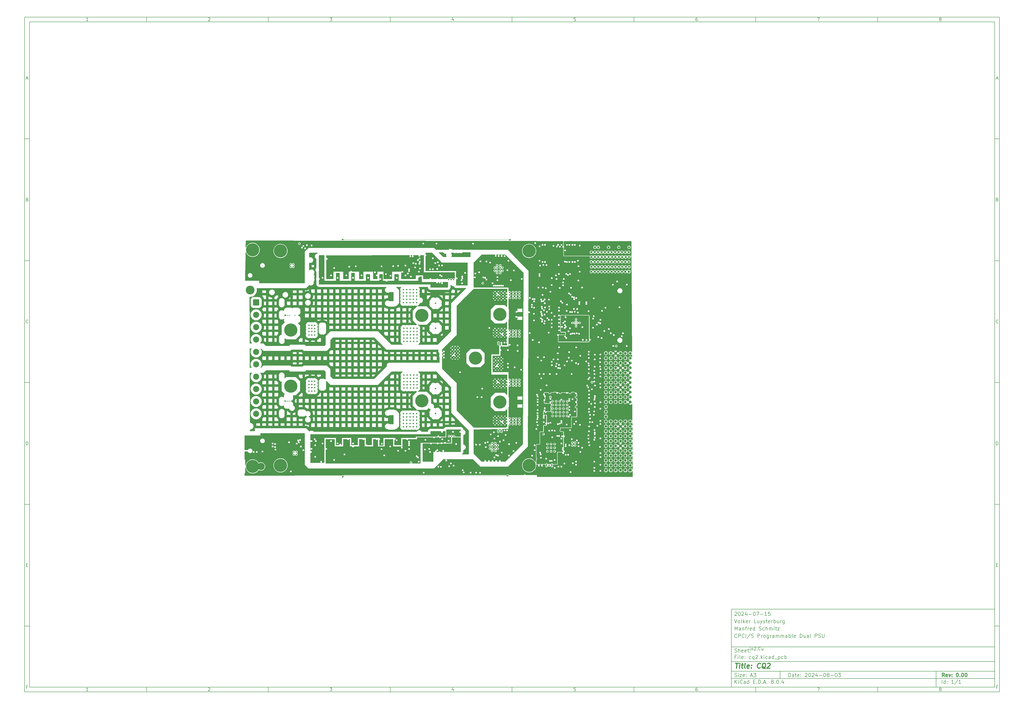
<source format=gbr>
%TF.GenerationSoftware,KiCad,Pcbnew,8.0.4*%
%TF.CreationDate,2024-09-04T12:40:56+02:00*%
%TF.ProjectId,cq2,6371322e-6b69-4636-9164-5f7063625858,0.00*%
%TF.SameCoordinates,Original*%
%TF.FileFunction,Copper,L3,Inr*%
%TF.FilePolarity,Positive*%
%FSLAX46Y46*%
G04 Gerber Fmt 4.6, Leading zero omitted, Abs format (unit mm)*
G04 Created by KiCad (PCBNEW 8.0.4) date 2024-09-04 12:40:56*
%MOMM*%
%LPD*%
G01*
G04 APERTURE LIST*
G04 Aperture macros list*
%AMRoundRect*
0 Rectangle with rounded corners*
0 $1 Rounding radius*
0 $2 $3 $4 $5 $6 $7 $8 $9 X,Y pos of 4 corners*
0 Add a 4 corners polygon primitive as box body*
4,1,4,$2,$3,$4,$5,$6,$7,$8,$9,$2,$3,0*
0 Add four circle primitives for the rounded corners*
1,1,$1+$1,$2,$3*
1,1,$1+$1,$4,$5*
1,1,$1+$1,$6,$7*
1,1,$1+$1,$8,$9*
0 Add four rect primitives between the rounded corners*
20,1,$1+$1,$2,$3,$4,$5,0*
20,1,$1+$1,$4,$5,$6,$7,0*
20,1,$1+$1,$6,$7,$8,$9,0*
20,1,$1+$1,$8,$9,$2,$3,0*%
G04 Aperture macros list end*
%ADD10C,0.100000*%
%ADD11C,0.150000*%
%ADD12C,0.300000*%
%ADD13C,0.400000*%
%ADD14C,0.200000*%
%TA.AperFunction,NonConductor*%
%ADD15C,0.200000*%
%TD*%
%TA.AperFunction,ComponentPad*%
%ADD16C,3.000000*%
%TD*%
%TA.AperFunction,ComponentPad*%
%ADD17C,0.800000*%
%TD*%
%TA.AperFunction,ComponentPad*%
%ADD18C,5.400000*%
%TD*%
%TA.AperFunction,ComponentPad*%
%ADD19R,0.914000X0.914000*%
%TD*%
%TA.AperFunction,ComponentPad*%
%ADD20C,0.914000*%
%TD*%
%TA.AperFunction,ComponentPad*%
%ADD21C,0.600000*%
%TD*%
%TA.AperFunction,WasherPad*%
%ADD22C,3.600000*%
%TD*%
%TA.AperFunction,ComponentPad*%
%ADD23RoundRect,0.297619X-0.952381X-0.952381X0.952381X-0.952381X0.952381X0.952381X-0.952381X0.952381X0*%
%TD*%
%TA.AperFunction,ComponentPad*%
%ADD24C,2.500000*%
%TD*%
%TA.AperFunction,ComponentPad*%
%ADD25RoundRect,0.250000X0.339000X-0.339000X0.339000X0.339000X-0.339000X0.339000X-0.339000X-0.339000X0*%
%TD*%
%TA.AperFunction,ComponentPad*%
%ADD26C,1.178000*%
%TD*%
%TA.AperFunction,ComponentPad*%
%ADD27C,0.500000*%
%TD*%
%TA.AperFunction,ViaPad*%
%ADD28C,0.600000*%
%TD*%
%TA.AperFunction,Conductor*%
%ADD29C,0.120000*%
%TD*%
G04 APERTURE END LIST*
D10*
D11*
X299989000Y-253002200D02*
X407989000Y-253002200D01*
X407989000Y-285002200D01*
X299989000Y-285002200D01*
X299989000Y-253002200D01*
D10*
D11*
X10000000Y-10000000D02*
X409989000Y-10000000D01*
X409989000Y-287002200D01*
X10000000Y-287002200D01*
X10000000Y-10000000D01*
D10*
D11*
X12000000Y-12000000D02*
X407989000Y-12000000D01*
X407989000Y-285002200D01*
X12000000Y-285002200D01*
X12000000Y-12000000D01*
D10*
D11*
X60000000Y-12000000D02*
X60000000Y-10000000D01*
D10*
D11*
X110000000Y-12000000D02*
X110000000Y-10000000D01*
D10*
D11*
X160000000Y-12000000D02*
X160000000Y-10000000D01*
D10*
D11*
X210000000Y-12000000D02*
X210000000Y-10000000D01*
D10*
D11*
X260000000Y-12000000D02*
X260000000Y-10000000D01*
D10*
D11*
X310000000Y-12000000D02*
X310000000Y-10000000D01*
D10*
D11*
X360000000Y-12000000D02*
X360000000Y-10000000D01*
D10*
D11*
X36089160Y-11593604D02*
X35346303Y-11593604D01*
X35717731Y-11593604D02*
X35717731Y-10293604D01*
X35717731Y-10293604D02*
X35593922Y-10479319D01*
X35593922Y-10479319D02*
X35470112Y-10603128D01*
X35470112Y-10603128D02*
X35346303Y-10665033D01*
D10*
D11*
X85346303Y-10417414D02*
X85408207Y-10355509D01*
X85408207Y-10355509D02*
X85532017Y-10293604D01*
X85532017Y-10293604D02*
X85841541Y-10293604D01*
X85841541Y-10293604D02*
X85965350Y-10355509D01*
X85965350Y-10355509D02*
X86027255Y-10417414D01*
X86027255Y-10417414D02*
X86089160Y-10541223D01*
X86089160Y-10541223D02*
X86089160Y-10665033D01*
X86089160Y-10665033D02*
X86027255Y-10850747D01*
X86027255Y-10850747D02*
X85284398Y-11593604D01*
X85284398Y-11593604D02*
X86089160Y-11593604D01*
D10*
D11*
X135284398Y-10293604D02*
X136089160Y-10293604D01*
X136089160Y-10293604D02*
X135655826Y-10788842D01*
X135655826Y-10788842D02*
X135841541Y-10788842D01*
X135841541Y-10788842D02*
X135965350Y-10850747D01*
X135965350Y-10850747D02*
X136027255Y-10912652D01*
X136027255Y-10912652D02*
X136089160Y-11036461D01*
X136089160Y-11036461D02*
X136089160Y-11345985D01*
X136089160Y-11345985D02*
X136027255Y-11469795D01*
X136027255Y-11469795D02*
X135965350Y-11531700D01*
X135965350Y-11531700D02*
X135841541Y-11593604D01*
X135841541Y-11593604D02*
X135470112Y-11593604D01*
X135470112Y-11593604D02*
X135346303Y-11531700D01*
X135346303Y-11531700D02*
X135284398Y-11469795D01*
D10*
D11*
X185965350Y-10726938D02*
X185965350Y-11593604D01*
X185655826Y-10231700D02*
X185346303Y-11160271D01*
X185346303Y-11160271D02*
X186151064Y-11160271D01*
D10*
D11*
X236027255Y-10293604D02*
X235408207Y-10293604D01*
X235408207Y-10293604D02*
X235346303Y-10912652D01*
X235346303Y-10912652D02*
X235408207Y-10850747D01*
X235408207Y-10850747D02*
X235532017Y-10788842D01*
X235532017Y-10788842D02*
X235841541Y-10788842D01*
X235841541Y-10788842D02*
X235965350Y-10850747D01*
X235965350Y-10850747D02*
X236027255Y-10912652D01*
X236027255Y-10912652D02*
X236089160Y-11036461D01*
X236089160Y-11036461D02*
X236089160Y-11345985D01*
X236089160Y-11345985D02*
X236027255Y-11469795D01*
X236027255Y-11469795D02*
X235965350Y-11531700D01*
X235965350Y-11531700D02*
X235841541Y-11593604D01*
X235841541Y-11593604D02*
X235532017Y-11593604D01*
X235532017Y-11593604D02*
X235408207Y-11531700D01*
X235408207Y-11531700D02*
X235346303Y-11469795D01*
D10*
D11*
X285965350Y-10293604D02*
X285717731Y-10293604D01*
X285717731Y-10293604D02*
X285593922Y-10355509D01*
X285593922Y-10355509D02*
X285532017Y-10417414D01*
X285532017Y-10417414D02*
X285408207Y-10603128D01*
X285408207Y-10603128D02*
X285346303Y-10850747D01*
X285346303Y-10850747D02*
X285346303Y-11345985D01*
X285346303Y-11345985D02*
X285408207Y-11469795D01*
X285408207Y-11469795D02*
X285470112Y-11531700D01*
X285470112Y-11531700D02*
X285593922Y-11593604D01*
X285593922Y-11593604D02*
X285841541Y-11593604D01*
X285841541Y-11593604D02*
X285965350Y-11531700D01*
X285965350Y-11531700D02*
X286027255Y-11469795D01*
X286027255Y-11469795D02*
X286089160Y-11345985D01*
X286089160Y-11345985D02*
X286089160Y-11036461D01*
X286089160Y-11036461D02*
X286027255Y-10912652D01*
X286027255Y-10912652D02*
X285965350Y-10850747D01*
X285965350Y-10850747D02*
X285841541Y-10788842D01*
X285841541Y-10788842D02*
X285593922Y-10788842D01*
X285593922Y-10788842D02*
X285470112Y-10850747D01*
X285470112Y-10850747D02*
X285408207Y-10912652D01*
X285408207Y-10912652D02*
X285346303Y-11036461D01*
D10*
D11*
X335284398Y-10293604D02*
X336151064Y-10293604D01*
X336151064Y-10293604D02*
X335593922Y-11593604D01*
D10*
D11*
X385593922Y-10850747D02*
X385470112Y-10788842D01*
X385470112Y-10788842D02*
X385408207Y-10726938D01*
X385408207Y-10726938D02*
X385346303Y-10603128D01*
X385346303Y-10603128D02*
X385346303Y-10541223D01*
X385346303Y-10541223D02*
X385408207Y-10417414D01*
X385408207Y-10417414D02*
X385470112Y-10355509D01*
X385470112Y-10355509D02*
X385593922Y-10293604D01*
X385593922Y-10293604D02*
X385841541Y-10293604D01*
X385841541Y-10293604D02*
X385965350Y-10355509D01*
X385965350Y-10355509D02*
X386027255Y-10417414D01*
X386027255Y-10417414D02*
X386089160Y-10541223D01*
X386089160Y-10541223D02*
X386089160Y-10603128D01*
X386089160Y-10603128D02*
X386027255Y-10726938D01*
X386027255Y-10726938D02*
X385965350Y-10788842D01*
X385965350Y-10788842D02*
X385841541Y-10850747D01*
X385841541Y-10850747D02*
X385593922Y-10850747D01*
X385593922Y-10850747D02*
X385470112Y-10912652D01*
X385470112Y-10912652D02*
X385408207Y-10974557D01*
X385408207Y-10974557D02*
X385346303Y-11098366D01*
X385346303Y-11098366D02*
X385346303Y-11345985D01*
X385346303Y-11345985D02*
X385408207Y-11469795D01*
X385408207Y-11469795D02*
X385470112Y-11531700D01*
X385470112Y-11531700D02*
X385593922Y-11593604D01*
X385593922Y-11593604D02*
X385841541Y-11593604D01*
X385841541Y-11593604D02*
X385965350Y-11531700D01*
X385965350Y-11531700D02*
X386027255Y-11469795D01*
X386027255Y-11469795D02*
X386089160Y-11345985D01*
X386089160Y-11345985D02*
X386089160Y-11098366D01*
X386089160Y-11098366D02*
X386027255Y-10974557D01*
X386027255Y-10974557D02*
X385965350Y-10912652D01*
X385965350Y-10912652D02*
X385841541Y-10850747D01*
D10*
D11*
X60000000Y-285002200D02*
X60000000Y-287002200D01*
D10*
D11*
X110000000Y-285002200D02*
X110000000Y-287002200D01*
D10*
D11*
X160000000Y-285002200D02*
X160000000Y-287002200D01*
D10*
D11*
X210000000Y-285002200D02*
X210000000Y-287002200D01*
D10*
D11*
X260000000Y-285002200D02*
X260000000Y-287002200D01*
D10*
D11*
X310000000Y-285002200D02*
X310000000Y-287002200D01*
D10*
D11*
X360000000Y-285002200D02*
X360000000Y-287002200D01*
D10*
D11*
X36089160Y-286595804D02*
X35346303Y-286595804D01*
X35717731Y-286595804D02*
X35717731Y-285295804D01*
X35717731Y-285295804D02*
X35593922Y-285481519D01*
X35593922Y-285481519D02*
X35470112Y-285605328D01*
X35470112Y-285605328D02*
X35346303Y-285667233D01*
D10*
D11*
X85346303Y-285419614D02*
X85408207Y-285357709D01*
X85408207Y-285357709D02*
X85532017Y-285295804D01*
X85532017Y-285295804D02*
X85841541Y-285295804D01*
X85841541Y-285295804D02*
X85965350Y-285357709D01*
X85965350Y-285357709D02*
X86027255Y-285419614D01*
X86027255Y-285419614D02*
X86089160Y-285543423D01*
X86089160Y-285543423D02*
X86089160Y-285667233D01*
X86089160Y-285667233D02*
X86027255Y-285852947D01*
X86027255Y-285852947D02*
X85284398Y-286595804D01*
X85284398Y-286595804D02*
X86089160Y-286595804D01*
D10*
D11*
X135284398Y-285295804D02*
X136089160Y-285295804D01*
X136089160Y-285295804D02*
X135655826Y-285791042D01*
X135655826Y-285791042D02*
X135841541Y-285791042D01*
X135841541Y-285791042D02*
X135965350Y-285852947D01*
X135965350Y-285852947D02*
X136027255Y-285914852D01*
X136027255Y-285914852D02*
X136089160Y-286038661D01*
X136089160Y-286038661D02*
X136089160Y-286348185D01*
X136089160Y-286348185D02*
X136027255Y-286471995D01*
X136027255Y-286471995D02*
X135965350Y-286533900D01*
X135965350Y-286533900D02*
X135841541Y-286595804D01*
X135841541Y-286595804D02*
X135470112Y-286595804D01*
X135470112Y-286595804D02*
X135346303Y-286533900D01*
X135346303Y-286533900D02*
X135284398Y-286471995D01*
D10*
D11*
X185965350Y-285729138D02*
X185965350Y-286595804D01*
X185655826Y-285233900D02*
X185346303Y-286162471D01*
X185346303Y-286162471D02*
X186151064Y-286162471D01*
D10*
D11*
X236027255Y-285295804D02*
X235408207Y-285295804D01*
X235408207Y-285295804D02*
X235346303Y-285914852D01*
X235346303Y-285914852D02*
X235408207Y-285852947D01*
X235408207Y-285852947D02*
X235532017Y-285791042D01*
X235532017Y-285791042D02*
X235841541Y-285791042D01*
X235841541Y-285791042D02*
X235965350Y-285852947D01*
X235965350Y-285852947D02*
X236027255Y-285914852D01*
X236027255Y-285914852D02*
X236089160Y-286038661D01*
X236089160Y-286038661D02*
X236089160Y-286348185D01*
X236089160Y-286348185D02*
X236027255Y-286471995D01*
X236027255Y-286471995D02*
X235965350Y-286533900D01*
X235965350Y-286533900D02*
X235841541Y-286595804D01*
X235841541Y-286595804D02*
X235532017Y-286595804D01*
X235532017Y-286595804D02*
X235408207Y-286533900D01*
X235408207Y-286533900D02*
X235346303Y-286471995D01*
D10*
D11*
X285965350Y-285295804D02*
X285717731Y-285295804D01*
X285717731Y-285295804D02*
X285593922Y-285357709D01*
X285593922Y-285357709D02*
X285532017Y-285419614D01*
X285532017Y-285419614D02*
X285408207Y-285605328D01*
X285408207Y-285605328D02*
X285346303Y-285852947D01*
X285346303Y-285852947D02*
X285346303Y-286348185D01*
X285346303Y-286348185D02*
X285408207Y-286471995D01*
X285408207Y-286471995D02*
X285470112Y-286533900D01*
X285470112Y-286533900D02*
X285593922Y-286595804D01*
X285593922Y-286595804D02*
X285841541Y-286595804D01*
X285841541Y-286595804D02*
X285965350Y-286533900D01*
X285965350Y-286533900D02*
X286027255Y-286471995D01*
X286027255Y-286471995D02*
X286089160Y-286348185D01*
X286089160Y-286348185D02*
X286089160Y-286038661D01*
X286089160Y-286038661D02*
X286027255Y-285914852D01*
X286027255Y-285914852D02*
X285965350Y-285852947D01*
X285965350Y-285852947D02*
X285841541Y-285791042D01*
X285841541Y-285791042D02*
X285593922Y-285791042D01*
X285593922Y-285791042D02*
X285470112Y-285852947D01*
X285470112Y-285852947D02*
X285408207Y-285914852D01*
X285408207Y-285914852D02*
X285346303Y-286038661D01*
D10*
D11*
X335284398Y-285295804D02*
X336151064Y-285295804D01*
X336151064Y-285295804D02*
X335593922Y-286595804D01*
D10*
D11*
X385593922Y-285852947D02*
X385470112Y-285791042D01*
X385470112Y-285791042D02*
X385408207Y-285729138D01*
X385408207Y-285729138D02*
X385346303Y-285605328D01*
X385346303Y-285605328D02*
X385346303Y-285543423D01*
X385346303Y-285543423D02*
X385408207Y-285419614D01*
X385408207Y-285419614D02*
X385470112Y-285357709D01*
X385470112Y-285357709D02*
X385593922Y-285295804D01*
X385593922Y-285295804D02*
X385841541Y-285295804D01*
X385841541Y-285295804D02*
X385965350Y-285357709D01*
X385965350Y-285357709D02*
X386027255Y-285419614D01*
X386027255Y-285419614D02*
X386089160Y-285543423D01*
X386089160Y-285543423D02*
X386089160Y-285605328D01*
X386089160Y-285605328D02*
X386027255Y-285729138D01*
X386027255Y-285729138D02*
X385965350Y-285791042D01*
X385965350Y-285791042D02*
X385841541Y-285852947D01*
X385841541Y-285852947D02*
X385593922Y-285852947D01*
X385593922Y-285852947D02*
X385470112Y-285914852D01*
X385470112Y-285914852D02*
X385408207Y-285976757D01*
X385408207Y-285976757D02*
X385346303Y-286100566D01*
X385346303Y-286100566D02*
X385346303Y-286348185D01*
X385346303Y-286348185D02*
X385408207Y-286471995D01*
X385408207Y-286471995D02*
X385470112Y-286533900D01*
X385470112Y-286533900D02*
X385593922Y-286595804D01*
X385593922Y-286595804D02*
X385841541Y-286595804D01*
X385841541Y-286595804D02*
X385965350Y-286533900D01*
X385965350Y-286533900D02*
X386027255Y-286471995D01*
X386027255Y-286471995D02*
X386089160Y-286348185D01*
X386089160Y-286348185D02*
X386089160Y-286100566D01*
X386089160Y-286100566D02*
X386027255Y-285976757D01*
X386027255Y-285976757D02*
X385965350Y-285914852D01*
X385965350Y-285914852D02*
X385841541Y-285852947D01*
D10*
D11*
X10000000Y-60000000D02*
X12000000Y-60000000D01*
D10*
D11*
X10000000Y-110000000D02*
X12000000Y-110000000D01*
D10*
D11*
X10000000Y-160000000D02*
X12000000Y-160000000D01*
D10*
D11*
X10000000Y-210000000D02*
X12000000Y-210000000D01*
D10*
D11*
X10000000Y-260000000D02*
X12000000Y-260000000D01*
D10*
D11*
X10690476Y-35222176D02*
X11309523Y-35222176D01*
X10566666Y-35593604D02*
X10999999Y-34293604D01*
X10999999Y-34293604D02*
X11433333Y-35593604D01*
D10*
D11*
X11092857Y-84912652D02*
X11278571Y-84974557D01*
X11278571Y-84974557D02*
X11340476Y-85036461D01*
X11340476Y-85036461D02*
X11402380Y-85160271D01*
X11402380Y-85160271D02*
X11402380Y-85345985D01*
X11402380Y-85345985D02*
X11340476Y-85469795D01*
X11340476Y-85469795D02*
X11278571Y-85531700D01*
X11278571Y-85531700D02*
X11154761Y-85593604D01*
X11154761Y-85593604D02*
X10659523Y-85593604D01*
X10659523Y-85593604D02*
X10659523Y-84293604D01*
X10659523Y-84293604D02*
X11092857Y-84293604D01*
X11092857Y-84293604D02*
X11216666Y-84355509D01*
X11216666Y-84355509D02*
X11278571Y-84417414D01*
X11278571Y-84417414D02*
X11340476Y-84541223D01*
X11340476Y-84541223D02*
X11340476Y-84665033D01*
X11340476Y-84665033D02*
X11278571Y-84788842D01*
X11278571Y-84788842D02*
X11216666Y-84850747D01*
X11216666Y-84850747D02*
X11092857Y-84912652D01*
X11092857Y-84912652D02*
X10659523Y-84912652D01*
D10*
D11*
X11402380Y-135469795D02*
X11340476Y-135531700D01*
X11340476Y-135531700D02*
X11154761Y-135593604D01*
X11154761Y-135593604D02*
X11030952Y-135593604D01*
X11030952Y-135593604D02*
X10845238Y-135531700D01*
X10845238Y-135531700D02*
X10721428Y-135407890D01*
X10721428Y-135407890D02*
X10659523Y-135284080D01*
X10659523Y-135284080D02*
X10597619Y-135036461D01*
X10597619Y-135036461D02*
X10597619Y-134850747D01*
X10597619Y-134850747D02*
X10659523Y-134603128D01*
X10659523Y-134603128D02*
X10721428Y-134479319D01*
X10721428Y-134479319D02*
X10845238Y-134355509D01*
X10845238Y-134355509D02*
X11030952Y-134293604D01*
X11030952Y-134293604D02*
X11154761Y-134293604D01*
X11154761Y-134293604D02*
X11340476Y-134355509D01*
X11340476Y-134355509D02*
X11402380Y-134417414D01*
D10*
D11*
X10659523Y-185593604D02*
X10659523Y-184293604D01*
X10659523Y-184293604D02*
X10969047Y-184293604D01*
X10969047Y-184293604D02*
X11154761Y-184355509D01*
X11154761Y-184355509D02*
X11278571Y-184479319D01*
X11278571Y-184479319D02*
X11340476Y-184603128D01*
X11340476Y-184603128D02*
X11402380Y-184850747D01*
X11402380Y-184850747D02*
X11402380Y-185036461D01*
X11402380Y-185036461D02*
X11340476Y-185284080D01*
X11340476Y-185284080D02*
X11278571Y-185407890D01*
X11278571Y-185407890D02*
X11154761Y-185531700D01*
X11154761Y-185531700D02*
X10969047Y-185593604D01*
X10969047Y-185593604D02*
X10659523Y-185593604D01*
D10*
D11*
X10721428Y-234912652D02*
X11154762Y-234912652D01*
X11340476Y-235593604D02*
X10721428Y-235593604D01*
X10721428Y-235593604D02*
X10721428Y-234293604D01*
X10721428Y-234293604D02*
X11340476Y-234293604D01*
D10*
D11*
X11185714Y-284912652D02*
X10752380Y-284912652D01*
X10752380Y-285593604D02*
X10752380Y-284293604D01*
X10752380Y-284293604D02*
X11371428Y-284293604D01*
D10*
D11*
X409989000Y-60000000D02*
X407989000Y-60000000D01*
D10*
D11*
X409989000Y-110000000D02*
X407989000Y-110000000D01*
D10*
D11*
X409989000Y-160000000D02*
X407989000Y-160000000D01*
D10*
D11*
X409989000Y-210000000D02*
X407989000Y-210000000D01*
D10*
D11*
X409989000Y-260000000D02*
X407989000Y-260000000D01*
D10*
D11*
X408679476Y-35222176D02*
X409298523Y-35222176D01*
X408555666Y-35593604D02*
X408988999Y-34293604D01*
X408988999Y-34293604D02*
X409422333Y-35593604D01*
D10*
D11*
X409081857Y-84912652D02*
X409267571Y-84974557D01*
X409267571Y-84974557D02*
X409329476Y-85036461D01*
X409329476Y-85036461D02*
X409391380Y-85160271D01*
X409391380Y-85160271D02*
X409391380Y-85345985D01*
X409391380Y-85345985D02*
X409329476Y-85469795D01*
X409329476Y-85469795D02*
X409267571Y-85531700D01*
X409267571Y-85531700D02*
X409143761Y-85593604D01*
X409143761Y-85593604D02*
X408648523Y-85593604D01*
X408648523Y-85593604D02*
X408648523Y-84293604D01*
X408648523Y-84293604D02*
X409081857Y-84293604D01*
X409081857Y-84293604D02*
X409205666Y-84355509D01*
X409205666Y-84355509D02*
X409267571Y-84417414D01*
X409267571Y-84417414D02*
X409329476Y-84541223D01*
X409329476Y-84541223D02*
X409329476Y-84665033D01*
X409329476Y-84665033D02*
X409267571Y-84788842D01*
X409267571Y-84788842D02*
X409205666Y-84850747D01*
X409205666Y-84850747D02*
X409081857Y-84912652D01*
X409081857Y-84912652D02*
X408648523Y-84912652D01*
D10*
D11*
X409391380Y-135469795D02*
X409329476Y-135531700D01*
X409329476Y-135531700D02*
X409143761Y-135593604D01*
X409143761Y-135593604D02*
X409019952Y-135593604D01*
X409019952Y-135593604D02*
X408834238Y-135531700D01*
X408834238Y-135531700D02*
X408710428Y-135407890D01*
X408710428Y-135407890D02*
X408648523Y-135284080D01*
X408648523Y-135284080D02*
X408586619Y-135036461D01*
X408586619Y-135036461D02*
X408586619Y-134850747D01*
X408586619Y-134850747D02*
X408648523Y-134603128D01*
X408648523Y-134603128D02*
X408710428Y-134479319D01*
X408710428Y-134479319D02*
X408834238Y-134355509D01*
X408834238Y-134355509D02*
X409019952Y-134293604D01*
X409019952Y-134293604D02*
X409143761Y-134293604D01*
X409143761Y-134293604D02*
X409329476Y-134355509D01*
X409329476Y-134355509D02*
X409391380Y-134417414D01*
D10*
D11*
X408648523Y-185593604D02*
X408648523Y-184293604D01*
X408648523Y-184293604D02*
X408958047Y-184293604D01*
X408958047Y-184293604D02*
X409143761Y-184355509D01*
X409143761Y-184355509D02*
X409267571Y-184479319D01*
X409267571Y-184479319D02*
X409329476Y-184603128D01*
X409329476Y-184603128D02*
X409391380Y-184850747D01*
X409391380Y-184850747D02*
X409391380Y-185036461D01*
X409391380Y-185036461D02*
X409329476Y-185284080D01*
X409329476Y-185284080D02*
X409267571Y-185407890D01*
X409267571Y-185407890D02*
X409143761Y-185531700D01*
X409143761Y-185531700D02*
X408958047Y-185593604D01*
X408958047Y-185593604D02*
X408648523Y-185593604D01*
D10*
D11*
X408710428Y-234912652D02*
X409143762Y-234912652D01*
X409329476Y-235593604D02*
X408710428Y-235593604D01*
X408710428Y-235593604D02*
X408710428Y-234293604D01*
X408710428Y-234293604D02*
X409329476Y-234293604D01*
D10*
D11*
X409174714Y-284912652D02*
X408741380Y-284912652D01*
X408741380Y-285593604D02*
X408741380Y-284293604D01*
X408741380Y-284293604D02*
X409360428Y-284293604D01*
D10*
D11*
X323444826Y-280788328D02*
X323444826Y-279288328D01*
X323444826Y-279288328D02*
X323801969Y-279288328D01*
X323801969Y-279288328D02*
X324016255Y-279359757D01*
X324016255Y-279359757D02*
X324159112Y-279502614D01*
X324159112Y-279502614D02*
X324230541Y-279645471D01*
X324230541Y-279645471D02*
X324301969Y-279931185D01*
X324301969Y-279931185D02*
X324301969Y-280145471D01*
X324301969Y-280145471D02*
X324230541Y-280431185D01*
X324230541Y-280431185D02*
X324159112Y-280574042D01*
X324159112Y-280574042D02*
X324016255Y-280716900D01*
X324016255Y-280716900D02*
X323801969Y-280788328D01*
X323801969Y-280788328D02*
X323444826Y-280788328D01*
X325587684Y-280788328D02*
X325587684Y-280002614D01*
X325587684Y-280002614D02*
X325516255Y-279859757D01*
X325516255Y-279859757D02*
X325373398Y-279788328D01*
X325373398Y-279788328D02*
X325087684Y-279788328D01*
X325087684Y-279788328D02*
X324944826Y-279859757D01*
X325587684Y-280716900D02*
X325444826Y-280788328D01*
X325444826Y-280788328D02*
X325087684Y-280788328D01*
X325087684Y-280788328D02*
X324944826Y-280716900D01*
X324944826Y-280716900D02*
X324873398Y-280574042D01*
X324873398Y-280574042D02*
X324873398Y-280431185D01*
X324873398Y-280431185D02*
X324944826Y-280288328D01*
X324944826Y-280288328D02*
X325087684Y-280216900D01*
X325087684Y-280216900D02*
X325444826Y-280216900D01*
X325444826Y-280216900D02*
X325587684Y-280145471D01*
X326087684Y-279788328D02*
X326659112Y-279788328D01*
X326301969Y-279288328D02*
X326301969Y-280574042D01*
X326301969Y-280574042D02*
X326373398Y-280716900D01*
X326373398Y-280716900D02*
X326516255Y-280788328D01*
X326516255Y-280788328D02*
X326659112Y-280788328D01*
X327730541Y-280716900D02*
X327587684Y-280788328D01*
X327587684Y-280788328D02*
X327301970Y-280788328D01*
X327301970Y-280788328D02*
X327159112Y-280716900D01*
X327159112Y-280716900D02*
X327087684Y-280574042D01*
X327087684Y-280574042D02*
X327087684Y-280002614D01*
X327087684Y-280002614D02*
X327159112Y-279859757D01*
X327159112Y-279859757D02*
X327301970Y-279788328D01*
X327301970Y-279788328D02*
X327587684Y-279788328D01*
X327587684Y-279788328D02*
X327730541Y-279859757D01*
X327730541Y-279859757D02*
X327801970Y-280002614D01*
X327801970Y-280002614D02*
X327801970Y-280145471D01*
X327801970Y-280145471D02*
X327087684Y-280288328D01*
X328444826Y-280645471D02*
X328516255Y-280716900D01*
X328516255Y-280716900D02*
X328444826Y-280788328D01*
X328444826Y-280788328D02*
X328373398Y-280716900D01*
X328373398Y-280716900D02*
X328444826Y-280645471D01*
X328444826Y-280645471D02*
X328444826Y-280788328D01*
X328444826Y-279859757D02*
X328516255Y-279931185D01*
X328516255Y-279931185D02*
X328444826Y-280002614D01*
X328444826Y-280002614D02*
X328373398Y-279931185D01*
X328373398Y-279931185D02*
X328444826Y-279859757D01*
X328444826Y-279859757D02*
X328444826Y-280002614D01*
X330230541Y-279431185D02*
X330301969Y-279359757D01*
X330301969Y-279359757D02*
X330444827Y-279288328D01*
X330444827Y-279288328D02*
X330801969Y-279288328D01*
X330801969Y-279288328D02*
X330944827Y-279359757D01*
X330944827Y-279359757D02*
X331016255Y-279431185D01*
X331016255Y-279431185D02*
X331087684Y-279574042D01*
X331087684Y-279574042D02*
X331087684Y-279716900D01*
X331087684Y-279716900D02*
X331016255Y-279931185D01*
X331016255Y-279931185D02*
X330159112Y-280788328D01*
X330159112Y-280788328D02*
X331087684Y-280788328D01*
X332016255Y-279288328D02*
X332159112Y-279288328D01*
X332159112Y-279288328D02*
X332301969Y-279359757D01*
X332301969Y-279359757D02*
X332373398Y-279431185D01*
X332373398Y-279431185D02*
X332444826Y-279574042D01*
X332444826Y-279574042D02*
X332516255Y-279859757D01*
X332516255Y-279859757D02*
X332516255Y-280216900D01*
X332516255Y-280216900D02*
X332444826Y-280502614D01*
X332444826Y-280502614D02*
X332373398Y-280645471D01*
X332373398Y-280645471D02*
X332301969Y-280716900D01*
X332301969Y-280716900D02*
X332159112Y-280788328D01*
X332159112Y-280788328D02*
X332016255Y-280788328D01*
X332016255Y-280788328D02*
X331873398Y-280716900D01*
X331873398Y-280716900D02*
X331801969Y-280645471D01*
X331801969Y-280645471D02*
X331730540Y-280502614D01*
X331730540Y-280502614D02*
X331659112Y-280216900D01*
X331659112Y-280216900D02*
X331659112Y-279859757D01*
X331659112Y-279859757D02*
X331730540Y-279574042D01*
X331730540Y-279574042D02*
X331801969Y-279431185D01*
X331801969Y-279431185D02*
X331873398Y-279359757D01*
X331873398Y-279359757D02*
X332016255Y-279288328D01*
X333087683Y-279431185D02*
X333159111Y-279359757D01*
X333159111Y-279359757D02*
X333301969Y-279288328D01*
X333301969Y-279288328D02*
X333659111Y-279288328D01*
X333659111Y-279288328D02*
X333801969Y-279359757D01*
X333801969Y-279359757D02*
X333873397Y-279431185D01*
X333873397Y-279431185D02*
X333944826Y-279574042D01*
X333944826Y-279574042D02*
X333944826Y-279716900D01*
X333944826Y-279716900D02*
X333873397Y-279931185D01*
X333873397Y-279931185D02*
X333016254Y-280788328D01*
X333016254Y-280788328D02*
X333944826Y-280788328D01*
X335230540Y-279788328D02*
X335230540Y-280788328D01*
X334873397Y-279216900D02*
X334516254Y-280288328D01*
X334516254Y-280288328D02*
X335444825Y-280288328D01*
X336016253Y-280216900D02*
X337159111Y-280216900D01*
X338159111Y-279288328D02*
X338301968Y-279288328D01*
X338301968Y-279288328D02*
X338444825Y-279359757D01*
X338444825Y-279359757D02*
X338516254Y-279431185D01*
X338516254Y-279431185D02*
X338587682Y-279574042D01*
X338587682Y-279574042D02*
X338659111Y-279859757D01*
X338659111Y-279859757D02*
X338659111Y-280216900D01*
X338659111Y-280216900D02*
X338587682Y-280502614D01*
X338587682Y-280502614D02*
X338516254Y-280645471D01*
X338516254Y-280645471D02*
X338444825Y-280716900D01*
X338444825Y-280716900D02*
X338301968Y-280788328D01*
X338301968Y-280788328D02*
X338159111Y-280788328D01*
X338159111Y-280788328D02*
X338016254Y-280716900D01*
X338016254Y-280716900D02*
X337944825Y-280645471D01*
X337944825Y-280645471D02*
X337873396Y-280502614D01*
X337873396Y-280502614D02*
X337801968Y-280216900D01*
X337801968Y-280216900D02*
X337801968Y-279859757D01*
X337801968Y-279859757D02*
X337873396Y-279574042D01*
X337873396Y-279574042D02*
X337944825Y-279431185D01*
X337944825Y-279431185D02*
X338016254Y-279359757D01*
X338016254Y-279359757D02*
X338159111Y-279288328D01*
X339516253Y-279931185D02*
X339373396Y-279859757D01*
X339373396Y-279859757D02*
X339301967Y-279788328D01*
X339301967Y-279788328D02*
X339230539Y-279645471D01*
X339230539Y-279645471D02*
X339230539Y-279574042D01*
X339230539Y-279574042D02*
X339301967Y-279431185D01*
X339301967Y-279431185D02*
X339373396Y-279359757D01*
X339373396Y-279359757D02*
X339516253Y-279288328D01*
X339516253Y-279288328D02*
X339801967Y-279288328D01*
X339801967Y-279288328D02*
X339944825Y-279359757D01*
X339944825Y-279359757D02*
X340016253Y-279431185D01*
X340016253Y-279431185D02*
X340087682Y-279574042D01*
X340087682Y-279574042D02*
X340087682Y-279645471D01*
X340087682Y-279645471D02*
X340016253Y-279788328D01*
X340016253Y-279788328D02*
X339944825Y-279859757D01*
X339944825Y-279859757D02*
X339801967Y-279931185D01*
X339801967Y-279931185D02*
X339516253Y-279931185D01*
X339516253Y-279931185D02*
X339373396Y-280002614D01*
X339373396Y-280002614D02*
X339301967Y-280074042D01*
X339301967Y-280074042D02*
X339230539Y-280216900D01*
X339230539Y-280216900D02*
X339230539Y-280502614D01*
X339230539Y-280502614D02*
X339301967Y-280645471D01*
X339301967Y-280645471D02*
X339373396Y-280716900D01*
X339373396Y-280716900D02*
X339516253Y-280788328D01*
X339516253Y-280788328D02*
X339801967Y-280788328D01*
X339801967Y-280788328D02*
X339944825Y-280716900D01*
X339944825Y-280716900D02*
X340016253Y-280645471D01*
X340016253Y-280645471D02*
X340087682Y-280502614D01*
X340087682Y-280502614D02*
X340087682Y-280216900D01*
X340087682Y-280216900D02*
X340016253Y-280074042D01*
X340016253Y-280074042D02*
X339944825Y-280002614D01*
X339944825Y-280002614D02*
X339801967Y-279931185D01*
X340730538Y-280216900D02*
X341873396Y-280216900D01*
X342873396Y-279288328D02*
X343016253Y-279288328D01*
X343016253Y-279288328D02*
X343159110Y-279359757D01*
X343159110Y-279359757D02*
X343230539Y-279431185D01*
X343230539Y-279431185D02*
X343301967Y-279574042D01*
X343301967Y-279574042D02*
X343373396Y-279859757D01*
X343373396Y-279859757D02*
X343373396Y-280216900D01*
X343373396Y-280216900D02*
X343301967Y-280502614D01*
X343301967Y-280502614D02*
X343230539Y-280645471D01*
X343230539Y-280645471D02*
X343159110Y-280716900D01*
X343159110Y-280716900D02*
X343016253Y-280788328D01*
X343016253Y-280788328D02*
X342873396Y-280788328D01*
X342873396Y-280788328D02*
X342730539Y-280716900D01*
X342730539Y-280716900D02*
X342659110Y-280645471D01*
X342659110Y-280645471D02*
X342587681Y-280502614D01*
X342587681Y-280502614D02*
X342516253Y-280216900D01*
X342516253Y-280216900D02*
X342516253Y-279859757D01*
X342516253Y-279859757D02*
X342587681Y-279574042D01*
X342587681Y-279574042D02*
X342659110Y-279431185D01*
X342659110Y-279431185D02*
X342730539Y-279359757D01*
X342730539Y-279359757D02*
X342873396Y-279288328D01*
X343873395Y-279288328D02*
X344801967Y-279288328D01*
X344801967Y-279288328D02*
X344301967Y-279859757D01*
X344301967Y-279859757D02*
X344516252Y-279859757D01*
X344516252Y-279859757D02*
X344659110Y-279931185D01*
X344659110Y-279931185D02*
X344730538Y-280002614D01*
X344730538Y-280002614D02*
X344801967Y-280145471D01*
X344801967Y-280145471D02*
X344801967Y-280502614D01*
X344801967Y-280502614D02*
X344730538Y-280645471D01*
X344730538Y-280645471D02*
X344659110Y-280716900D01*
X344659110Y-280716900D02*
X344516252Y-280788328D01*
X344516252Y-280788328D02*
X344087681Y-280788328D01*
X344087681Y-280788328D02*
X343944824Y-280716900D01*
X343944824Y-280716900D02*
X343873395Y-280645471D01*
D10*
D11*
X299989000Y-281502200D02*
X407989000Y-281502200D01*
D10*
D11*
X301444826Y-283588328D02*
X301444826Y-282088328D01*
X302301969Y-283588328D02*
X301659112Y-282731185D01*
X302301969Y-282088328D02*
X301444826Y-282945471D01*
X302944826Y-283588328D02*
X302944826Y-282588328D01*
X302944826Y-282088328D02*
X302873398Y-282159757D01*
X302873398Y-282159757D02*
X302944826Y-282231185D01*
X302944826Y-282231185D02*
X303016255Y-282159757D01*
X303016255Y-282159757D02*
X302944826Y-282088328D01*
X302944826Y-282088328D02*
X302944826Y-282231185D01*
X304516255Y-283445471D02*
X304444827Y-283516900D01*
X304444827Y-283516900D02*
X304230541Y-283588328D01*
X304230541Y-283588328D02*
X304087684Y-283588328D01*
X304087684Y-283588328D02*
X303873398Y-283516900D01*
X303873398Y-283516900D02*
X303730541Y-283374042D01*
X303730541Y-283374042D02*
X303659112Y-283231185D01*
X303659112Y-283231185D02*
X303587684Y-282945471D01*
X303587684Y-282945471D02*
X303587684Y-282731185D01*
X303587684Y-282731185D02*
X303659112Y-282445471D01*
X303659112Y-282445471D02*
X303730541Y-282302614D01*
X303730541Y-282302614D02*
X303873398Y-282159757D01*
X303873398Y-282159757D02*
X304087684Y-282088328D01*
X304087684Y-282088328D02*
X304230541Y-282088328D01*
X304230541Y-282088328D02*
X304444827Y-282159757D01*
X304444827Y-282159757D02*
X304516255Y-282231185D01*
X305801970Y-283588328D02*
X305801970Y-282802614D01*
X305801970Y-282802614D02*
X305730541Y-282659757D01*
X305730541Y-282659757D02*
X305587684Y-282588328D01*
X305587684Y-282588328D02*
X305301970Y-282588328D01*
X305301970Y-282588328D02*
X305159112Y-282659757D01*
X305801970Y-283516900D02*
X305659112Y-283588328D01*
X305659112Y-283588328D02*
X305301970Y-283588328D01*
X305301970Y-283588328D02*
X305159112Y-283516900D01*
X305159112Y-283516900D02*
X305087684Y-283374042D01*
X305087684Y-283374042D02*
X305087684Y-283231185D01*
X305087684Y-283231185D02*
X305159112Y-283088328D01*
X305159112Y-283088328D02*
X305301970Y-283016900D01*
X305301970Y-283016900D02*
X305659112Y-283016900D01*
X305659112Y-283016900D02*
X305801970Y-282945471D01*
X307159113Y-283588328D02*
X307159113Y-282088328D01*
X307159113Y-283516900D02*
X307016255Y-283588328D01*
X307016255Y-283588328D02*
X306730541Y-283588328D01*
X306730541Y-283588328D02*
X306587684Y-283516900D01*
X306587684Y-283516900D02*
X306516255Y-283445471D01*
X306516255Y-283445471D02*
X306444827Y-283302614D01*
X306444827Y-283302614D02*
X306444827Y-282874042D01*
X306444827Y-282874042D02*
X306516255Y-282731185D01*
X306516255Y-282731185D02*
X306587684Y-282659757D01*
X306587684Y-282659757D02*
X306730541Y-282588328D01*
X306730541Y-282588328D02*
X307016255Y-282588328D01*
X307016255Y-282588328D02*
X307159113Y-282659757D01*
X309016255Y-282802614D02*
X309516255Y-282802614D01*
X309730541Y-283588328D02*
X309016255Y-283588328D01*
X309016255Y-283588328D02*
X309016255Y-282088328D01*
X309016255Y-282088328D02*
X309730541Y-282088328D01*
X310373398Y-283445471D02*
X310444827Y-283516900D01*
X310444827Y-283516900D02*
X310373398Y-283588328D01*
X310373398Y-283588328D02*
X310301970Y-283516900D01*
X310301970Y-283516900D02*
X310373398Y-283445471D01*
X310373398Y-283445471D02*
X310373398Y-283588328D01*
X311087684Y-283588328D02*
X311087684Y-282088328D01*
X311087684Y-282088328D02*
X311444827Y-282088328D01*
X311444827Y-282088328D02*
X311659113Y-282159757D01*
X311659113Y-282159757D02*
X311801970Y-282302614D01*
X311801970Y-282302614D02*
X311873399Y-282445471D01*
X311873399Y-282445471D02*
X311944827Y-282731185D01*
X311944827Y-282731185D02*
X311944827Y-282945471D01*
X311944827Y-282945471D02*
X311873399Y-283231185D01*
X311873399Y-283231185D02*
X311801970Y-283374042D01*
X311801970Y-283374042D02*
X311659113Y-283516900D01*
X311659113Y-283516900D02*
X311444827Y-283588328D01*
X311444827Y-283588328D02*
X311087684Y-283588328D01*
X312587684Y-283445471D02*
X312659113Y-283516900D01*
X312659113Y-283516900D02*
X312587684Y-283588328D01*
X312587684Y-283588328D02*
X312516256Y-283516900D01*
X312516256Y-283516900D02*
X312587684Y-283445471D01*
X312587684Y-283445471D02*
X312587684Y-283588328D01*
X313230542Y-283159757D02*
X313944828Y-283159757D01*
X313087685Y-283588328D02*
X313587685Y-282088328D01*
X313587685Y-282088328D02*
X314087685Y-283588328D01*
X314587684Y-283445471D02*
X314659113Y-283516900D01*
X314659113Y-283516900D02*
X314587684Y-283588328D01*
X314587684Y-283588328D02*
X314516256Y-283516900D01*
X314516256Y-283516900D02*
X314587684Y-283445471D01*
X314587684Y-283445471D02*
X314587684Y-283588328D01*
X316659113Y-282731185D02*
X316516256Y-282659757D01*
X316516256Y-282659757D02*
X316444827Y-282588328D01*
X316444827Y-282588328D02*
X316373399Y-282445471D01*
X316373399Y-282445471D02*
X316373399Y-282374042D01*
X316373399Y-282374042D02*
X316444827Y-282231185D01*
X316444827Y-282231185D02*
X316516256Y-282159757D01*
X316516256Y-282159757D02*
X316659113Y-282088328D01*
X316659113Y-282088328D02*
X316944827Y-282088328D01*
X316944827Y-282088328D02*
X317087685Y-282159757D01*
X317087685Y-282159757D02*
X317159113Y-282231185D01*
X317159113Y-282231185D02*
X317230542Y-282374042D01*
X317230542Y-282374042D02*
X317230542Y-282445471D01*
X317230542Y-282445471D02*
X317159113Y-282588328D01*
X317159113Y-282588328D02*
X317087685Y-282659757D01*
X317087685Y-282659757D02*
X316944827Y-282731185D01*
X316944827Y-282731185D02*
X316659113Y-282731185D01*
X316659113Y-282731185D02*
X316516256Y-282802614D01*
X316516256Y-282802614D02*
X316444827Y-282874042D01*
X316444827Y-282874042D02*
X316373399Y-283016900D01*
X316373399Y-283016900D02*
X316373399Y-283302614D01*
X316373399Y-283302614D02*
X316444827Y-283445471D01*
X316444827Y-283445471D02*
X316516256Y-283516900D01*
X316516256Y-283516900D02*
X316659113Y-283588328D01*
X316659113Y-283588328D02*
X316944827Y-283588328D01*
X316944827Y-283588328D02*
X317087685Y-283516900D01*
X317087685Y-283516900D02*
X317159113Y-283445471D01*
X317159113Y-283445471D02*
X317230542Y-283302614D01*
X317230542Y-283302614D02*
X317230542Y-283016900D01*
X317230542Y-283016900D02*
X317159113Y-282874042D01*
X317159113Y-282874042D02*
X317087685Y-282802614D01*
X317087685Y-282802614D02*
X316944827Y-282731185D01*
X317873398Y-283445471D02*
X317944827Y-283516900D01*
X317944827Y-283516900D02*
X317873398Y-283588328D01*
X317873398Y-283588328D02*
X317801970Y-283516900D01*
X317801970Y-283516900D02*
X317873398Y-283445471D01*
X317873398Y-283445471D02*
X317873398Y-283588328D01*
X318873399Y-282088328D02*
X319016256Y-282088328D01*
X319016256Y-282088328D02*
X319159113Y-282159757D01*
X319159113Y-282159757D02*
X319230542Y-282231185D01*
X319230542Y-282231185D02*
X319301970Y-282374042D01*
X319301970Y-282374042D02*
X319373399Y-282659757D01*
X319373399Y-282659757D02*
X319373399Y-283016900D01*
X319373399Y-283016900D02*
X319301970Y-283302614D01*
X319301970Y-283302614D02*
X319230542Y-283445471D01*
X319230542Y-283445471D02*
X319159113Y-283516900D01*
X319159113Y-283516900D02*
X319016256Y-283588328D01*
X319016256Y-283588328D02*
X318873399Y-283588328D01*
X318873399Y-283588328D02*
X318730542Y-283516900D01*
X318730542Y-283516900D02*
X318659113Y-283445471D01*
X318659113Y-283445471D02*
X318587684Y-283302614D01*
X318587684Y-283302614D02*
X318516256Y-283016900D01*
X318516256Y-283016900D02*
X318516256Y-282659757D01*
X318516256Y-282659757D02*
X318587684Y-282374042D01*
X318587684Y-282374042D02*
X318659113Y-282231185D01*
X318659113Y-282231185D02*
X318730542Y-282159757D01*
X318730542Y-282159757D02*
X318873399Y-282088328D01*
X320016255Y-283445471D02*
X320087684Y-283516900D01*
X320087684Y-283516900D02*
X320016255Y-283588328D01*
X320016255Y-283588328D02*
X319944827Y-283516900D01*
X319944827Y-283516900D02*
X320016255Y-283445471D01*
X320016255Y-283445471D02*
X320016255Y-283588328D01*
X321373399Y-282588328D02*
X321373399Y-283588328D01*
X321016256Y-282016900D02*
X320659113Y-283088328D01*
X320659113Y-283088328D02*
X321587684Y-283088328D01*
D10*
D11*
X299989000Y-278502200D02*
X407989000Y-278502200D01*
D10*
D12*
X387400653Y-280780528D02*
X386900653Y-280066242D01*
X386543510Y-280780528D02*
X386543510Y-279280528D01*
X386543510Y-279280528D02*
X387114939Y-279280528D01*
X387114939Y-279280528D02*
X387257796Y-279351957D01*
X387257796Y-279351957D02*
X387329225Y-279423385D01*
X387329225Y-279423385D02*
X387400653Y-279566242D01*
X387400653Y-279566242D02*
X387400653Y-279780528D01*
X387400653Y-279780528D02*
X387329225Y-279923385D01*
X387329225Y-279923385D02*
X387257796Y-279994814D01*
X387257796Y-279994814D02*
X387114939Y-280066242D01*
X387114939Y-280066242D02*
X386543510Y-280066242D01*
X388614939Y-280709100D02*
X388472082Y-280780528D01*
X388472082Y-280780528D02*
X388186368Y-280780528D01*
X388186368Y-280780528D02*
X388043510Y-280709100D01*
X388043510Y-280709100D02*
X387972082Y-280566242D01*
X387972082Y-280566242D02*
X387972082Y-279994814D01*
X387972082Y-279994814D02*
X388043510Y-279851957D01*
X388043510Y-279851957D02*
X388186368Y-279780528D01*
X388186368Y-279780528D02*
X388472082Y-279780528D01*
X388472082Y-279780528D02*
X388614939Y-279851957D01*
X388614939Y-279851957D02*
X388686368Y-279994814D01*
X388686368Y-279994814D02*
X388686368Y-280137671D01*
X388686368Y-280137671D02*
X387972082Y-280280528D01*
X389186367Y-279780528D02*
X389543510Y-280780528D01*
X389543510Y-280780528D02*
X389900653Y-279780528D01*
X390472081Y-280637671D02*
X390543510Y-280709100D01*
X390543510Y-280709100D02*
X390472081Y-280780528D01*
X390472081Y-280780528D02*
X390400653Y-280709100D01*
X390400653Y-280709100D02*
X390472081Y-280637671D01*
X390472081Y-280637671D02*
X390472081Y-280780528D01*
X390472081Y-279851957D02*
X390543510Y-279923385D01*
X390543510Y-279923385D02*
X390472081Y-279994814D01*
X390472081Y-279994814D02*
X390400653Y-279923385D01*
X390400653Y-279923385D02*
X390472081Y-279851957D01*
X390472081Y-279851957D02*
X390472081Y-279994814D01*
X392614939Y-279280528D02*
X392757796Y-279280528D01*
X392757796Y-279280528D02*
X392900653Y-279351957D01*
X392900653Y-279351957D02*
X392972082Y-279423385D01*
X392972082Y-279423385D02*
X393043510Y-279566242D01*
X393043510Y-279566242D02*
X393114939Y-279851957D01*
X393114939Y-279851957D02*
X393114939Y-280209100D01*
X393114939Y-280209100D02*
X393043510Y-280494814D01*
X393043510Y-280494814D02*
X392972082Y-280637671D01*
X392972082Y-280637671D02*
X392900653Y-280709100D01*
X392900653Y-280709100D02*
X392757796Y-280780528D01*
X392757796Y-280780528D02*
X392614939Y-280780528D01*
X392614939Y-280780528D02*
X392472082Y-280709100D01*
X392472082Y-280709100D02*
X392400653Y-280637671D01*
X392400653Y-280637671D02*
X392329224Y-280494814D01*
X392329224Y-280494814D02*
X392257796Y-280209100D01*
X392257796Y-280209100D02*
X392257796Y-279851957D01*
X392257796Y-279851957D02*
X392329224Y-279566242D01*
X392329224Y-279566242D02*
X392400653Y-279423385D01*
X392400653Y-279423385D02*
X392472082Y-279351957D01*
X392472082Y-279351957D02*
X392614939Y-279280528D01*
X393757795Y-280637671D02*
X393829224Y-280709100D01*
X393829224Y-280709100D02*
X393757795Y-280780528D01*
X393757795Y-280780528D02*
X393686367Y-280709100D01*
X393686367Y-280709100D02*
X393757795Y-280637671D01*
X393757795Y-280637671D02*
X393757795Y-280780528D01*
X394757796Y-279280528D02*
X394900653Y-279280528D01*
X394900653Y-279280528D02*
X395043510Y-279351957D01*
X395043510Y-279351957D02*
X395114939Y-279423385D01*
X395114939Y-279423385D02*
X395186367Y-279566242D01*
X395186367Y-279566242D02*
X395257796Y-279851957D01*
X395257796Y-279851957D02*
X395257796Y-280209100D01*
X395257796Y-280209100D02*
X395186367Y-280494814D01*
X395186367Y-280494814D02*
X395114939Y-280637671D01*
X395114939Y-280637671D02*
X395043510Y-280709100D01*
X395043510Y-280709100D02*
X394900653Y-280780528D01*
X394900653Y-280780528D02*
X394757796Y-280780528D01*
X394757796Y-280780528D02*
X394614939Y-280709100D01*
X394614939Y-280709100D02*
X394543510Y-280637671D01*
X394543510Y-280637671D02*
X394472081Y-280494814D01*
X394472081Y-280494814D02*
X394400653Y-280209100D01*
X394400653Y-280209100D02*
X394400653Y-279851957D01*
X394400653Y-279851957D02*
X394472081Y-279566242D01*
X394472081Y-279566242D02*
X394543510Y-279423385D01*
X394543510Y-279423385D02*
X394614939Y-279351957D01*
X394614939Y-279351957D02*
X394757796Y-279280528D01*
X396186367Y-279280528D02*
X396329224Y-279280528D01*
X396329224Y-279280528D02*
X396472081Y-279351957D01*
X396472081Y-279351957D02*
X396543510Y-279423385D01*
X396543510Y-279423385D02*
X396614938Y-279566242D01*
X396614938Y-279566242D02*
X396686367Y-279851957D01*
X396686367Y-279851957D02*
X396686367Y-280209100D01*
X396686367Y-280209100D02*
X396614938Y-280494814D01*
X396614938Y-280494814D02*
X396543510Y-280637671D01*
X396543510Y-280637671D02*
X396472081Y-280709100D01*
X396472081Y-280709100D02*
X396329224Y-280780528D01*
X396329224Y-280780528D02*
X396186367Y-280780528D01*
X396186367Y-280780528D02*
X396043510Y-280709100D01*
X396043510Y-280709100D02*
X395972081Y-280637671D01*
X395972081Y-280637671D02*
X395900652Y-280494814D01*
X395900652Y-280494814D02*
X395829224Y-280209100D01*
X395829224Y-280209100D02*
X395829224Y-279851957D01*
X395829224Y-279851957D02*
X395900652Y-279566242D01*
X395900652Y-279566242D02*
X395972081Y-279423385D01*
X395972081Y-279423385D02*
X396043510Y-279351957D01*
X396043510Y-279351957D02*
X396186367Y-279280528D01*
D10*
D11*
X301373398Y-280716900D02*
X301587684Y-280788328D01*
X301587684Y-280788328D02*
X301944826Y-280788328D01*
X301944826Y-280788328D02*
X302087684Y-280716900D01*
X302087684Y-280716900D02*
X302159112Y-280645471D01*
X302159112Y-280645471D02*
X302230541Y-280502614D01*
X302230541Y-280502614D02*
X302230541Y-280359757D01*
X302230541Y-280359757D02*
X302159112Y-280216900D01*
X302159112Y-280216900D02*
X302087684Y-280145471D01*
X302087684Y-280145471D02*
X301944826Y-280074042D01*
X301944826Y-280074042D02*
X301659112Y-280002614D01*
X301659112Y-280002614D02*
X301516255Y-279931185D01*
X301516255Y-279931185D02*
X301444826Y-279859757D01*
X301444826Y-279859757D02*
X301373398Y-279716900D01*
X301373398Y-279716900D02*
X301373398Y-279574042D01*
X301373398Y-279574042D02*
X301444826Y-279431185D01*
X301444826Y-279431185D02*
X301516255Y-279359757D01*
X301516255Y-279359757D02*
X301659112Y-279288328D01*
X301659112Y-279288328D02*
X302016255Y-279288328D01*
X302016255Y-279288328D02*
X302230541Y-279359757D01*
X302873397Y-280788328D02*
X302873397Y-279788328D01*
X302873397Y-279288328D02*
X302801969Y-279359757D01*
X302801969Y-279359757D02*
X302873397Y-279431185D01*
X302873397Y-279431185D02*
X302944826Y-279359757D01*
X302944826Y-279359757D02*
X302873397Y-279288328D01*
X302873397Y-279288328D02*
X302873397Y-279431185D01*
X303444826Y-279788328D02*
X304230541Y-279788328D01*
X304230541Y-279788328D02*
X303444826Y-280788328D01*
X303444826Y-280788328D02*
X304230541Y-280788328D01*
X305373398Y-280716900D02*
X305230541Y-280788328D01*
X305230541Y-280788328D02*
X304944827Y-280788328D01*
X304944827Y-280788328D02*
X304801969Y-280716900D01*
X304801969Y-280716900D02*
X304730541Y-280574042D01*
X304730541Y-280574042D02*
X304730541Y-280002614D01*
X304730541Y-280002614D02*
X304801969Y-279859757D01*
X304801969Y-279859757D02*
X304944827Y-279788328D01*
X304944827Y-279788328D02*
X305230541Y-279788328D01*
X305230541Y-279788328D02*
X305373398Y-279859757D01*
X305373398Y-279859757D02*
X305444827Y-280002614D01*
X305444827Y-280002614D02*
X305444827Y-280145471D01*
X305444827Y-280145471D02*
X304730541Y-280288328D01*
X306087683Y-280645471D02*
X306159112Y-280716900D01*
X306159112Y-280716900D02*
X306087683Y-280788328D01*
X306087683Y-280788328D02*
X306016255Y-280716900D01*
X306016255Y-280716900D02*
X306087683Y-280645471D01*
X306087683Y-280645471D02*
X306087683Y-280788328D01*
X306087683Y-279859757D02*
X306159112Y-279931185D01*
X306159112Y-279931185D02*
X306087683Y-280002614D01*
X306087683Y-280002614D02*
X306016255Y-279931185D01*
X306016255Y-279931185D02*
X306087683Y-279859757D01*
X306087683Y-279859757D02*
X306087683Y-280002614D01*
X307873398Y-280359757D02*
X308587684Y-280359757D01*
X307730541Y-280788328D02*
X308230541Y-279288328D01*
X308230541Y-279288328D02*
X308730541Y-280788328D01*
X309087683Y-279288328D02*
X310016255Y-279288328D01*
X310016255Y-279288328D02*
X309516255Y-279859757D01*
X309516255Y-279859757D02*
X309730540Y-279859757D01*
X309730540Y-279859757D02*
X309873398Y-279931185D01*
X309873398Y-279931185D02*
X309944826Y-280002614D01*
X309944826Y-280002614D02*
X310016255Y-280145471D01*
X310016255Y-280145471D02*
X310016255Y-280502614D01*
X310016255Y-280502614D02*
X309944826Y-280645471D01*
X309944826Y-280645471D02*
X309873398Y-280716900D01*
X309873398Y-280716900D02*
X309730540Y-280788328D01*
X309730540Y-280788328D02*
X309301969Y-280788328D01*
X309301969Y-280788328D02*
X309159112Y-280716900D01*
X309159112Y-280716900D02*
X309087683Y-280645471D01*
D10*
D11*
X386444826Y-283588328D02*
X386444826Y-282088328D01*
X387801970Y-283588328D02*
X387801970Y-282088328D01*
X387801970Y-283516900D02*
X387659112Y-283588328D01*
X387659112Y-283588328D02*
X387373398Y-283588328D01*
X387373398Y-283588328D02*
X387230541Y-283516900D01*
X387230541Y-283516900D02*
X387159112Y-283445471D01*
X387159112Y-283445471D02*
X387087684Y-283302614D01*
X387087684Y-283302614D02*
X387087684Y-282874042D01*
X387087684Y-282874042D02*
X387159112Y-282731185D01*
X387159112Y-282731185D02*
X387230541Y-282659757D01*
X387230541Y-282659757D02*
X387373398Y-282588328D01*
X387373398Y-282588328D02*
X387659112Y-282588328D01*
X387659112Y-282588328D02*
X387801970Y-282659757D01*
X388516255Y-283445471D02*
X388587684Y-283516900D01*
X388587684Y-283516900D02*
X388516255Y-283588328D01*
X388516255Y-283588328D02*
X388444827Y-283516900D01*
X388444827Y-283516900D02*
X388516255Y-283445471D01*
X388516255Y-283445471D02*
X388516255Y-283588328D01*
X388516255Y-282659757D02*
X388587684Y-282731185D01*
X388587684Y-282731185D02*
X388516255Y-282802614D01*
X388516255Y-282802614D02*
X388444827Y-282731185D01*
X388444827Y-282731185D02*
X388516255Y-282659757D01*
X388516255Y-282659757D02*
X388516255Y-282802614D01*
X391159113Y-283588328D02*
X390301970Y-283588328D01*
X390730541Y-283588328D02*
X390730541Y-282088328D01*
X390730541Y-282088328D02*
X390587684Y-282302614D01*
X390587684Y-282302614D02*
X390444827Y-282445471D01*
X390444827Y-282445471D02*
X390301970Y-282516900D01*
X392873398Y-282016900D02*
X391587684Y-283945471D01*
X394159113Y-283588328D02*
X393301970Y-283588328D01*
X393730541Y-283588328D02*
X393730541Y-282088328D01*
X393730541Y-282088328D02*
X393587684Y-282302614D01*
X393587684Y-282302614D02*
X393444827Y-282445471D01*
X393444827Y-282445471D02*
X393301970Y-282516900D01*
D10*
D11*
X299989000Y-274502200D02*
X407989000Y-274502200D01*
D10*
D13*
X301680728Y-275206638D02*
X302823585Y-275206638D01*
X302002157Y-277206638D02*
X302252157Y-275206638D01*
X303240252Y-277206638D02*
X303406919Y-275873304D01*
X303490252Y-275206638D02*
X303383109Y-275301876D01*
X303383109Y-275301876D02*
X303466443Y-275397114D01*
X303466443Y-275397114D02*
X303573586Y-275301876D01*
X303573586Y-275301876D02*
X303490252Y-275206638D01*
X303490252Y-275206638D02*
X303466443Y-275397114D01*
X304073586Y-275873304D02*
X304835490Y-275873304D01*
X304442633Y-275206638D02*
X304228348Y-276920923D01*
X304228348Y-276920923D02*
X304299776Y-277111400D01*
X304299776Y-277111400D02*
X304478348Y-277206638D01*
X304478348Y-277206638D02*
X304668824Y-277206638D01*
X305621205Y-277206638D02*
X305442633Y-277111400D01*
X305442633Y-277111400D02*
X305371205Y-276920923D01*
X305371205Y-276920923D02*
X305585490Y-275206638D01*
X307156919Y-277111400D02*
X306954538Y-277206638D01*
X306954538Y-277206638D02*
X306573585Y-277206638D01*
X306573585Y-277206638D02*
X306395014Y-277111400D01*
X306395014Y-277111400D02*
X306323585Y-276920923D01*
X306323585Y-276920923D02*
X306418824Y-276159019D01*
X306418824Y-276159019D02*
X306537871Y-275968542D01*
X306537871Y-275968542D02*
X306740252Y-275873304D01*
X306740252Y-275873304D02*
X307121204Y-275873304D01*
X307121204Y-275873304D02*
X307299776Y-275968542D01*
X307299776Y-275968542D02*
X307371204Y-276159019D01*
X307371204Y-276159019D02*
X307347395Y-276349495D01*
X307347395Y-276349495D02*
X306371204Y-276539971D01*
X308121205Y-277016161D02*
X308204538Y-277111400D01*
X308204538Y-277111400D02*
X308097395Y-277206638D01*
X308097395Y-277206638D02*
X308014062Y-277111400D01*
X308014062Y-277111400D02*
X308121205Y-277016161D01*
X308121205Y-277016161D02*
X308097395Y-277206638D01*
X308252157Y-275968542D02*
X308335490Y-276063780D01*
X308335490Y-276063780D02*
X308228348Y-276159019D01*
X308228348Y-276159019D02*
X308145014Y-276063780D01*
X308145014Y-276063780D02*
X308252157Y-275968542D01*
X308252157Y-275968542D02*
X308228348Y-276159019D01*
X311740253Y-277016161D02*
X311633110Y-277111400D01*
X311633110Y-277111400D02*
X311335491Y-277206638D01*
X311335491Y-277206638D02*
X311145015Y-277206638D01*
X311145015Y-277206638D02*
X310871205Y-277111400D01*
X310871205Y-277111400D02*
X310704539Y-276920923D01*
X310704539Y-276920923D02*
X310633110Y-276730447D01*
X310633110Y-276730447D02*
X310585491Y-276349495D01*
X310585491Y-276349495D02*
X310621205Y-276063780D01*
X310621205Y-276063780D02*
X310764062Y-275682828D01*
X310764062Y-275682828D02*
X310883110Y-275492352D01*
X310883110Y-275492352D02*
X311097396Y-275301876D01*
X311097396Y-275301876D02*
X311395015Y-275206638D01*
X311395015Y-275206638D02*
X311585491Y-275206638D01*
X311585491Y-275206638D02*
X311859301Y-275301876D01*
X311859301Y-275301876D02*
X311942634Y-275397114D01*
X313883110Y-277397114D02*
X313704539Y-277301876D01*
X313704539Y-277301876D02*
X313537872Y-277111400D01*
X313537872Y-277111400D02*
X313287872Y-276825685D01*
X313287872Y-276825685D02*
X313109301Y-276730447D01*
X313109301Y-276730447D02*
X312918824Y-276730447D01*
X312954539Y-277206638D02*
X312775967Y-277111400D01*
X312775967Y-277111400D02*
X312609301Y-276920923D01*
X312609301Y-276920923D02*
X312561681Y-276539971D01*
X312561681Y-276539971D02*
X312645015Y-275873304D01*
X312645015Y-275873304D02*
X312787872Y-275492352D01*
X312787872Y-275492352D02*
X313002158Y-275301876D01*
X313002158Y-275301876D02*
X313204539Y-275206638D01*
X313204539Y-275206638D02*
X313585491Y-275206638D01*
X313585491Y-275206638D02*
X313764062Y-275301876D01*
X313764062Y-275301876D02*
X313930729Y-275492352D01*
X313930729Y-275492352D02*
X313978348Y-275873304D01*
X313978348Y-275873304D02*
X313895015Y-276539971D01*
X313895015Y-276539971D02*
X313752158Y-276920923D01*
X313752158Y-276920923D02*
X313537872Y-277111400D01*
X313537872Y-277111400D02*
X313335491Y-277206638D01*
X313335491Y-277206638D02*
X312954539Y-277206638D01*
X314799777Y-275397114D02*
X314906919Y-275301876D01*
X314906919Y-275301876D02*
X315109300Y-275206638D01*
X315109300Y-275206638D02*
X315585491Y-275206638D01*
X315585491Y-275206638D02*
X315764062Y-275301876D01*
X315764062Y-275301876D02*
X315847396Y-275397114D01*
X315847396Y-275397114D02*
X315918824Y-275587590D01*
X315918824Y-275587590D02*
X315895015Y-275778066D01*
X315895015Y-275778066D02*
X315764062Y-276063780D01*
X315764062Y-276063780D02*
X314478348Y-277206638D01*
X314478348Y-277206638D02*
X315716443Y-277206638D01*
D10*
D11*
X301944826Y-272602614D02*
X301444826Y-272602614D01*
X301444826Y-273388328D02*
X301444826Y-271888328D01*
X301444826Y-271888328D02*
X302159112Y-271888328D01*
X302730540Y-273388328D02*
X302730540Y-272388328D01*
X302730540Y-271888328D02*
X302659112Y-271959757D01*
X302659112Y-271959757D02*
X302730540Y-272031185D01*
X302730540Y-272031185D02*
X302801969Y-271959757D01*
X302801969Y-271959757D02*
X302730540Y-271888328D01*
X302730540Y-271888328D02*
X302730540Y-272031185D01*
X303659112Y-273388328D02*
X303516255Y-273316900D01*
X303516255Y-273316900D02*
X303444826Y-273174042D01*
X303444826Y-273174042D02*
X303444826Y-271888328D01*
X304801969Y-273316900D02*
X304659112Y-273388328D01*
X304659112Y-273388328D02*
X304373398Y-273388328D01*
X304373398Y-273388328D02*
X304230540Y-273316900D01*
X304230540Y-273316900D02*
X304159112Y-273174042D01*
X304159112Y-273174042D02*
X304159112Y-272602614D01*
X304159112Y-272602614D02*
X304230540Y-272459757D01*
X304230540Y-272459757D02*
X304373398Y-272388328D01*
X304373398Y-272388328D02*
X304659112Y-272388328D01*
X304659112Y-272388328D02*
X304801969Y-272459757D01*
X304801969Y-272459757D02*
X304873398Y-272602614D01*
X304873398Y-272602614D02*
X304873398Y-272745471D01*
X304873398Y-272745471D02*
X304159112Y-272888328D01*
X305516254Y-273245471D02*
X305587683Y-273316900D01*
X305587683Y-273316900D02*
X305516254Y-273388328D01*
X305516254Y-273388328D02*
X305444826Y-273316900D01*
X305444826Y-273316900D02*
X305516254Y-273245471D01*
X305516254Y-273245471D02*
X305516254Y-273388328D01*
X305516254Y-272459757D02*
X305587683Y-272531185D01*
X305587683Y-272531185D02*
X305516254Y-272602614D01*
X305516254Y-272602614D02*
X305444826Y-272531185D01*
X305444826Y-272531185D02*
X305516254Y-272459757D01*
X305516254Y-272459757D02*
X305516254Y-272602614D01*
X308016255Y-273316900D02*
X307873397Y-273388328D01*
X307873397Y-273388328D02*
X307587683Y-273388328D01*
X307587683Y-273388328D02*
X307444826Y-273316900D01*
X307444826Y-273316900D02*
X307373397Y-273245471D01*
X307373397Y-273245471D02*
X307301969Y-273102614D01*
X307301969Y-273102614D02*
X307301969Y-272674042D01*
X307301969Y-272674042D02*
X307373397Y-272531185D01*
X307373397Y-272531185D02*
X307444826Y-272459757D01*
X307444826Y-272459757D02*
X307587683Y-272388328D01*
X307587683Y-272388328D02*
X307873397Y-272388328D01*
X307873397Y-272388328D02*
X308016255Y-272459757D01*
X309301969Y-272388328D02*
X309301969Y-273888328D01*
X309301969Y-273316900D02*
X309159111Y-273388328D01*
X309159111Y-273388328D02*
X308873397Y-273388328D01*
X308873397Y-273388328D02*
X308730540Y-273316900D01*
X308730540Y-273316900D02*
X308659111Y-273245471D01*
X308659111Y-273245471D02*
X308587683Y-273102614D01*
X308587683Y-273102614D02*
X308587683Y-272674042D01*
X308587683Y-272674042D02*
X308659111Y-272531185D01*
X308659111Y-272531185D02*
X308730540Y-272459757D01*
X308730540Y-272459757D02*
X308873397Y-272388328D01*
X308873397Y-272388328D02*
X309159111Y-272388328D01*
X309159111Y-272388328D02*
X309301969Y-272459757D01*
X309944826Y-272031185D02*
X310016254Y-271959757D01*
X310016254Y-271959757D02*
X310159112Y-271888328D01*
X310159112Y-271888328D02*
X310516254Y-271888328D01*
X310516254Y-271888328D02*
X310659112Y-271959757D01*
X310659112Y-271959757D02*
X310730540Y-272031185D01*
X310730540Y-272031185D02*
X310801969Y-272174042D01*
X310801969Y-272174042D02*
X310801969Y-272316900D01*
X310801969Y-272316900D02*
X310730540Y-272531185D01*
X310730540Y-272531185D02*
X309873397Y-273388328D01*
X309873397Y-273388328D02*
X310801969Y-273388328D01*
X311444825Y-273245471D02*
X311516254Y-273316900D01*
X311516254Y-273316900D02*
X311444825Y-273388328D01*
X311444825Y-273388328D02*
X311373397Y-273316900D01*
X311373397Y-273316900D02*
X311444825Y-273245471D01*
X311444825Y-273245471D02*
X311444825Y-273388328D01*
X312159111Y-273388328D02*
X312159111Y-271888328D01*
X312301969Y-272816900D02*
X312730540Y-273388328D01*
X312730540Y-272388328D02*
X312159111Y-272959757D01*
X313373397Y-273388328D02*
X313373397Y-272388328D01*
X313373397Y-271888328D02*
X313301969Y-271959757D01*
X313301969Y-271959757D02*
X313373397Y-272031185D01*
X313373397Y-272031185D02*
X313444826Y-271959757D01*
X313444826Y-271959757D02*
X313373397Y-271888328D01*
X313373397Y-271888328D02*
X313373397Y-272031185D01*
X314730541Y-273316900D02*
X314587683Y-273388328D01*
X314587683Y-273388328D02*
X314301969Y-273388328D01*
X314301969Y-273388328D02*
X314159112Y-273316900D01*
X314159112Y-273316900D02*
X314087683Y-273245471D01*
X314087683Y-273245471D02*
X314016255Y-273102614D01*
X314016255Y-273102614D02*
X314016255Y-272674042D01*
X314016255Y-272674042D02*
X314087683Y-272531185D01*
X314087683Y-272531185D02*
X314159112Y-272459757D01*
X314159112Y-272459757D02*
X314301969Y-272388328D01*
X314301969Y-272388328D02*
X314587683Y-272388328D01*
X314587683Y-272388328D02*
X314730541Y-272459757D01*
X316016255Y-273388328D02*
X316016255Y-272602614D01*
X316016255Y-272602614D02*
X315944826Y-272459757D01*
X315944826Y-272459757D02*
X315801969Y-272388328D01*
X315801969Y-272388328D02*
X315516255Y-272388328D01*
X315516255Y-272388328D02*
X315373397Y-272459757D01*
X316016255Y-273316900D02*
X315873397Y-273388328D01*
X315873397Y-273388328D02*
X315516255Y-273388328D01*
X315516255Y-273388328D02*
X315373397Y-273316900D01*
X315373397Y-273316900D02*
X315301969Y-273174042D01*
X315301969Y-273174042D02*
X315301969Y-273031185D01*
X315301969Y-273031185D02*
X315373397Y-272888328D01*
X315373397Y-272888328D02*
X315516255Y-272816900D01*
X315516255Y-272816900D02*
X315873397Y-272816900D01*
X315873397Y-272816900D02*
X316016255Y-272745471D01*
X317373398Y-273388328D02*
X317373398Y-271888328D01*
X317373398Y-273316900D02*
X317230540Y-273388328D01*
X317230540Y-273388328D02*
X316944826Y-273388328D01*
X316944826Y-273388328D02*
X316801969Y-273316900D01*
X316801969Y-273316900D02*
X316730540Y-273245471D01*
X316730540Y-273245471D02*
X316659112Y-273102614D01*
X316659112Y-273102614D02*
X316659112Y-272674042D01*
X316659112Y-272674042D02*
X316730540Y-272531185D01*
X316730540Y-272531185D02*
X316801969Y-272459757D01*
X316801969Y-272459757D02*
X316944826Y-272388328D01*
X316944826Y-272388328D02*
X317230540Y-272388328D01*
X317230540Y-272388328D02*
X317373398Y-272459757D01*
X317730541Y-273531185D02*
X318873398Y-273531185D01*
X319230540Y-272388328D02*
X319230540Y-273888328D01*
X319230540Y-272459757D02*
X319373398Y-272388328D01*
X319373398Y-272388328D02*
X319659112Y-272388328D01*
X319659112Y-272388328D02*
X319801969Y-272459757D01*
X319801969Y-272459757D02*
X319873398Y-272531185D01*
X319873398Y-272531185D02*
X319944826Y-272674042D01*
X319944826Y-272674042D02*
X319944826Y-273102614D01*
X319944826Y-273102614D02*
X319873398Y-273245471D01*
X319873398Y-273245471D02*
X319801969Y-273316900D01*
X319801969Y-273316900D02*
X319659112Y-273388328D01*
X319659112Y-273388328D02*
X319373398Y-273388328D01*
X319373398Y-273388328D02*
X319230540Y-273316900D01*
X321230541Y-273316900D02*
X321087683Y-273388328D01*
X321087683Y-273388328D02*
X320801969Y-273388328D01*
X320801969Y-273388328D02*
X320659112Y-273316900D01*
X320659112Y-273316900D02*
X320587683Y-273245471D01*
X320587683Y-273245471D02*
X320516255Y-273102614D01*
X320516255Y-273102614D02*
X320516255Y-272674042D01*
X320516255Y-272674042D02*
X320587683Y-272531185D01*
X320587683Y-272531185D02*
X320659112Y-272459757D01*
X320659112Y-272459757D02*
X320801969Y-272388328D01*
X320801969Y-272388328D02*
X321087683Y-272388328D01*
X321087683Y-272388328D02*
X321230541Y-272459757D01*
X321873397Y-273388328D02*
X321873397Y-271888328D01*
X321873397Y-272459757D02*
X322016255Y-272388328D01*
X322016255Y-272388328D02*
X322301969Y-272388328D01*
X322301969Y-272388328D02*
X322444826Y-272459757D01*
X322444826Y-272459757D02*
X322516255Y-272531185D01*
X322516255Y-272531185D02*
X322587683Y-272674042D01*
X322587683Y-272674042D02*
X322587683Y-273102614D01*
X322587683Y-273102614D02*
X322516255Y-273245471D01*
X322516255Y-273245471D02*
X322444826Y-273316900D01*
X322444826Y-273316900D02*
X322301969Y-273388328D01*
X322301969Y-273388328D02*
X322016255Y-273388328D01*
X322016255Y-273388328D02*
X321873397Y-273316900D01*
D10*
D11*
X299989000Y-268502200D02*
X407989000Y-268502200D01*
D10*
D11*
X301373398Y-270616900D02*
X301587684Y-270688328D01*
X301587684Y-270688328D02*
X301944826Y-270688328D01*
X301944826Y-270688328D02*
X302087684Y-270616900D01*
X302087684Y-270616900D02*
X302159112Y-270545471D01*
X302159112Y-270545471D02*
X302230541Y-270402614D01*
X302230541Y-270402614D02*
X302230541Y-270259757D01*
X302230541Y-270259757D02*
X302159112Y-270116900D01*
X302159112Y-270116900D02*
X302087684Y-270045471D01*
X302087684Y-270045471D02*
X301944826Y-269974042D01*
X301944826Y-269974042D02*
X301659112Y-269902614D01*
X301659112Y-269902614D02*
X301516255Y-269831185D01*
X301516255Y-269831185D02*
X301444826Y-269759757D01*
X301444826Y-269759757D02*
X301373398Y-269616900D01*
X301373398Y-269616900D02*
X301373398Y-269474042D01*
X301373398Y-269474042D02*
X301444826Y-269331185D01*
X301444826Y-269331185D02*
X301516255Y-269259757D01*
X301516255Y-269259757D02*
X301659112Y-269188328D01*
X301659112Y-269188328D02*
X302016255Y-269188328D01*
X302016255Y-269188328D02*
X302230541Y-269259757D01*
X302873397Y-270688328D02*
X302873397Y-269188328D01*
X303516255Y-270688328D02*
X303516255Y-269902614D01*
X303516255Y-269902614D02*
X303444826Y-269759757D01*
X303444826Y-269759757D02*
X303301969Y-269688328D01*
X303301969Y-269688328D02*
X303087683Y-269688328D01*
X303087683Y-269688328D02*
X302944826Y-269759757D01*
X302944826Y-269759757D02*
X302873397Y-269831185D01*
X304801969Y-270616900D02*
X304659112Y-270688328D01*
X304659112Y-270688328D02*
X304373398Y-270688328D01*
X304373398Y-270688328D02*
X304230540Y-270616900D01*
X304230540Y-270616900D02*
X304159112Y-270474042D01*
X304159112Y-270474042D02*
X304159112Y-269902614D01*
X304159112Y-269902614D02*
X304230540Y-269759757D01*
X304230540Y-269759757D02*
X304373398Y-269688328D01*
X304373398Y-269688328D02*
X304659112Y-269688328D01*
X304659112Y-269688328D02*
X304801969Y-269759757D01*
X304801969Y-269759757D02*
X304873398Y-269902614D01*
X304873398Y-269902614D02*
X304873398Y-270045471D01*
X304873398Y-270045471D02*
X304159112Y-270188328D01*
X306087683Y-270616900D02*
X305944826Y-270688328D01*
X305944826Y-270688328D02*
X305659112Y-270688328D01*
X305659112Y-270688328D02*
X305516254Y-270616900D01*
X305516254Y-270616900D02*
X305444826Y-270474042D01*
X305444826Y-270474042D02*
X305444826Y-269902614D01*
X305444826Y-269902614D02*
X305516254Y-269759757D01*
X305516254Y-269759757D02*
X305659112Y-269688328D01*
X305659112Y-269688328D02*
X305944826Y-269688328D01*
X305944826Y-269688328D02*
X306087683Y-269759757D01*
X306087683Y-269759757D02*
X306159112Y-269902614D01*
X306159112Y-269902614D02*
X306159112Y-270045471D01*
X306159112Y-270045471D02*
X305444826Y-270188328D01*
X306587683Y-269688328D02*
X307159111Y-269688328D01*
X306801968Y-269188328D02*
X306801968Y-270474042D01*
X306801968Y-270474042D02*
X306873397Y-270616900D01*
X306873397Y-270616900D02*
X307016254Y-270688328D01*
X307016254Y-270688328D02*
X307159111Y-270688328D01*
X307659111Y-270545471D02*
X307730540Y-270616900D01*
X307730540Y-270616900D02*
X307659111Y-270688328D01*
X307659111Y-270688328D02*
X307587683Y-270616900D01*
X307587683Y-270616900D02*
X307659111Y-270545471D01*
X307659111Y-270545471D02*
X307659111Y-270688328D01*
X307659111Y-269759757D02*
X307730540Y-269831185D01*
X307730540Y-269831185D02*
X307659111Y-269902614D01*
X307659111Y-269902614D02*
X307587683Y-269831185D01*
X307587683Y-269831185D02*
X307659111Y-269759757D01*
X307659111Y-269759757D02*
X307659111Y-269902614D01*
D10*
D11*
X302301969Y-264545471D02*
X302230541Y-264616900D01*
X302230541Y-264616900D02*
X302016255Y-264688328D01*
X302016255Y-264688328D02*
X301873398Y-264688328D01*
X301873398Y-264688328D02*
X301659112Y-264616900D01*
X301659112Y-264616900D02*
X301516255Y-264474042D01*
X301516255Y-264474042D02*
X301444826Y-264331185D01*
X301444826Y-264331185D02*
X301373398Y-264045471D01*
X301373398Y-264045471D02*
X301373398Y-263831185D01*
X301373398Y-263831185D02*
X301444826Y-263545471D01*
X301444826Y-263545471D02*
X301516255Y-263402614D01*
X301516255Y-263402614D02*
X301659112Y-263259757D01*
X301659112Y-263259757D02*
X301873398Y-263188328D01*
X301873398Y-263188328D02*
X302016255Y-263188328D01*
X302016255Y-263188328D02*
X302230541Y-263259757D01*
X302230541Y-263259757D02*
X302301969Y-263331185D01*
X302944826Y-264688328D02*
X302944826Y-263188328D01*
X302944826Y-263188328D02*
X303516255Y-263188328D01*
X303516255Y-263188328D02*
X303659112Y-263259757D01*
X303659112Y-263259757D02*
X303730541Y-263331185D01*
X303730541Y-263331185D02*
X303801969Y-263474042D01*
X303801969Y-263474042D02*
X303801969Y-263688328D01*
X303801969Y-263688328D02*
X303730541Y-263831185D01*
X303730541Y-263831185D02*
X303659112Y-263902614D01*
X303659112Y-263902614D02*
X303516255Y-263974042D01*
X303516255Y-263974042D02*
X302944826Y-263974042D01*
X305301969Y-264545471D02*
X305230541Y-264616900D01*
X305230541Y-264616900D02*
X305016255Y-264688328D01*
X305016255Y-264688328D02*
X304873398Y-264688328D01*
X304873398Y-264688328D02*
X304659112Y-264616900D01*
X304659112Y-264616900D02*
X304516255Y-264474042D01*
X304516255Y-264474042D02*
X304444826Y-264331185D01*
X304444826Y-264331185D02*
X304373398Y-264045471D01*
X304373398Y-264045471D02*
X304373398Y-263831185D01*
X304373398Y-263831185D02*
X304444826Y-263545471D01*
X304444826Y-263545471D02*
X304516255Y-263402614D01*
X304516255Y-263402614D02*
X304659112Y-263259757D01*
X304659112Y-263259757D02*
X304873398Y-263188328D01*
X304873398Y-263188328D02*
X305016255Y-263188328D01*
X305016255Y-263188328D02*
X305230541Y-263259757D01*
X305230541Y-263259757D02*
X305301969Y-263331185D01*
X305944826Y-264688328D02*
X305944826Y-263188328D01*
X307730541Y-263116900D02*
X306444827Y-265045471D01*
X308159113Y-264616900D02*
X308373399Y-264688328D01*
X308373399Y-264688328D02*
X308730541Y-264688328D01*
X308730541Y-264688328D02*
X308873399Y-264616900D01*
X308873399Y-264616900D02*
X308944827Y-264545471D01*
X308944827Y-264545471D02*
X309016256Y-264402614D01*
X309016256Y-264402614D02*
X309016256Y-264259757D01*
X309016256Y-264259757D02*
X308944827Y-264116900D01*
X308944827Y-264116900D02*
X308873399Y-264045471D01*
X308873399Y-264045471D02*
X308730541Y-263974042D01*
X308730541Y-263974042D02*
X308444827Y-263902614D01*
X308444827Y-263902614D02*
X308301970Y-263831185D01*
X308301970Y-263831185D02*
X308230541Y-263759757D01*
X308230541Y-263759757D02*
X308159113Y-263616900D01*
X308159113Y-263616900D02*
X308159113Y-263474042D01*
X308159113Y-263474042D02*
X308230541Y-263331185D01*
X308230541Y-263331185D02*
X308301970Y-263259757D01*
X308301970Y-263259757D02*
X308444827Y-263188328D01*
X308444827Y-263188328D02*
X308801970Y-263188328D01*
X308801970Y-263188328D02*
X309016256Y-263259757D01*
X310801969Y-264688328D02*
X310801969Y-263188328D01*
X310801969Y-263188328D02*
X311373398Y-263188328D01*
X311373398Y-263188328D02*
X311516255Y-263259757D01*
X311516255Y-263259757D02*
X311587684Y-263331185D01*
X311587684Y-263331185D02*
X311659112Y-263474042D01*
X311659112Y-263474042D02*
X311659112Y-263688328D01*
X311659112Y-263688328D02*
X311587684Y-263831185D01*
X311587684Y-263831185D02*
X311516255Y-263902614D01*
X311516255Y-263902614D02*
X311373398Y-263974042D01*
X311373398Y-263974042D02*
X310801969Y-263974042D01*
X312301969Y-264688328D02*
X312301969Y-263688328D01*
X312301969Y-263974042D02*
X312373398Y-263831185D01*
X312373398Y-263831185D02*
X312444827Y-263759757D01*
X312444827Y-263759757D02*
X312587684Y-263688328D01*
X312587684Y-263688328D02*
X312730541Y-263688328D01*
X313444826Y-264688328D02*
X313301969Y-264616900D01*
X313301969Y-264616900D02*
X313230540Y-264545471D01*
X313230540Y-264545471D02*
X313159112Y-264402614D01*
X313159112Y-264402614D02*
X313159112Y-263974042D01*
X313159112Y-263974042D02*
X313230540Y-263831185D01*
X313230540Y-263831185D02*
X313301969Y-263759757D01*
X313301969Y-263759757D02*
X313444826Y-263688328D01*
X313444826Y-263688328D02*
X313659112Y-263688328D01*
X313659112Y-263688328D02*
X313801969Y-263759757D01*
X313801969Y-263759757D02*
X313873398Y-263831185D01*
X313873398Y-263831185D02*
X313944826Y-263974042D01*
X313944826Y-263974042D02*
X313944826Y-264402614D01*
X313944826Y-264402614D02*
X313873398Y-264545471D01*
X313873398Y-264545471D02*
X313801969Y-264616900D01*
X313801969Y-264616900D02*
X313659112Y-264688328D01*
X313659112Y-264688328D02*
X313444826Y-264688328D01*
X315230541Y-263688328D02*
X315230541Y-264902614D01*
X315230541Y-264902614D02*
X315159112Y-265045471D01*
X315159112Y-265045471D02*
X315087683Y-265116900D01*
X315087683Y-265116900D02*
X314944826Y-265188328D01*
X314944826Y-265188328D02*
X314730541Y-265188328D01*
X314730541Y-265188328D02*
X314587683Y-265116900D01*
X315230541Y-264616900D02*
X315087683Y-264688328D01*
X315087683Y-264688328D02*
X314801969Y-264688328D01*
X314801969Y-264688328D02*
X314659112Y-264616900D01*
X314659112Y-264616900D02*
X314587683Y-264545471D01*
X314587683Y-264545471D02*
X314516255Y-264402614D01*
X314516255Y-264402614D02*
X314516255Y-263974042D01*
X314516255Y-263974042D02*
X314587683Y-263831185D01*
X314587683Y-263831185D02*
X314659112Y-263759757D01*
X314659112Y-263759757D02*
X314801969Y-263688328D01*
X314801969Y-263688328D02*
X315087683Y-263688328D01*
X315087683Y-263688328D02*
X315230541Y-263759757D01*
X315944826Y-264688328D02*
X315944826Y-263688328D01*
X315944826Y-263974042D02*
X316016255Y-263831185D01*
X316016255Y-263831185D02*
X316087684Y-263759757D01*
X316087684Y-263759757D02*
X316230541Y-263688328D01*
X316230541Y-263688328D02*
X316373398Y-263688328D01*
X317516255Y-264688328D02*
X317516255Y-263902614D01*
X317516255Y-263902614D02*
X317444826Y-263759757D01*
X317444826Y-263759757D02*
X317301969Y-263688328D01*
X317301969Y-263688328D02*
X317016255Y-263688328D01*
X317016255Y-263688328D02*
X316873397Y-263759757D01*
X317516255Y-264616900D02*
X317373397Y-264688328D01*
X317373397Y-264688328D02*
X317016255Y-264688328D01*
X317016255Y-264688328D02*
X316873397Y-264616900D01*
X316873397Y-264616900D02*
X316801969Y-264474042D01*
X316801969Y-264474042D02*
X316801969Y-264331185D01*
X316801969Y-264331185D02*
X316873397Y-264188328D01*
X316873397Y-264188328D02*
X317016255Y-264116900D01*
X317016255Y-264116900D02*
X317373397Y-264116900D01*
X317373397Y-264116900D02*
X317516255Y-264045471D01*
X318230540Y-264688328D02*
X318230540Y-263688328D01*
X318230540Y-263831185D02*
X318301969Y-263759757D01*
X318301969Y-263759757D02*
X318444826Y-263688328D01*
X318444826Y-263688328D02*
X318659112Y-263688328D01*
X318659112Y-263688328D02*
X318801969Y-263759757D01*
X318801969Y-263759757D02*
X318873398Y-263902614D01*
X318873398Y-263902614D02*
X318873398Y-264688328D01*
X318873398Y-263902614D02*
X318944826Y-263759757D01*
X318944826Y-263759757D02*
X319087683Y-263688328D01*
X319087683Y-263688328D02*
X319301969Y-263688328D01*
X319301969Y-263688328D02*
X319444826Y-263759757D01*
X319444826Y-263759757D02*
X319516255Y-263902614D01*
X319516255Y-263902614D02*
X319516255Y-264688328D01*
X320230540Y-264688328D02*
X320230540Y-263688328D01*
X320230540Y-263831185D02*
X320301969Y-263759757D01*
X320301969Y-263759757D02*
X320444826Y-263688328D01*
X320444826Y-263688328D02*
X320659112Y-263688328D01*
X320659112Y-263688328D02*
X320801969Y-263759757D01*
X320801969Y-263759757D02*
X320873398Y-263902614D01*
X320873398Y-263902614D02*
X320873398Y-264688328D01*
X320873398Y-263902614D02*
X320944826Y-263759757D01*
X320944826Y-263759757D02*
X321087683Y-263688328D01*
X321087683Y-263688328D02*
X321301969Y-263688328D01*
X321301969Y-263688328D02*
X321444826Y-263759757D01*
X321444826Y-263759757D02*
X321516255Y-263902614D01*
X321516255Y-263902614D02*
X321516255Y-264688328D01*
X322873398Y-264688328D02*
X322873398Y-263902614D01*
X322873398Y-263902614D02*
X322801969Y-263759757D01*
X322801969Y-263759757D02*
X322659112Y-263688328D01*
X322659112Y-263688328D02*
X322373398Y-263688328D01*
X322373398Y-263688328D02*
X322230540Y-263759757D01*
X322873398Y-264616900D02*
X322730540Y-264688328D01*
X322730540Y-264688328D02*
X322373398Y-264688328D01*
X322373398Y-264688328D02*
X322230540Y-264616900D01*
X322230540Y-264616900D02*
X322159112Y-264474042D01*
X322159112Y-264474042D02*
X322159112Y-264331185D01*
X322159112Y-264331185D02*
X322230540Y-264188328D01*
X322230540Y-264188328D02*
X322373398Y-264116900D01*
X322373398Y-264116900D02*
X322730540Y-264116900D01*
X322730540Y-264116900D02*
X322873398Y-264045471D01*
X323587683Y-264688328D02*
X323587683Y-263188328D01*
X323587683Y-263759757D02*
X323730541Y-263688328D01*
X323730541Y-263688328D02*
X324016255Y-263688328D01*
X324016255Y-263688328D02*
X324159112Y-263759757D01*
X324159112Y-263759757D02*
X324230541Y-263831185D01*
X324230541Y-263831185D02*
X324301969Y-263974042D01*
X324301969Y-263974042D02*
X324301969Y-264402614D01*
X324301969Y-264402614D02*
X324230541Y-264545471D01*
X324230541Y-264545471D02*
X324159112Y-264616900D01*
X324159112Y-264616900D02*
X324016255Y-264688328D01*
X324016255Y-264688328D02*
X323730541Y-264688328D01*
X323730541Y-264688328D02*
X323587683Y-264616900D01*
X325159112Y-264688328D02*
X325016255Y-264616900D01*
X325016255Y-264616900D02*
X324944826Y-264474042D01*
X324944826Y-264474042D02*
X324944826Y-263188328D01*
X326301969Y-264616900D02*
X326159112Y-264688328D01*
X326159112Y-264688328D02*
X325873398Y-264688328D01*
X325873398Y-264688328D02*
X325730540Y-264616900D01*
X325730540Y-264616900D02*
X325659112Y-264474042D01*
X325659112Y-264474042D02*
X325659112Y-263902614D01*
X325659112Y-263902614D02*
X325730540Y-263759757D01*
X325730540Y-263759757D02*
X325873398Y-263688328D01*
X325873398Y-263688328D02*
X326159112Y-263688328D01*
X326159112Y-263688328D02*
X326301969Y-263759757D01*
X326301969Y-263759757D02*
X326373398Y-263902614D01*
X326373398Y-263902614D02*
X326373398Y-264045471D01*
X326373398Y-264045471D02*
X325659112Y-264188328D01*
X328159111Y-264688328D02*
X328159111Y-263188328D01*
X328159111Y-263188328D02*
X328516254Y-263188328D01*
X328516254Y-263188328D02*
X328730540Y-263259757D01*
X328730540Y-263259757D02*
X328873397Y-263402614D01*
X328873397Y-263402614D02*
X328944826Y-263545471D01*
X328944826Y-263545471D02*
X329016254Y-263831185D01*
X329016254Y-263831185D02*
X329016254Y-264045471D01*
X329016254Y-264045471D02*
X328944826Y-264331185D01*
X328944826Y-264331185D02*
X328873397Y-264474042D01*
X328873397Y-264474042D02*
X328730540Y-264616900D01*
X328730540Y-264616900D02*
X328516254Y-264688328D01*
X328516254Y-264688328D02*
X328159111Y-264688328D01*
X330301969Y-263688328D02*
X330301969Y-264688328D01*
X329659111Y-263688328D02*
X329659111Y-264474042D01*
X329659111Y-264474042D02*
X329730540Y-264616900D01*
X329730540Y-264616900D02*
X329873397Y-264688328D01*
X329873397Y-264688328D02*
X330087683Y-264688328D01*
X330087683Y-264688328D02*
X330230540Y-264616900D01*
X330230540Y-264616900D02*
X330301969Y-264545471D01*
X331659112Y-264688328D02*
X331659112Y-263902614D01*
X331659112Y-263902614D02*
X331587683Y-263759757D01*
X331587683Y-263759757D02*
X331444826Y-263688328D01*
X331444826Y-263688328D02*
X331159112Y-263688328D01*
X331159112Y-263688328D02*
X331016254Y-263759757D01*
X331659112Y-264616900D02*
X331516254Y-264688328D01*
X331516254Y-264688328D02*
X331159112Y-264688328D01*
X331159112Y-264688328D02*
X331016254Y-264616900D01*
X331016254Y-264616900D02*
X330944826Y-264474042D01*
X330944826Y-264474042D02*
X330944826Y-264331185D01*
X330944826Y-264331185D02*
X331016254Y-264188328D01*
X331016254Y-264188328D02*
X331159112Y-264116900D01*
X331159112Y-264116900D02*
X331516254Y-264116900D01*
X331516254Y-264116900D02*
X331659112Y-264045471D01*
X332587683Y-264688328D02*
X332444826Y-264616900D01*
X332444826Y-264616900D02*
X332373397Y-264474042D01*
X332373397Y-264474042D02*
X332373397Y-263188328D01*
X334301968Y-264688328D02*
X334301968Y-263188328D01*
X334301968Y-263188328D02*
X334873397Y-263188328D01*
X334873397Y-263188328D02*
X335016254Y-263259757D01*
X335016254Y-263259757D02*
X335087683Y-263331185D01*
X335087683Y-263331185D02*
X335159111Y-263474042D01*
X335159111Y-263474042D02*
X335159111Y-263688328D01*
X335159111Y-263688328D02*
X335087683Y-263831185D01*
X335087683Y-263831185D02*
X335016254Y-263902614D01*
X335016254Y-263902614D02*
X334873397Y-263974042D01*
X334873397Y-263974042D02*
X334301968Y-263974042D01*
X335730540Y-264616900D02*
X335944826Y-264688328D01*
X335944826Y-264688328D02*
X336301968Y-264688328D01*
X336301968Y-264688328D02*
X336444826Y-264616900D01*
X336444826Y-264616900D02*
X336516254Y-264545471D01*
X336516254Y-264545471D02*
X336587683Y-264402614D01*
X336587683Y-264402614D02*
X336587683Y-264259757D01*
X336587683Y-264259757D02*
X336516254Y-264116900D01*
X336516254Y-264116900D02*
X336444826Y-264045471D01*
X336444826Y-264045471D02*
X336301968Y-263974042D01*
X336301968Y-263974042D02*
X336016254Y-263902614D01*
X336016254Y-263902614D02*
X335873397Y-263831185D01*
X335873397Y-263831185D02*
X335801968Y-263759757D01*
X335801968Y-263759757D02*
X335730540Y-263616900D01*
X335730540Y-263616900D02*
X335730540Y-263474042D01*
X335730540Y-263474042D02*
X335801968Y-263331185D01*
X335801968Y-263331185D02*
X335873397Y-263259757D01*
X335873397Y-263259757D02*
X336016254Y-263188328D01*
X336016254Y-263188328D02*
X336373397Y-263188328D01*
X336373397Y-263188328D02*
X336587683Y-263259757D01*
X337230539Y-263188328D02*
X337230539Y-264402614D01*
X337230539Y-264402614D02*
X337301968Y-264545471D01*
X337301968Y-264545471D02*
X337373397Y-264616900D01*
X337373397Y-264616900D02*
X337516254Y-264688328D01*
X337516254Y-264688328D02*
X337801968Y-264688328D01*
X337801968Y-264688328D02*
X337944825Y-264616900D01*
X337944825Y-264616900D02*
X338016254Y-264545471D01*
X338016254Y-264545471D02*
X338087682Y-264402614D01*
X338087682Y-264402614D02*
X338087682Y-263188328D01*
D10*
D11*
X301444826Y-261688328D02*
X301444826Y-260188328D01*
X301444826Y-260188328D02*
X301944826Y-261259757D01*
X301944826Y-261259757D02*
X302444826Y-260188328D01*
X302444826Y-260188328D02*
X302444826Y-261688328D01*
X303801970Y-261688328D02*
X303801970Y-260902614D01*
X303801970Y-260902614D02*
X303730541Y-260759757D01*
X303730541Y-260759757D02*
X303587684Y-260688328D01*
X303587684Y-260688328D02*
X303301970Y-260688328D01*
X303301970Y-260688328D02*
X303159112Y-260759757D01*
X303801970Y-261616900D02*
X303659112Y-261688328D01*
X303659112Y-261688328D02*
X303301970Y-261688328D01*
X303301970Y-261688328D02*
X303159112Y-261616900D01*
X303159112Y-261616900D02*
X303087684Y-261474042D01*
X303087684Y-261474042D02*
X303087684Y-261331185D01*
X303087684Y-261331185D02*
X303159112Y-261188328D01*
X303159112Y-261188328D02*
X303301970Y-261116900D01*
X303301970Y-261116900D02*
X303659112Y-261116900D01*
X303659112Y-261116900D02*
X303801970Y-261045471D01*
X304516255Y-260688328D02*
X304516255Y-261688328D01*
X304516255Y-260831185D02*
X304587684Y-260759757D01*
X304587684Y-260759757D02*
X304730541Y-260688328D01*
X304730541Y-260688328D02*
X304944827Y-260688328D01*
X304944827Y-260688328D02*
X305087684Y-260759757D01*
X305087684Y-260759757D02*
X305159113Y-260902614D01*
X305159113Y-260902614D02*
X305159113Y-261688328D01*
X305659113Y-260688328D02*
X306230541Y-260688328D01*
X305873398Y-261688328D02*
X305873398Y-260402614D01*
X305873398Y-260402614D02*
X305944827Y-260259757D01*
X305944827Y-260259757D02*
X306087684Y-260188328D01*
X306087684Y-260188328D02*
X306230541Y-260188328D01*
X306730541Y-261688328D02*
X306730541Y-260688328D01*
X306730541Y-260974042D02*
X306801970Y-260831185D01*
X306801970Y-260831185D02*
X306873399Y-260759757D01*
X306873399Y-260759757D02*
X307016256Y-260688328D01*
X307016256Y-260688328D02*
X307159113Y-260688328D01*
X308230541Y-261616900D02*
X308087684Y-261688328D01*
X308087684Y-261688328D02*
X307801970Y-261688328D01*
X307801970Y-261688328D02*
X307659112Y-261616900D01*
X307659112Y-261616900D02*
X307587684Y-261474042D01*
X307587684Y-261474042D02*
X307587684Y-260902614D01*
X307587684Y-260902614D02*
X307659112Y-260759757D01*
X307659112Y-260759757D02*
X307801970Y-260688328D01*
X307801970Y-260688328D02*
X308087684Y-260688328D01*
X308087684Y-260688328D02*
X308230541Y-260759757D01*
X308230541Y-260759757D02*
X308301970Y-260902614D01*
X308301970Y-260902614D02*
X308301970Y-261045471D01*
X308301970Y-261045471D02*
X307587684Y-261188328D01*
X309587684Y-261688328D02*
X309587684Y-260188328D01*
X309587684Y-261616900D02*
X309444826Y-261688328D01*
X309444826Y-261688328D02*
X309159112Y-261688328D01*
X309159112Y-261688328D02*
X309016255Y-261616900D01*
X309016255Y-261616900D02*
X308944826Y-261545471D01*
X308944826Y-261545471D02*
X308873398Y-261402614D01*
X308873398Y-261402614D02*
X308873398Y-260974042D01*
X308873398Y-260974042D02*
X308944826Y-260831185D01*
X308944826Y-260831185D02*
X309016255Y-260759757D01*
X309016255Y-260759757D02*
X309159112Y-260688328D01*
X309159112Y-260688328D02*
X309444826Y-260688328D01*
X309444826Y-260688328D02*
X309587684Y-260759757D01*
X311373398Y-261616900D02*
X311587684Y-261688328D01*
X311587684Y-261688328D02*
X311944826Y-261688328D01*
X311944826Y-261688328D02*
X312087684Y-261616900D01*
X312087684Y-261616900D02*
X312159112Y-261545471D01*
X312159112Y-261545471D02*
X312230541Y-261402614D01*
X312230541Y-261402614D02*
X312230541Y-261259757D01*
X312230541Y-261259757D02*
X312159112Y-261116900D01*
X312159112Y-261116900D02*
X312087684Y-261045471D01*
X312087684Y-261045471D02*
X311944826Y-260974042D01*
X311944826Y-260974042D02*
X311659112Y-260902614D01*
X311659112Y-260902614D02*
X311516255Y-260831185D01*
X311516255Y-260831185D02*
X311444826Y-260759757D01*
X311444826Y-260759757D02*
X311373398Y-260616900D01*
X311373398Y-260616900D02*
X311373398Y-260474042D01*
X311373398Y-260474042D02*
X311444826Y-260331185D01*
X311444826Y-260331185D02*
X311516255Y-260259757D01*
X311516255Y-260259757D02*
X311659112Y-260188328D01*
X311659112Y-260188328D02*
X312016255Y-260188328D01*
X312016255Y-260188328D02*
X312230541Y-260259757D01*
X313516255Y-261616900D02*
X313373397Y-261688328D01*
X313373397Y-261688328D02*
X313087683Y-261688328D01*
X313087683Y-261688328D02*
X312944826Y-261616900D01*
X312944826Y-261616900D02*
X312873397Y-261545471D01*
X312873397Y-261545471D02*
X312801969Y-261402614D01*
X312801969Y-261402614D02*
X312801969Y-260974042D01*
X312801969Y-260974042D02*
X312873397Y-260831185D01*
X312873397Y-260831185D02*
X312944826Y-260759757D01*
X312944826Y-260759757D02*
X313087683Y-260688328D01*
X313087683Y-260688328D02*
X313373397Y-260688328D01*
X313373397Y-260688328D02*
X313516255Y-260759757D01*
X314159111Y-261688328D02*
X314159111Y-260188328D01*
X314801969Y-261688328D02*
X314801969Y-260902614D01*
X314801969Y-260902614D02*
X314730540Y-260759757D01*
X314730540Y-260759757D02*
X314587683Y-260688328D01*
X314587683Y-260688328D02*
X314373397Y-260688328D01*
X314373397Y-260688328D02*
X314230540Y-260759757D01*
X314230540Y-260759757D02*
X314159111Y-260831185D01*
X315516254Y-261688328D02*
X315516254Y-260688328D01*
X315516254Y-260831185D02*
X315587683Y-260759757D01*
X315587683Y-260759757D02*
X315730540Y-260688328D01*
X315730540Y-260688328D02*
X315944826Y-260688328D01*
X315944826Y-260688328D02*
X316087683Y-260759757D01*
X316087683Y-260759757D02*
X316159112Y-260902614D01*
X316159112Y-260902614D02*
X316159112Y-261688328D01*
X316159112Y-260902614D02*
X316230540Y-260759757D01*
X316230540Y-260759757D02*
X316373397Y-260688328D01*
X316373397Y-260688328D02*
X316587683Y-260688328D01*
X316587683Y-260688328D02*
X316730540Y-260759757D01*
X316730540Y-260759757D02*
X316801969Y-260902614D01*
X316801969Y-260902614D02*
X316801969Y-261688328D01*
X317516254Y-261688328D02*
X317516254Y-260688328D01*
X317516254Y-260188328D02*
X317444826Y-260259757D01*
X317444826Y-260259757D02*
X317516254Y-260331185D01*
X317516254Y-260331185D02*
X317587683Y-260259757D01*
X317587683Y-260259757D02*
X317516254Y-260188328D01*
X317516254Y-260188328D02*
X317516254Y-260331185D01*
X318016255Y-260688328D02*
X318587683Y-260688328D01*
X318230540Y-260188328D02*
X318230540Y-261474042D01*
X318230540Y-261474042D02*
X318301969Y-261616900D01*
X318301969Y-261616900D02*
X318444826Y-261688328D01*
X318444826Y-261688328D02*
X318587683Y-261688328D01*
X318944826Y-260688328D02*
X319730541Y-260688328D01*
X319730541Y-260688328D02*
X318944826Y-261688328D01*
X318944826Y-261688328D02*
X319730541Y-261688328D01*
D10*
D11*
X301230541Y-257188328D02*
X301730541Y-258688328D01*
X301730541Y-258688328D02*
X302230541Y-257188328D01*
X302944826Y-258688328D02*
X302801969Y-258616900D01*
X302801969Y-258616900D02*
X302730540Y-258545471D01*
X302730540Y-258545471D02*
X302659112Y-258402614D01*
X302659112Y-258402614D02*
X302659112Y-257974042D01*
X302659112Y-257974042D02*
X302730540Y-257831185D01*
X302730540Y-257831185D02*
X302801969Y-257759757D01*
X302801969Y-257759757D02*
X302944826Y-257688328D01*
X302944826Y-257688328D02*
X303159112Y-257688328D01*
X303159112Y-257688328D02*
X303301969Y-257759757D01*
X303301969Y-257759757D02*
X303373398Y-257831185D01*
X303373398Y-257831185D02*
X303444826Y-257974042D01*
X303444826Y-257974042D02*
X303444826Y-258402614D01*
X303444826Y-258402614D02*
X303373398Y-258545471D01*
X303373398Y-258545471D02*
X303301969Y-258616900D01*
X303301969Y-258616900D02*
X303159112Y-258688328D01*
X303159112Y-258688328D02*
X302944826Y-258688328D01*
X304301969Y-258688328D02*
X304159112Y-258616900D01*
X304159112Y-258616900D02*
X304087683Y-258474042D01*
X304087683Y-258474042D02*
X304087683Y-257188328D01*
X304873397Y-258688328D02*
X304873397Y-257188328D01*
X305016255Y-258116900D02*
X305444826Y-258688328D01*
X305444826Y-257688328D02*
X304873397Y-258259757D01*
X306659112Y-258616900D02*
X306516255Y-258688328D01*
X306516255Y-258688328D02*
X306230541Y-258688328D01*
X306230541Y-258688328D02*
X306087683Y-258616900D01*
X306087683Y-258616900D02*
X306016255Y-258474042D01*
X306016255Y-258474042D02*
X306016255Y-257902614D01*
X306016255Y-257902614D02*
X306087683Y-257759757D01*
X306087683Y-257759757D02*
X306230541Y-257688328D01*
X306230541Y-257688328D02*
X306516255Y-257688328D01*
X306516255Y-257688328D02*
X306659112Y-257759757D01*
X306659112Y-257759757D02*
X306730541Y-257902614D01*
X306730541Y-257902614D02*
X306730541Y-258045471D01*
X306730541Y-258045471D02*
X306016255Y-258188328D01*
X307373397Y-258688328D02*
X307373397Y-257688328D01*
X307373397Y-257974042D02*
X307444826Y-257831185D01*
X307444826Y-257831185D02*
X307516255Y-257759757D01*
X307516255Y-257759757D02*
X307659112Y-257688328D01*
X307659112Y-257688328D02*
X307801969Y-257688328D01*
X310159111Y-258688328D02*
X309444825Y-258688328D01*
X309444825Y-258688328D02*
X309444825Y-257188328D01*
X311301969Y-257688328D02*
X311301969Y-258688328D01*
X310659111Y-257688328D02*
X310659111Y-258474042D01*
X310659111Y-258474042D02*
X310730540Y-258616900D01*
X310730540Y-258616900D02*
X310873397Y-258688328D01*
X310873397Y-258688328D02*
X311087683Y-258688328D01*
X311087683Y-258688328D02*
X311230540Y-258616900D01*
X311230540Y-258616900D02*
X311301969Y-258545471D01*
X311873397Y-257688328D02*
X312230540Y-258688328D01*
X312587683Y-257688328D02*
X312230540Y-258688328D01*
X312230540Y-258688328D02*
X312087683Y-259045471D01*
X312087683Y-259045471D02*
X312016254Y-259116900D01*
X312016254Y-259116900D02*
X311873397Y-259188328D01*
X313087683Y-258616900D02*
X313230540Y-258688328D01*
X313230540Y-258688328D02*
X313516254Y-258688328D01*
X313516254Y-258688328D02*
X313659111Y-258616900D01*
X313659111Y-258616900D02*
X313730540Y-258474042D01*
X313730540Y-258474042D02*
X313730540Y-258402614D01*
X313730540Y-258402614D02*
X313659111Y-258259757D01*
X313659111Y-258259757D02*
X313516254Y-258188328D01*
X313516254Y-258188328D02*
X313301969Y-258188328D01*
X313301969Y-258188328D02*
X313159111Y-258116900D01*
X313159111Y-258116900D02*
X313087683Y-257974042D01*
X313087683Y-257974042D02*
X313087683Y-257902614D01*
X313087683Y-257902614D02*
X313159111Y-257759757D01*
X313159111Y-257759757D02*
X313301969Y-257688328D01*
X313301969Y-257688328D02*
X313516254Y-257688328D01*
X313516254Y-257688328D02*
X313659111Y-257759757D01*
X314159112Y-257688328D02*
X314730540Y-257688328D01*
X314373397Y-257188328D02*
X314373397Y-258474042D01*
X314373397Y-258474042D02*
X314444826Y-258616900D01*
X314444826Y-258616900D02*
X314587683Y-258688328D01*
X314587683Y-258688328D02*
X314730540Y-258688328D01*
X315801969Y-258616900D02*
X315659112Y-258688328D01*
X315659112Y-258688328D02*
X315373398Y-258688328D01*
X315373398Y-258688328D02*
X315230540Y-258616900D01*
X315230540Y-258616900D02*
X315159112Y-258474042D01*
X315159112Y-258474042D02*
X315159112Y-257902614D01*
X315159112Y-257902614D02*
X315230540Y-257759757D01*
X315230540Y-257759757D02*
X315373398Y-257688328D01*
X315373398Y-257688328D02*
X315659112Y-257688328D01*
X315659112Y-257688328D02*
X315801969Y-257759757D01*
X315801969Y-257759757D02*
X315873398Y-257902614D01*
X315873398Y-257902614D02*
X315873398Y-258045471D01*
X315873398Y-258045471D02*
X315159112Y-258188328D01*
X316516254Y-258688328D02*
X316516254Y-257688328D01*
X316516254Y-257974042D02*
X316587683Y-257831185D01*
X316587683Y-257831185D02*
X316659112Y-257759757D01*
X316659112Y-257759757D02*
X316801969Y-257688328D01*
X316801969Y-257688328D02*
X316944826Y-257688328D01*
X317444825Y-258688328D02*
X317444825Y-257188328D01*
X317444825Y-257759757D02*
X317587683Y-257688328D01*
X317587683Y-257688328D02*
X317873397Y-257688328D01*
X317873397Y-257688328D02*
X318016254Y-257759757D01*
X318016254Y-257759757D02*
X318087683Y-257831185D01*
X318087683Y-257831185D02*
X318159111Y-257974042D01*
X318159111Y-257974042D02*
X318159111Y-258402614D01*
X318159111Y-258402614D02*
X318087683Y-258545471D01*
X318087683Y-258545471D02*
X318016254Y-258616900D01*
X318016254Y-258616900D02*
X317873397Y-258688328D01*
X317873397Y-258688328D02*
X317587683Y-258688328D01*
X317587683Y-258688328D02*
X317444825Y-258616900D01*
X319444826Y-257688328D02*
X319444826Y-258688328D01*
X318801968Y-257688328D02*
X318801968Y-258474042D01*
X318801968Y-258474042D02*
X318873397Y-258616900D01*
X318873397Y-258616900D02*
X319016254Y-258688328D01*
X319016254Y-258688328D02*
X319230540Y-258688328D01*
X319230540Y-258688328D02*
X319373397Y-258616900D01*
X319373397Y-258616900D02*
X319444826Y-258545471D01*
X320159111Y-258688328D02*
X320159111Y-257688328D01*
X320159111Y-257974042D02*
X320230540Y-257831185D01*
X320230540Y-257831185D02*
X320301969Y-257759757D01*
X320301969Y-257759757D02*
X320444826Y-257688328D01*
X320444826Y-257688328D02*
X320587683Y-257688328D01*
X321730540Y-257688328D02*
X321730540Y-258902614D01*
X321730540Y-258902614D02*
X321659111Y-259045471D01*
X321659111Y-259045471D02*
X321587682Y-259116900D01*
X321587682Y-259116900D02*
X321444825Y-259188328D01*
X321444825Y-259188328D02*
X321230540Y-259188328D01*
X321230540Y-259188328D02*
X321087682Y-259116900D01*
X321730540Y-258616900D02*
X321587682Y-258688328D01*
X321587682Y-258688328D02*
X321301968Y-258688328D01*
X321301968Y-258688328D02*
X321159111Y-258616900D01*
X321159111Y-258616900D02*
X321087682Y-258545471D01*
X321087682Y-258545471D02*
X321016254Y-258402614D01*
X321016254Y-258402614D02*
X321016254Y-257974042D01*
X321016254Y-257974042D02*
X321087682Y-257831185D01*
X321087682Y-257831185D02*
X321159111Y-257759757D01*
X321159111Y-257759757D02*
X321301968Y-257688328D01*
X321301968Y-257688328D02*
X321587682Y-257688328D01*
X321587682Y-257688328D02*
X321730540Y-257759757D01*
D10*
D11*
X301373398Y-254331185D02*
X301444826Y-254259757D01*
X301444826Y-254259757D02*
X301587684Y-254188328D01*
X301587684Y-254188328D02*
X301944826Y-254188328D01*
X301944826Y-254188328D02*
X302087684Y-254259757D01*
X302087684Y-254259757D02*
X302159112Y-254331185D01*
X302159112Y-254331185D02*
X302230541Y-254474042D01*
X302230541Y-254474042D02*
X302230541Y-254616900D01*
X302230541Y-254616900D02*
X302159112Y-254831185D01*
X302159112Y-254831185D02*
X301301969Y-255688328D01*
X301301969Y-255688328D02*
X302230541Y-255688328D01*
X303159112Y-254188328D02*
X303301969Y-254188328D01*
X303301969Y-254188328D02*
X303444826Y-254259757D01*
X303444826Y-254259757D02*
X303516255Y-254331185D01*
X303516255Y-254331185D02*
X303587683Y-254474042D01*
X303587683Y-254474042D02*
X303659112Y-254759757D01*
X303659112Y-254759757D02*
X303659112Y-255116900D01*
X303659112Y-255116900D02*
X303587683Y-255402614D01*
X303587683Y-255402614D02*
X303516255Y-255545471D01*
X303516255Y-255545471D02*
X303444826Y-255616900D01*
X303444826Y-255616900D02*
X303301969Y-255688328D01*
X303301969Y-255688328D02*
X303159112Y-255688328D01*
X303159112Y-255688328D02*
X303016255Y-255616900D01*
X303016255Y-255616900D02*
X302944826Y-255545471D01*
X302944826Y-255545471D02*
X302873397Y-255402614D01*
X302873397Y-255402614D02*
X302801969Y-255116900D01*
X302801969Y-255116900D02*
X302801969Y-254759757D01*
X302801969Y-254759757D02*
X302873397Y-254474042D01*
X302873397Y-254474042D02*
X302944826Y-254331185D01*
X302944826Y-254331185D02*
X303016255Y-254259757D01*
X303016255Y-254259757D02*
X303159112Y-254188328D01*
X304230540Y-254331185D02*
X304301968Y-254259757D01*
X304301968Y-254259757D02*
X304444826Y-254188328D01*
X304444826Y-254188328D02*
X304801968Y-254188328D01*
X304801968Y-254188328D02*
X304944826Y-254259757D01*
X304944826Y-254259757D02*
X305016254Y-254331185D01*
X305016254Y-254331185D02*
X305087683Y-254474042D01*
X305087683Y-254474042D02*
X305087683Y-254616900D01*
X305087683Y-254616900D02*
X305016254Y-254831185D01*
X305016254Y-254831185D02*
X304159111Y-255688328D01*
X304159111Y-255688328D02*
X305087683Y-255688328D01*
X306373397Y-254688328D02*
X306373397Y-255688328D01*
X306016254Y-254116900D02*
X305659111Y-255188328D01*
X305659111Y-255188328D02*
X306587682Y-255188328D01*
X307159110Y-255116900D02*
X308301968Y-255116900D01*
X309301968Y-254188328D02*
X309444825Y-254188328D01*
X309444825Y-254188328D02*
X309587682Y-254259757D01*
X309587682Y-254259757D02*
X309659111Y-254331185D01*
X309659111Y-254331185D02*
X309730539Y-254474042D01*
X309730539Y-254474042D02*
X309801968Y-254759757D01*
X309801968Y-254759757D02*
X309801968Y-255116900D01*
X309801968Y-255116900D02*
X309730539Y-255402614D01*
X309730539Y-255402614D02*
X309659111Y-255545471D01*
X309659111Y-255545471D02*
X309587682Y-255616900D01*
X309587682Y-255616900D02*
X309444825Y-255688328D01*
X309444825Y-255688328D02*
X309301968Y-255688328D01*
X309301968Y-255688328D02*
X309159111Y-255616900D01*
X309159111Y-255616900D02*
X309087682Y-255545471D01*
X309087682Y-255545471D02*
X309016253Y-255402614D01*
X309016253Y-255402614D02*
X308944825Y-255116900D01*
X308944825Y-255116900D02*
X308944825Y-254759757D01*
X308944825Y-254759757D02*
X309016253Y-254474042D01*
X309016253Y-254474042D02*
X309087682Y-254331185D01*
X309087682Y-254331185D02*
X309159111Y-254259757D01*
X309159111Y-254259757D02*
X309301968Y-254188328D01*
X310301967Y-254188328D02*
X311301967Y-254188328D01*
X311301967Y-254188328D02*
X310659110Y-255688328D01*
X311873395Y-255116900D02*
X313016253Y-255116900D01*
X314516253Y-255688328D02*
X313659110Y-255688328D01*
X314087681Y-255688328D02*
X314087681Y-254188328D01*
X314087681Y-254188328D02*
X313944824Y-254402614D01*
X313944824Y-254402614D02*
X313801967Y-254545471D01*
X313801967Y-254545471D02*
X313659110Y-254616900D01*
X315873395Y-254188328D02*
X315159109Y-254188328D01*
X315159109Y-254188328D02*
X315087681Y-254902614D01*
X315087681Y-254902614D02*
X315159109Y-254831185D01*
X315159109Y-254831185D02*
X315301967Y-254759757D01*
X315301967Y-254759757D02*
X315659109Y-254759757D01*
X315659109Y-254759757D02*
X315801967Y-254831185D01*
X315801967Y-254831185D02*
X315873395Y-254902614D01*
X315873395Y-254902614D02*
X315944824Y-255045471D01*
X315944824Y-255045471D02*
X315944824Y-255402614D01*
X315944824Y-255402614D02*
X315873395Y-255545471D01*
X315873395Y-255545471D02*
X315801967Y-255616900D01*
X315801967Y-255616900D02*
X315659109Y-255688328D01*
X315659109Y-255688328D02*
X315301967Y-255688328D01*
X315301967Y-255688328D02*
X315159109Y-255616900D01*
X315159109Y-255616900D02*
X315087681Y-255545471D01*
D10*
D11*
X319989000Y-278502200D02*
X319989000Y-281502200D01*
D10*
D11*
X383989000Y-278502200D02*
X383989000Y-285002200D01*
D14*
D15*
X307679197Y-269836623D02*
X307679197Y-269003290D01*
X307679197Y-268586623D02*
X307619673Y-268646147D01*
X307619673Y-268646147D02*
X307679197Y-268705671D01*
X307679197Y-268705671D02*
X307738720Y-268646147D01*
X307738720Y-268646147D02*
X307679197Y-268586623D01*
X307679197Y-268586623D02*
X307679197Y-268705671D01*
X308274435Y-269003290D02*
X308274435Y-269836623D01*
X308274435Y-269122338D02*
X308333958Y-269062814D01*
X308333958Y-269062814D02*
X308453006Y-269003290D01*
X308453006Y-269003290D02*
X308631577Y-269003290D01*
X308631577Y-269003290D02*
X308750625Y-269062814D01*
X308750625Y-269062814D02*
X308810149Y-269181861D01*
X308810149Y-269181861D02*
X308810149Y-269836623D01*
X309345863Y-268705671D02*
X309405387Y-268646147D01*
X309405387Y-268646147D02*
X309524434Y-268586623D01*
X309524434Y-268586623D02*
X309822053Y-268586623D01*
X309822053Y-268586623D02*
X309941101Y-268646147D01*
X309941101Y-268646147D02*
X310000625Y-268705671D01*
X310000625Y-268705671D02*
X310060148Y-268824719D01*
X310060148Y-268824719D02*
X310060148Y-268943766D01*
X310060148Y-268943766D02*
X310000625Y-269122338D01*
X310000625Y-269122338D02*
X309286339Y-269836623D01*
X309286339Y-269836623D02*
X310060148Y-269836623D01*
X310595863Y-269717576D02*
X310655386Y-269777100D01*
X310655386Y-269777100D02*
X310595863Y-269836623D01*
X310595863Y-269836623D02*
X310536339Y-269777100D01*
X310536339Y-269777100D02*
X310595863Y-269717576D01*
X310595863Y-269717576D02*
X310595863Y-269836623D01*
X311905386Y-269717576D02*
X311845862Y-269777100D01*
X311845862Y-269777100D02*
X311667291Y-269836623D01*
X311667291Y-269836623D02*
X311548243Y-269836623D01*
X311548243Y-269836623D02*
X311369672Y-269777100D01*
X311369672Y-269777100D02*
X311250624Y-269658052D01*
X311250624Y-269658052D02*
X311191101Y-269539004D01*
X311191101Y-269539004D02*
X311131577Y-269300909D01*
X311131577Y-269300909D02*
X311131577Y-269122338D01*
X311131577Y-269122338D02*
X311191101Y-268884242D01*
X311191101Y-268884242D02*
X311250624Y-268765195D01*
X311250624Y-268765195D02*
X311369672Y-268646147D01*
X311369672Y-268646147D02*
X311548243Y-268586623D01*
X311548243Y-268586623D02*
X311667291Y-268586623D01*
X311667291Y-268586623D02*
X311845862Y-268646147D01*
X311845862Y-268646147D02*
X311905386Y-268705671D01*
X312976815Y-269003290D02*
X312976815Y-269836623D01*
X312441101Y-269003290D02*
X312441101Y-269658052D01*
X312441101Y-269658052D02*
X312500624Y-269777100D01*
X312500624Y-269777100D02*
X312619672Y-269836623D01*
X312619672Y-269836623D02*
X312798243Y-269836623D01*
X312798243Y-269836623D02*
X312917291Y-269777100D01*
X312917291Y-269777100D02*
X312976815Y-269717576D01*
D16*
%TO.N,Net-(H16-SCREW1)*%
%TO.C,H16*%
X107000000Y-194450000D03*
%TD*%
D17*
%TO.N,unconnected-(H2-Pad1)_6*%
%TO.C,H2*%
X170975000Y-132500000D03*
%TO.N,unconnected-(H2-Pad1)_1*%
X171568109Y-131068109D03*
%TO.N,unconnected-(H2-Pad1)_8*%
X171568109Y-133931891D03*
%TO.N,unconnected-(H2-Pad1)_3*%
X173000000Y-130475000D03*
D18*
%TO.N,unconnected-(H2-Pad1)_4*%
X173000000Y-132500000D03*
D17*
%TO.N,unconnected-(H2-Pad1)_2*%
X173000000Y-134525000D03*
%TO.N,unconnected-(H2-Pad1)_5*%
X174431891Y-131068109D03*
%TO.N,unconnected-(H2-Pad1)*%
X174431891Y-133931891D03*
%TO.N,unconnected-(H2-Pad1)_7*%
X175025000Y-132500000D03*
%TD*%
%TO.N,unconnected-(H18-Pad1)_3*%
%TO.C,H18*%
X170975000Y-167500000D03*
%TO.N,unconnected-(H18-Pad1)_6*%
X171568109Y-166068109D03*
%TO.N,unconnected-(H18-Pad1)_1*%
X171568109Y-168931891D03*
%TO.N,unconnected-(H18-Pad1)*%
X173000000Y-165475000D03*
D18*
%TO.N,unconnected-(H18-Pad1)_4*%
X173000000Y-167500000D03*
D17*
%TO.N,unconnected-(H18-Pad1)_8*%
X173000000Y-169525000D03*
%TO.N,unconnected-(H18-Pad1)_5*%
X174431891Y-166068109D03*
%TO.N,unconnected-(H18-Pad1)_7*%
X174431891Y-168931891D03*
%TO.N,unconnected-(H18-Pad1)_2*%
X175025000Y-167500000D03*
%TD*%
%TO.N,unconnected-(H17-Pad1)_6*%
%TO.C,H17*%
X202975000Y-168000000D03*
%TO.N,unconnected-(H17-Pad1)_3*%
X203568109Y-166568109D03*
%TO.N,unconnected-(H17-Pad1)_8*%
X203568109Y-169431891D03*
%TO.N,unconnected-(H17-Pad1)_7*%
X205000000Y-165975000D03*
D18*
%TO.N,unconnected-(H17-Pad1)_2*%
X205000000Y-168000000D03*
D17*
%TO.N,unconnected-(H17-Pad1)_4*%
X205000000Y-170025000D03*
%TO.N,unconnected-(H17-Pad1)_5*%
X206431891Y-166568109D03*
%TO.N,unconnected-(H17-Pad1)_1*%
X206431891Y-169431891D03*
%TO.N,unconnected-(H17-Pad1)*%
X207025000Y-168000000D03*
%TD*%
D19*
%TO.N,unconnected-(P1-PadA1)*%
%TO.C,P1*%
X257900000Y-114500000D03*
D20*
%TO.N,/GND*%
X258000000Y-112500000D03*
%TO.N,unconnected-(P1-PadA3)*%
X257900000Y-110500000D03*
%TO.N,/CompactPCI-S-USB/GA3*%
X258000000Y-108500000D03*
%TO.N,unconnected-(P1-PadA5)*%
X257900000Y-106500000D03*
%TO.N,/GND*%
X258000000Y-104500000D03*
%TO.N,unconnected-(P1-PadB1)*%
X256500000Y-114500000D03*
%TO.N,unconnected-(P1-PadB2)*%
X256600000Y-112500000D03*
%TO.N,unconnected-(P1-PadB3)*%
X256500000Y-110500000D03*
%TO.N,unconnected-(P1-PadB4)*%
X256600000Y-108500000D03*
%TO.N,unconnected-(P1-PadB5)*%
X256500000Y-106500000D03*
%TO.N,/CompactPCI-S-USB/+12V*%
X256600000Y-104500000D03*
%TO.N,/GND*%
X255100000Y-114500000D03*
%TO.N,unconnected-(P1-PadC2)*%
X255200000Y-112500000D03*
%TO.N,/GND*%
X255100000Y-110500000D03*
%TO.N,unconnected-(P1-PadC4)*%
X255200000Y-108500000D03*
%TO.N,/GND*%
X255100000Y-106500000D03*
%TO.N,/CompactPCI-S-USB/+12V*%
X255200000Y-104500000D03*
%TO.N,unconnected-(P1-PadD1)*%
X253700000Y-114500000D03*
%TO.N,/GND*%
X253800000Y-112500000D03*
%TO.N,unconnected-(P1-PadD3)*%
X253700000Y-110500000D03*
%TO.N,/CompactPCI-S-USB/GA2*%
X253800000Y-108500000D03*
%TO.N,unconnected-(P1-PadD5)*%
X253700000Y-106500000D03*
%TO.N,/GND*%
X253800000Y-104500000D03*
%TO.N,unconnected-(P1-PadE1)*%
X252300000Y-114500000D03*
%TO.N,unconnected-(P1-PadE2)*%
X252400000Y-112500000D03*
%TO.N,unconnected-(P1-PadE3)*%
X252300000Y-110500000D03*
%TO.N,unconnected-(P1-PadE4)*%
X252400000Y-108500000D03*
%TO.N,/CompactPCI-S-USB/#RST*%
X252300000Y-106500000D03*
%TO.N,/CompactPCI-S-USB/+12V*%
X252400000Y-104500000D03*
%TO.N,/GND*%
X250900000Y-114500000D03*
%TO.N,unconnected-(P1-PadF2)*%
X251000000Y-112500000D03*
%TO.N,/GND*%
X250900000Y-110500000D03*
%TO.N,unconnected-(P1-PadF4)*%
X251000000Y-108500000D03*
%TO.N,/GND*%
X250900000Y-106500000D03*
%TO.N,/CompactPCI-S-USB/+12V*%
X251000000Y-104500000D03*
%TO.N,unconnected-(P1-PadG1)*%
X249500000Y-114500000D03*
%TO.N,/GND*%
X249600000Y-112500000D03*
%TO.N,unconnected-(P1-PadG3)*%
X249500000Y-110500000D03*
%TO.N,/CompactPCI-S-USB/GA1*%
X249600000Y-108500000D03*
%TO.N,unconnected-(P1-PadG5)*%
X249500000Y-106500000D03*
%TO.N,/GND*%
X249600000Y-104500000D03*
%TO.N,unconnected-(P1-PadH1)*%
X248100000Y-114500000D03*
%TO.N,unconnected-(P1-PadH2)*%
X248200000Y-112500000D03*
%TO.N,unconnected-(P1-PadH3)*%
X248100000Y-110500000D03*
%TO.N,unconnected-(P1-PadH4)*%
X248200000Y-108500000D03*
%TO.N,unconnected-(P1-PadH5)*%
X248100000Y-106500000D03*
%TO.N,/CompactPCI-S-USB/+12V*%
X248200000Y-104500000D03*
%TO.N,/GND*%
X246700000Y-114500000D03*
%TO.N,unconnected-(P1-PadI2)*%
X246800000Y-112500000D03*
%TO.N,/GND*%
X246700000Y-110500000D03*
%TO.N,unconnected-(P1-PadI4)*%
X246800000Y-108500000D03*
%TO.N,/GND*%
X246700000Y-106500000D03*
%TO.N,/CompactPCI-S-USB/+12V*%
X246800000Y-104500000D03*
%TO.N,unconnected-(P1-PadJ1)*%
X245300000Y-114500000D03*
%TO.N,/GND*%
X245400000Y-112500000D03*
%TO.N,/USB_2_S_D-*%
X245300000Y-110500000D03*
%TO.N,/CompactPCI-S-USB/GA0*%
X245400000Y-108500000D03*
%TO.N,/CompactPCI-S-USB/I2C_SDA*%
X245300000Y-106500000D03*
%TO.N,/GND*%
X245400000Y-104500000D03*
%TO.N,unconnected-(P1-PadK1)*%
X243900000Y-114500000D03*
%TO.N,unconnected-(P1-PadK2)*%
X244000000Y-112500000D03*
%TO.N,/USB_2_S_D+*%
X243900000Y-110500000D03*
%TO.N,unconnected-(P1-PadK4)*%
X244000000Y-108500000D03*
%TO.N,/CompactPCI-S-USB/I2C_SCL*%
X243900000Y-106500000D03*
%TO.N,/CompactPCI-S-USB/STANDBY*%
X244000000Y-104500000D03*
%TO.N,/GND*%
X242500000Y-114500000D03*
%TO.N,unconnected-(P1-PadL2)*%
X242600000Y-112500000D03*
%TO.N,/GND*%
X242500000Y-110500000D03*
%TO.N,unconnected-(P1-PadL4)*%
X242600000Y-108500000D03*
%TO.N,/GND*%
X242500000Y-106500000D03*
%TO.N,/CompactPCI-S-USB/+12V*%
X242600000Y-104500000D03*
%TD*%
D21*
%TO.N,/GND*%
%TO.C,U64*%
X119250000Y-111500000D03*
X119250000Y-112500000D03*
X120250000Y-111500000D03*
X120250000Y-112500000D03*
%TD*%
D17*
%TO.N,/GND*%
%TO.C,H20*%
X112975000Y-194000000D03*
X113568109Y-192568109D03*
X113568109Y-195431891D03*
X115000000Y-191975000D03*
D18*
X115000000Y-194000000D03*
D17*
X115000000Y-196025000D03*
X116431891Y-192568109D03*
X116431891Y-195431891D03*
X117025000Y-194000000D03*
%TD*%
%TO.N,unconnected-(H11-Pad1)_5*%
%TO.C,H11*%
X117225000Y-161500000D03*
%TO.N,unconnected-(H11-Pad1)_8*%
X117818109Y-160068109D03*
%TO.N,unconnected-(H11-Pad1)_2*%
X117818109Y-162931891D03*
%TO.N,unconnected-(H11-Pad1)_3*%
X119250000Y-159475000D03*
D18*
%TO.N,unconnected-(H11-Pad1)*%
X119250000Y-161500000D03*
D17*
%TO.N,unconnected-(H11-Pad1)_1*%
X119250000Y-163525000D03*
%TO.N,unconnected-(H11-Pad1)_6*%
X120681891Y-160068109D03*
%TO.N,unconnected-(H11-Pad1)_7*%
X120681891Y-162931891D03*
%TO.N,unconnected-(H11-Pad1)_4*%
X121275000Y-161500000D03*
%TD*%
%TO.N,/GND*%
%TO.C,H12*%
X214975000Y-106000000D03*
X215568109Y-104568109D03*
X215568109Y-107431891D03*
X217000000Y-103975000D03*
D18*
X217000000Y-106000000D03*
D17*
X217000000Y-108025000D03*
X218431891Y-104568109D03*
X218431891Y-107431891D03*
X219025000Y-106000000D03*
%TD*%
D22*
%TO.N,*%
%TO.C,P3*%
X102500000Y-122060000D03*
D23*
%TO.N,/S1+*%
X105000000Y-127140000D03*
D24*
%TO.N,/V1+*%
X105000000Y-132220000D03*
%TO.N,/V1-*%
X105000000Y-137300000D03*
%TO.N,/S1-*%
X105000000Y-142380000D03*
%TO.N,/Vin+*%
X105000000Y-147460000D03*
%TO.N,/Vin-*%
X105000000Y-152540000D03*
%TO.N,/S2-*%
X105000000Y-157620000D03*
%TO.N,/V2-*%
X105000000Y-162700000D03*
%TO.N,/V2+*%
X105000000Y-167780000D03*
%TO.N,/S2+*%
X105000000Y-172860000D03*
%TD*%
D17*
%TO.N,Net-(H16-SCREW1)*%
%TO.C,H4*%
X101699144Y-195224934D03*
X101699144Y-193675066D03*
X102795066Y-196320856D03*
X102795066Y-192579144D03*
D18*
X103570000Y-194450000D03*
D17*
X104344934Y-196320856D03*
X104344934Y-192579144D03*
X105440856Y-195224934D03*
X105440856Y-193675066D03*
%TD*%
D21*
%TO.N,/GND*%
%TO.C,U8*%
X224150000Y-194300000D03*
X226350000Y-194300000D03*
X225250000Y-194000000D03*
X224150000Y-193700000D03*
X226350000Y-193700000D03*
%TD*%
%TO.N,/GND*%
%TO.C,U65*%
X120500000Y-188500000D03*
X120500000Y-189500000D03*
X121500000Y-188500000D03*
X121500000Y-189500000D03*
%TD*%
D17*
%TO.N,/GND*%
%TO.C,H8*%
X214975000Y-194000000D03*
X215568109Y-192568109D03*
X215568109Y-195431891D03*
X217000000Y-191975000D03*
D18*
X217000000Y-194000000D03*
D17*
X217000000Y-196025000D03*
X218431891Y-192568109D03*
X218431891Y-195431891D03*
X219025000Y-194000000D03*
%TD*%
%TO.N,/GND*%
%TO.C,H19*%
X112975000Y-106000000D03*
X113568109Y-104568109D03*
X113568109Y-107431891D03*
X115000000Y-103975000D03*
D18*
X115000000Y-106000000D03*
D17*
X115000000Y-108025000D03*
X116431891Y-104568109D03*
X116431891Y-107431891D03*
X117025000Y-106000000D03*
%TD*%
D21*
%TO.N,/GND*%
%TO.C,H5*%
X252750000Y-145000000D03*
%TD*%
D17*
%TO.N,Net-(H1-STRIP3)*%
%TO.C,H6*%
X101545000Y-105550000D03*
X102138109Y-104118109D03*
X102138109Y-106981891D03*
X103570000Y-103525000D03*
D18*
X103570000Y-105550000D03*
D17*
X103570000Y-107575000D03*
X105001891Y-104118109D03*
X105001891Y-106981891D03*
X105595000Y-105550000D03*
%TD*%
D25*
%TO.N,unconnected-(J2B-+5V-PadA1)*%
%TO.C,J2*%
X258500000Y-196000000D03*
D26*
%TO.N,unconnected-(J2A-TCK-PadA2)*%
X258500000Y-194000000D03*
%TO.N,/CompactPCI-USB/CPCI-Connector/J1_INTA#*%
X258500000Y-192000000D03*
%TO.N,/CompactPCI-USB/J1_SMB_PWR*%
X258500000Y-190000000D03*
%TO.N,unconnected-(J2A-BRSVP1A5-PadA5)*%
X258500000Y-188000000D03*
%TO.N,/CompactPCI-USB/CPCI-Connector/J1_REQ#*%
X258500000Y-186000000D03*
%TO.N,/CompactPCI-USB/CPCI-Connector/J1_AD30*%
X258500000Y-184000000D03*
%TO.N,/CompactPCI-USB/CPCI-Connector/J1_AD26*%
X258500000Y-182000000D03*
%TO.N,/CompactPCI-USB/CPCI-Connector/J1_CBE3#*%
X258500000Y-180000000D03*
%TO.N,/CompactPCI-USB/CPCI-Connector/J1_AD21*%
X258500000Y-178000000D03*
%TO.N,/CompactPCI-USB/CPCI-Connector/J1_AD18*%
X258500000Y-176000000D03*
%TO.N,/+3V3*%
X258500000Y-168000000D03*
%TO.N,/CompactPCI-USB/CPCI-Connector/J1_DEVSEL#*%
X258500000Y-166000000D03*
%TO.N,/+3V3*%
X258500000Y-164000000D03*
%TO.N,/CompactPCI-USB/CPCI-Connector/J1_SERR#*%
X258500000Y-162000000D03*
%TO.N,/+3V3*%
X258500000Y-160000000D03*
%TO.N,/CompactPCI-USB/CPCI-Connector/J1_AD12*%
X258500000Y-158000000D03*
%TO.N,/+3V3*%
X258500000Y-156000000D03*
%TO.N,/CompactPCI-USB/CPCI-Connector/J1_AD7*%
X258500000Y-154000000D03*
%TO.N,/+3V3*%
X258500000Y-152000000D03*
%TO.N,/CompactPCI-USB/CPCI-Connector/J1_AD1*%
X258500000Y-150000000D03*
%TO.N,unconnected-(J2B-+5V-PadA25)*%
X258500000Y-148000000D03*
%TO.N,unconnected-(J2B--12V-PadB1)*%
X256500000Y-196000000D03*
%TO.N,unconnected-(J2B-+5V-PadB2)*%
X256500000Y-194000000D03*
%TO.N,/CompactPCI-USB/CPCI-Connector/J1_INTB#*%
X256500000Y-192000000D03*
%TO.N,unconnected-(J2A-HEALTHY#-PadB4)*%
X256500000Y-190000000D03*
%TO.N,unconnected-(J2A-BRSVP1B5-PadB5)*%
X256500000Y-188000000D03*
%TO.N,/GND*%
X256500000Y-186000000D03*
%TO.N,/CompactPCI-USB/CPCI-Connector/J1_AD29*%
X256500000Y-184000000D03*
%TO.N,/GND*%
X256500000Y-182000000D03*
%TO.N,/CompactPCI-USB/CPCI-Connector/J1_IDSEL*%
X256500000Y-180000000D03*
%TO.N,/GND*%
X256500000Y-178000000D03*
%TO.N,/CompactPCI-USB/CPCI-Connector/J1_AD17*%
X256500000Y-176000000D03*
%TO.N,/CompactPCI-USB/CPCI-Connector/J1_FRAME#*%
X256500000Y-168000000D03*
%TO.N,/GND*%
X256500000Y-166000000D03*
%TO.N,/CompactPCI-USB/J1_SMB_CLK*%
X256500000Y-164000000D03*
%TO.N,/GND*%
X256500000Y-162000000D03*
%TO.N,/CompactPCI-USB/CPCI-Connector/J1_AD15*%
X256500000Y-160000000D03*
%TO.N,/GND*%
X256500000Y-158000000D03*
%TO.N,/CompactPCI-USB/CPCI-Connector/J1_AD9*%
X256500000Y-156000000D03*
%TO.N,/GND*%
X256500000Y-154000000D03*
%TO.N,/CompactPCI-USB/CPCI-Connector/J1_AD4*%
X256500000Y-152000000D03*
%TO.N,unconnected-(J2B-+5V-PadB24)*%
X256500000Y-150000000D03*
%TO.N,unconnected-(J2A-REQ64#-PadB25)*%
X256500000Y-148000000D03*
%TO.N,unconnected-(J2A-TRST#-PadC1)*%
X254500000Y-196000000D03*
%TO.N,unconnected-(J2A-TMS-PadC2)*%
X254500000Y-194000000D03*
%TO.N,/CompactPCI-USB/CPCI-Connector/J1_INTC#*%
X254500000Y-192000000D03*
%TO.N,unconnected-(J2B-VIO-PadC4)*%
X254500000Y-190000000D03*
%TO.N,/CompactPCI-USB/CPCI-Connector/J1_RST#*%
X254500000Y-188000000D03*
%TO.N,/+3V3*%
X254500000Y-186000000D03*
%TO.N,/CompactPCI-USB/CPCI-Connector/J1_AD28*%
X254500000Y-184000000D03*
%TO.N,unconnected-(J2B-VIO-PadC8)*%
X254500000Y-182000000D03*
%TO.N,/CompactPCI-USB/CPCI-Connector/J1_AD23*%
X254500000Y-180000000D03*
%TO.N,/+3V3*%
X254500000Y-178000000D03*
%TO.N,/CompactPCI-USB/CPCI-Connector/J1_AD16*%
X254500000Y-176000000D03*
%TO.N,/CompactPCI-USB/CPCI-Connector/J1_IRDY*%
X254500000Y-168000000D03*
%TO.N,unconnected-(J2B-VIO-PadC16)*%
X254500000Y-166000000D03*
%TO.N,/CompactPCI-USB/J1_SMB_DAT*%
X254500000Y-164000000D03*
%TO.N,/+3V3*%
X254500000Y-162000000D03*
%TO.N,/CompactPCI-USB/CPCI-Connector/J1_AD14*%
X254500000Y-160000000D03*
%TO.N,unconnected-(J2B-VIO-PadC20)*%
X254500000Y-158000000D03*
%TO.N,/CompactPCI-USB/CPCI-Connector/J1_AD8*%
X254500000Y-156000000D03*
%TO.N,/+3V3*%
X254500000Y-154000000D03*
%TO.N,/CompactPCI-USB/CPCI-Connector/J1_AD3*%
X254500000Y-152000000D03*
%TO.N,unconnected-(J2B-VIO-PadC24)*%
X254500000Y-150000000D03*
%TO.N,unconnected-(J2A-ENUM#-PadC25)*%
X254500000Y-148000000D03*
%TO.N,unconnected-(J2B-+12V-PadD1)*%
X252500000Y-196000000D03*
%TO.N,unconnected-(J2A-TDO-PadD2)*%
X252500000Y-194000000D03*
%TO.N,unconnected-(J2B-+5V-PadD3)*%
X252500000Y-192000000D03*
%TO.N,unconnected-(J2A-INTP-PadD4)*%
X252500000Y-190000000D03*
%TO.N,/GND*%
X252500000Y-188000000D03*
%TO.N,/CompactPCI-USB/CPCI-Connector/J1_CLK*%
X252500000Y-186000000D03*
%TO.N,/GND*%
X252500000Y-184000000D03*
%TO.N,/CompactPCI-USB/CPCI-Connector/J1_AD25*%
X252500000Y-182000000D03*
%TO.N,/GND*%
X252500000Y-180000000D03*
%TO.N,/CompactPCI-USB/CPCI-Connector/J1_AD20*%
X252500000Y-178000000D03*
%TO.N,/GND*%
X252500000Y-176000000D03*
%TO.N,unconnected-(J2B-BD_SEL#-PadD15)*%
X252500000Y-168000000D03*
%TO.N,/CompactPCI-USB/CPCI-Connector/J1_STOP#*%
X252500000Y-166000000D03*
%TO.N,/GND*%
X252500000Y-164000000D03*
%TO.N,/CompactPCI-USB/CPCI-Connector/J1_PAR*%
X252500000Y-162000000D03*
%TO.N,/GND*%
X252500000Y-160000000D03*
%TO.N,/CompactPCI-USB/CPCI-Connector/J1_AD11*%
X252500000Y-158000000D03*
%TO.N,/CompactPCI-USB/CPCI-Connector/J1_M66EN#*%
X252500000Y-156000000D03*
%TO.N,/CompactPCI-USB/CPCI-Connector/J1_AD6*%
X252500000Y-154000000D03*
%TO.N,unconnected-(J2B-+5V-PadD23)*%
X252500000Y-152000000D03*
%TO.N,/CompactPCI-USB/CPCI-Connector/J1_AD0*%
X252500000Y-150000000D03*
%TO.N,/+3V3*%
X252500000Y-148000000D03*
%TO.N,unconnected-(J2B-+5V-PadE1)*%
X250500000Y-196000000D03*
%TO.N,unconnected-(J2A-TDI-PadE2)*%
X250500000Y-194000000D03*
%TO.N,/CompactPCI-USB/CPCI-Connector/J1_INTD#*%
X250500000Y-192000000D03*
%TO.N,unconnected-(J2A-INTS-PadE4)*%
X250500000Y-190000000D03*
%TO.N,/CompactPCI-USB/CPCI-Connector/J1_GNT#*%
X250500000Y-188000000D03*
%TO.N,/CompactPCI-USB/CPCI-Connector/J1_AD31*%
X250500000Y-186000000D03*
%TO.N,/CompactPCI-USB/CPCI-Connector/J1_AD27*%
X250500000Y-184000000D03*
%TO.N,/CompactPCI-USB/CPCI-Connector/J1_AD24*%
X250500000Y-182000000D03*
%TO.N,/CompactPCI-USB/CPCI-Connector/J1_AD22*%
X250500000Y-180000000D03*
%TO.N,/CompactPCI-USB/CPCI-Connector/J1_AD19*%
X250500000Y-178000000D03*
%TO.N,/CompactPCI-USB/CPCI-Connector/J1_CBE2#*%
X250500000Y-176000000D03*
%TO.N,/CompactPCI-USB/CPCI-Connector/J1_TRDY#*%
X250500000Y-168000000D03*
%TO.N,/CompactPCI-USB/CPCI-Connector/J1_LOCK#*%
X250500000Y-166000000D03*
%TO.N,/CompactPCI-USB/CPCI-Connector/J1_PERR#*%
X250500000Y-164000000D03*
%TO.N,/CompactPCI-USB/CPCI-Connector/J1_CBE1#*%
X250500000Y-162000000D03*
%TO.N,/CompactPCI-USB/CPCI-Connector/J1_AD13*%
X250500000Y-160000000D03*
%TO.N,/CompactPCI-USB/CPCI-Connector/J1_AD10*%
X250500000Y-158000000D03*
%TO.N,/CompactPCI-USB/CPCI-Connector/J1_CBE0#*%
X250500000Y-156000000D03*
%TO.N,/CompactPCI-USB/CPCI-Connector/J1_AD5*%
X250500000Y-154000000D03*
%TO.N,/CompactPCI-USB/CPCI-Connector/J1_AD2*%
X250500000Y-152000000D03*
%TO.N,unconnected-(J2A-ACK64#-PadE24)*%
X250500000Y-150000000D03*
%TO.N,unconnected-(J2B-+5V-PadE25)*%
X250500000Y-148000000D03*
%TO.N,/GND*%
X248500000Y-196000000D03*
X248500000Y-194000000D03*
X248500000Y-192000000D03*
X248500000Y-190000000D03*
X248500000Y-188000000D03*
X248500000Y-186000000D03*
X248500000Y-184000000D03*
X248500000Y-182000000D03*
X248500000Y-180000000D03*
X248500000Y-178000000D03*
X248500000Y-176000000D03*
X248500000Y-174000000D03*
X248500000Y-172000000D03*
X248500000Y-170000000D03*
X248500000Y-168000000D03*
X248500000Y-166000000D03*
X248500000Y-164000000D03*
X248500000Y-162000000D03*
X248500000Y-160000000D03*
X248500000Y-158000000D03*
X248500000Y-156000000D03*
X248500000Y-154000000D03*
X248500000Y-152000000D03*
X248500000Y-150000000D03*
X248500000Y-148000000D03*
%TD*%
D17*
%TO.N,unconnected-(H9-Pad1)_8*%
%TO.C,H9*%
X202975000Y-132000000D03*
%TO.N,unconnected-(H9-Pad1)_7*%
X203568109Y-130568109D03*
%TO.N,unconnected-(H9-Pad1)_3*%
X203568109Y-133431891D03*
%TO.N,unconnected-(H9-Pad1)_6*%
X205000000Y-129975000D03*
D18*
%TO.N,unconnected-(H9-Pad1)_2*%
X205000000Y-132000000D03*
D17*
%TO.N,unconnected-(H9-Pad1)_4*%
X205000000Y-134025000D03*
%TO.N,unconnected-(H9-Pad1)_5*%
X206431891Y-130568109D03*
%TO.N,unconnected-(H9-Pad1)_1*%
X206431891Y-133431891D03*
%TO.N,unconnected-(H9-Pad1)*%
X207025000Y-132000000D03*
%TD*%
%TO.N,unconnected-(H10-Pad1)_8*%
%TO.C,H10*%
X192975000Y-150000000D03*
%TO.N,unconnected-(H10-Pad1)_1*%
X193568109Y-148568109D03*
%TO.N,unconnected-(H10-Pad1)_2*%
X193568109Y-151431891D03*
%TO.N,unconnected-(H10-Pad1)*%
X195000000Y-147975000D03*
D18*
%TO.N,unconnected-(H10-Pad1)_5*%
X195000000Y-150000000D03*
D17*
%TO.N,unconnected-(H10-Pad1)_7*%
X195000000Y-152025000D03*
%TO.N,unconnected-(H10-Pad1)_6*%
X196431891Y-148568109D03*
%TO.N,unconnected-(H10-Pad1)_4*%
X196431891Y-151431891D03*
%TO.N,unconnected-(H10-Pad1)_3*%
X197025000Y-150000000D03*
%TD*%
%TO.N,unconnected-(H13-Pad1)_6*%
%TO.C,H13*%
X117225000Y-138500000D03*
%TO.N,unconnected-(H13-Pad1)_8*%
X117818109Y-137068109D03*
%TO.N,unconnected-(H13-Pad1)_4*%
X117818109Y-139931891D03*
%TO.N,unconnected-(H13-Pad1)_2*%
X119250000Y-136475000D03*
D18*
%TO.N,unconnected-(H13-Pad1)_7*%
X119250000Y-138500000D03*
D17*
%TO.N,unconnected-(H13-Pad1)*%
X119250000Y-140525000D03*
%TO.N,unconnected-(H13-Pad1)_3*%
X120681891Y-137068109D03*
%TO.N,unconnected-(H13-Pad1)_1*%
X120681891Y-139931891D03*
%TO.N,unconnected-(H13-Pad1)_5*%
X121275000Y-138500000D03*
%TD*%
D21*
%TO.N,Net-(C166-Pad2)*%
%TO.C,Q3*%
X129000000Y-140500000D03*
X129000000Y-139100000D03*
X129000000Y-137900000D03*
X129000000Y-136500000D03*
X127850000Y-140500000D03*
X127850000Y-139100000D03*
X127850000Y-137800000D03*
X127850000Y-136500000D03*
X126700000Y-140500000D03*
X126700000Y-139100000D03*
X126700000Y-137800000D03*
X126700000Y-136500000D03*
%TD*%
%TO.N,/Power IN/+50V_VIN*%
%TO.C,Q8*%
X203000000Y-176750000D03*
X204400000Y-176750000D03*
X205600000Y-176750000D03*
X207000000Y-176750000D03*
X203000000Y-175600000D03*
X204400000Y-175600000D03*
X205700000Y-175600000D03*
X207000000Y-175600000D03*
X203000000Y-174450000D03*
X204400000Y-174450000D03*
X205700000Y-174450000D03*
X207000000Y-174450000D03*
%TD*%
%TO.N,/GND*%
%TO.C,U13*%
X227500000Y-188250000D03*
X227500000Y-186750000D03*
X227500000Y-185250000D03*
X226000000Y-188250000D03*
X226000000Y-186750000D03*
X226000000Y-185250000D03*
X224500000Y-188250000D03*
X224500000Y-186750000D03*
X224500000Y-185250000D03*
%TD*%
%TO.N,/Power IN/+50V_VIN*%
%TO.C,Q1*%
X185500000Y-145800000D03*
X185500000Y-147200000D03*
X185500000Y-148400000D03*
X185500000Y-149800000D03*
X186650000Y-145800000D03*
X186650000Y-147200000D03*
X186650000Y-148500000D03*
X186650000Y-149800000D03*
X187800000Y-145800000D03*
X187800000Y-147200000D03*
X187800000Y-148500000D03*
X187800000Y-149800000D03*
%TD*%
%TO.N,Net-(D4-PadC)*%
%TO.C,D4*%
X171000000Y-156900000D03*
X169650000Y-156900000D03*
X168300000Y-156900000D03*
X166950000Y-156900000D03*
X165600000Y-156900000D03*
X171000000Y-158250000D03*
X169650000Y-158250000D03*
X168300000Y-158250000D03*
X166950000Y-158250000D03*
X165600000Y-158250000D03*
X171000000Y-159600000D03*
X169650000Y-159600000D03*
X168300000Y-159600000D03*
X166950000Y-159600000D03*
X165600000Y-159600000D03*
X171000000Y-160950000D03*
X169650000Y-160950000D03*
X168300000Y-160950000D03*
X166950000Y-160950000D03*
X165600000Y-160950000D03*
X171000000Y-162300000D03*
X169650000Y-162300000D03*
X168300000Y-162300000D03*
X166950000Y-162300000D03*
X165600000Y-162300000D03*
%TD*%
D27*
%TO.N,/GND*%
%TO.C,U16*%
X234750000Y-135500000D03*
X235500000Y-135500000D03*
X236250000Y-134000000D03*
X236250000Y-134750000D03*
X236250000Y-135500000D03*
X236250000Y-136250000D03*
X236250000Y-137000000D03*
X237000000Y-135500000D03*
X237750000Y-135500000D03*
%TD*%
D21*
%TO.N,/GND*%
%TO.C,X1*%
X235850000Y-185850000D03*
X234725950Y-185816540D03*
X234750001Y-184650000D03*
X235850000Y-184650000D03*
%TD*%
%TO.N,/PSU1/Pre-Regulator/HS1*%
%TO.C,Q6*%
X213000000Y-138750000D03*
X211600000Y-138750000D03*
X210400000Y-138750000D03*
X209000000Y-138750000D03*
X213000000Y-139900000D03*
X211600000Y-139900000D03*
X210300000Y-139900000D03*
X209000000Y-139900000D03*
X213000000Y-141050000D03*
X211600000Y-141050000D03*
X210300000Y-141050000D03*
X209000000Y-141050000D03*
%TD*%
%TO.N,Net-(C244-Pad2)*%
%TO.C,Q12*%
X129000000Y-163500000D03*
X129000000Y-162100000D03*
X129000000Y-160900000D03*
X129000000Y-159500000D03*
X127850000Y-163500000D03*
X127850000Y-162100000D03*
X127850000Y-160800000D03*
X127850000Y-159500000D03*
X126700000Y-163500000D03*
X126700000Y-162100000D03*
X126700000Y-160800000D03*
X126700000Y-159500000D03*
%TD*%
%TO.N,/V1-*%
%TO.C,U24*%
X184000000Y-117750000D03*
X185000000Y-117750000D03*
X186000000Y-117750000D03*
%TD*%
%TO.N,Net-(D3-PadC)*%
%TO.C,D3*%
X170825000Y-121840000D03*
X169475000Y-121840000D03*
X168125000Y-121840000D03*
X166775000Y-121840000D03*
X165425000Y-121840000D03*
X170825000Y-123190000D03*
X169475000Y-123190000D03*
X168125000Y-123190000D03*
X166775000Y-123190000D03*
X165425000Y-123190000D03*
X170825000Y-124540000D03*
X169475000Y-124540000D03*
X168125000Y-124540000D03*
X166775000Y-124540000D03*
X165425000Y-124540000D03*
X170825000Y-125890000D03*
X169475000Y-125890000D03*
X168125000Y-125890000D03*
X166775000Y-125890000D03*
X165425000Y-125890000D03*
X170825000Y-127240000D03*
X169475000Y-127240000D03*
X168125000Y-127240000D03*
X166775000Y-127240000D03*
X165425000Y-127240000D03*
%TD*%
%TO.N,Net-(D3-PadC)*%
%TO.C,D5*%
X171000000Y-137700000D03*
X169650000Y-137700000D03*
X168300000Y-137700000D03*
X166950000Y-137700000D03*
X165600000Y-137700000D03*
X171000000Y-139050000D03*
X169650000Y-139050000D03*
X168300000Y-139050000D03*
X166950000Y-139050000D03*
X165600000Y-139050000D03*
X171000000Y-140400000D03*
X169650000Y-140400000D03*
X168300000Y-140400000D03*
X166950000Y-140400000D03*
X165600000Y-140400000D03*
X171000000Y-141750000D03*
X169650000Y-141750000D03*
X168300000Y-141750000D03*
X166950000Y-141750000D03*
X165600000Y-141750000D03*
X171000000Y-143100000D03*
X169650000Y-143100000D03*
X168300000Y-143100000D03*
X166950000Y-143100000D03*
X165600000Y-143100000D03*
%TD*%
%TO.N,/GND*%
%TO.C,H1*%
X252750000Y-145000000D03*
%TD*%
%TO.N,Net-(D4-PadC)*%
%TO.C,D6*%
X170825000Y-172760000D03*
X169475000Y-172760000D03*
X168125000Y-172760000D03*
X166775000Y-172760000D03*
X165425000Y-172760000D03*
X170825000Y-174110000D03*
X169475000Y-174110000D03*
X168125000Y-174110000D03*
X166775000Y-174110000D03*
X165425000Y-174110000D03*
X170825000Y-175460000D03*
X169475000Y-175460000D03*
X168125000Y-175460000D03*
X166775000Y-175460000D03*
X165425000Y-175460000D03*
X170825000Y-176810000D03*
X169475000Y-176810000D03*
X168125000Y-176810000D03*
X166775000Y-176810000D03*
X165425000Y-176810000D03*
X170825000Y-178160000D03*
X169475000Y-178160000D03*
X168125000Y-178160000D03*
X166775000Y-178160000D03*
X165425000Y-178160000D03*
%TD*%
%TO.N,/Power IN/+50V_VIN*%
%TO.C,Q4*%
X203000000Y-140750000D03*
X204400000Y-140750000D03*
X205600000Y-140750000D03*
X207000000Y-140750000D03*
X203000000Y-139600000D03*
X204400000Y-139600000D03*
X205700000Y-139600000D03*
X207000000Y-139600000D03*
X203000000Y-138450000D03*
X204400000Y-138450000D03*
X205700000Y-138450000D03*
X207000000Y-138450000D03*
%TD*%
%TO.N,/Power IN/+50V_VIN*%
%TO.C,Q5*%
X207000000Y-123250000D03*
X205600000Y-123250000D03*
X204400000Y-123250000D03*
X203000000Y-123250000D03*
X207000000Y-124400000D03*
X205600000Y-124400000D03*
X204300000Y-124400000D03*
X203000000Y-124400000D03*
X207000000Y-125550000D03*
X205600000Y-125550000D03*
X204300000Y-125550000D03*
X203000000Y-125550000D03*
%TD*%
%TO.N,/PSU1/Pre-Regulator/HS2*%
%TO.C,Q7*%
X209000000Y-125250000D03*
X210400000Y-125250000D03*
X211600000Y-125250000D03*
X213000000Y-125250000D03*
X209000000Y-124100000D03*
X210400000Y-124100000D03*
X211700000Y-124100000D03*
X213000000Y-124100000D03*
X209000000Y-122950000D03*
X210400000Y-122950000D03*
X211700000Y-122950000D03*
X213000000Y-122950000D03*
%TD*%
%TO.N,/GND*%
%TO.C,U6*%
X226600000Y-173700000D03*
X228100000Y-173700000D03*
X229600000Y-173700000D03*
X231100000Y-173700000D03*
X232600000Y-173700000D03*
X226600000Y-172200000D03*
X228100000Y-172200000D03*
X229600000Y-172200000D03*
X231100000Y-172200000D03*
X232600000Y-172200000D03*
X226600000Y-170700000D03*
X228100000Y-170700000D03*
X229600000Y-170700000D03*
X231100000Y-170700000D03*
X232600000Y-170700000D03*
X226600000Y-169200000D03*
X228100000Y-169200000D03*
X229600000Y-169200000D03*
X231100000Y-169200000D03*
X232600000Y-169200000D03*
X226600000Y-167700000D03*
X228100000Y-167700000D03*
X229600000Y-167700000D03*
X231100000Y-167700000D03*
X232600000Y-167700000D03*
%TD*%
%TO.N,/Power IN/GND_VIN*%
%TO.C,U44*%
X201850000Y-188050000D03*
X203150000Y-188050000D03*
X200950000Y-187150000D03*
X201850000Y-187150000D03*
X203150000Y-187150000D03*
X204050000Y-187150000D03*
X200950000Y-185850000D03*
X201850000Y-185850000D03*
X203150000Y-185850000D03*
X204050000Y-185850000D03*
X201850000Y-184950000D03*
X203150000Y-184950000D03*
%TD*%
%TO.N,/Power IN/+50V_VIN*%
%TO.C,Q9*%
X207000000Y-159250000D03*
X205600000Y-159250000D03*
X204400000Y-159250000D03*
X203000000Y-159250000D03*
X207000000Y-160400000D03*
X205600000Y-160400000D03*
X204300000Y-160400000D03*
X203000000Y-160400000D03*
X207000000Y-161550000D03*
X205600000Y-161550000D03*
X204300000Y-161550000D03*
X203000000Y-161550000D03*
%TD*%
%TO.N,/PSU2/Pre-Regulator/HS1*%
%TO.C,Q10*%
X213000000Y-174750000D03*
X211600000Y-174750000D03*
X210400000Y-174750000D03*
X209000000Y-174750000D03*
X213000000Y-175900000D03*
X211600000Y-175900000D03*
X210300000Y-175900000D03*
X209000000Y-175900000D03*
X213000000Y-177050000D03*
X211600000Y-177050000D03*
X210300000Y-177050000D03*
X209000000Y-177050000D03*
%TD*%
%TO.N,/PSU2/Pre-Regulator/HS2*%
%TO.C,Q11*%
X209000000Y-161250000D03*
X210400000Y-161250000D03*
X211600000Y-161250000D03*
X213000000Y-161250000D03*
X209000000Y-160100000D03*
X210400000Y-160100000D03*
X211700000Y-160100000D03*
X213000000Y-160100000D03*
X209000000Y-158950000D03*
X210400000Y-158950000D03*
X211700000Y-158950000D03*
X213000000Y-158950000D03*
%TD*%
%TO.N,/Power IN/GND_VIN*%
%TO.C,U42*%
X205150000Y-111950000D03*
X203850000Y-111950000D03*
X206050000Y-112850000D03*
X205150000Y-112850000D03*
X203850000Y-112850000D03*
X202950000Y-112850000D03*
X206050000Y-114150000D03*
X205150000Y-114150000D03*
X203850000Y-114150000D03*
X202950000Y-114150000D03*
X205150000Y-115050000D03*
X203850000Y-115050000D03*
%TD*%
%TO.N,/PSU1/Pre-Regulator/+10V_VIN*%
%TO.C,Q2*%
X203250000Y-150250000D03*
X203250000Y-151650000D03*
X203250000Y-152850000D03*
X203250000Y-154250000D03*
X204400000Y-150250000D03*
X204400000Y-151650000D03*
X204400000Y-152950000D03*
X204400000Y-154250000D03*
X205550000Y-150250000D03*
X205550000Y-151650000D03*
X205550000Y-152950000D03*
X205550000Y-154250000D03*
%TD*%
%TO.N,/V2-*%
%TO.C,U49*%
X184150000Y-182000000D03*
X185150000Y-182000000D03*
X186150000Y-182000000D03*
%TD*%
D28*
%TO.N,/GND*%
X222890000Y-181182972D03*
X242800000Y-159860000D03*
X225730000Y-165970000D03*
%TO.N,Net-(H1-STRIP3)*%
X209250000Y-101450000D03*
X122750002Y-103000000D03*
X140410000Y-101320000D03*
%TO.N,/+3V3*%
X222500000Y-115500000D03*
X234250000Y-148000000D03*
X231000000Y-147750000D03*
X115000000Y-183000000D03*
X237266373Y-189041364D03*
X220440000Y-133130000D03*
X243937508Y-175269987D03*
X109500000Y-184250000D03*
X236250000Y-180500000D03*
X236250000Y-174500000D03*
X238750000Y-190250000D03*
X221300000Y-107600000D03*
X222750000Y-151000000D03*
X236250000Y-179750000D03*
X110100000Y-114200000D03*
X227790000Y-121090000D03*
X227750000Y-196500000D03*
X224200000Y-105900000D03*
X220480000Y-130450000D03*
X119461556Y-185590977D03*
X220450000Y-127512299D03*
X219750000Y-191250000D03*
X230250000Y-189500000D03*
X223000000Y-158000000D03*
X117750000Y-108600000D03*
X225500000Y-164250000D03*
X242000000Y-128500000D03*
X221500000Y-111000000D03*
X220500004Y-136250008D03*
X120500000Y-184500000D03*
X246250000Y-195000000D03*
X241750000Y-170000000D03*
X235500000Y-189000000D03*
X224250000Y-159500000D03*
X114250000Y-116000000D03*
X220500000Y-178250000D03*
X220750000Y-158000000D03*
X105750000Y-184250000D03*
X105000000Y-114300000D03*
X220275000Y-117275000D03*
X230250000Y-196500000D03*
X101750000Y-184250000D03*
X241250000Y-129250000D03*
X223250000Y-166500000D03*
X236250000Y-195000000D03*
X118750000Y-116000000D03*
X231750000Y-151000000D03*
X253500000Y-134500000D03*
X174750000Y-197000000D03*
X231750000Y-129250000D03*
X227100000Y-114000000D03*
X220250000Y-181000000D03*
X113500000Y-184500000D03*
X102500000Y-114500000D03*
X224200000Y-104900000D03*
X219855000Y-151250000D03*
X234640000Y-128530000D03*
X225070000Y-171140000D03*
X226610000Y-111800000D03*
X231694840Y-132138547D03*
X225181097Y-149640000D03*
X236750000Y-129000000D03*
X245500000Y-191250000D03*
X236250000Y-196250000D03*
X223400000Y-107000000D03*
X233750000Y-164250000D03*
X221300000Y-106400000D03*
X224200000Y-108100000D03*
X232000000Y-192250000D03*
X107600000Y-114200000D03*
X230000000Y-179650000D03*
X192250000Y-103000000D03*
X230309248Y-115404750D03*
X221500000Y-195000000D03*
X117000000Y-183000000D03*
X236250000Y-170000000D03*
X249800000Y-130430000D03*
X226500000Y-148500000D03*
X231623870Y-139999646D03*
X221000000Y-185000000D03*
X231703082Y-154254090D03*
X119500000Y-184500000D03*
X123750000Y-114500000D03*
X231690000Y-130100000D03*
X230750000Y-113500000D03*
X243938023Y-186474983D03*
X104250000Y-184250000D03*
X224200000Y-109100000D03*
X220365980Y-113925980D03*
X236455756Y-114110000D03*
X243750000Y-193750000D03*
X236250000Y-166000000D03*
X255470000Y-118490000D03*
X246250000Y-192500000D03*
X222600000Y-107000000D03*
X120675980Y-108615980D03*
X230500000Y-121250000D03*
X225730000Y-169190000D03*
X241307771Y-160120654D03*
X237750000Y-181250000D03*
X189750000Y-103250000D03*
X226500000Y-149500000D03*
X223750000Y-173750000D03*
X232320000Y-129740000D03*
X229000000Y-196500000D03*
X229750000Y-164250000D03*
X100800000Y-115700000D03*
X231500000Y-119500000D03*
X223770000Y-195470000D03*
X221250000Y-152000000D03*
X219280000Y-147440000D03*
X237800000Y-120920000D03*
X122489448Y-185696154D03*
X224100000Y-107000000D03*
X234690000Y-115500000D03*
X223233907Y-168905000D03*
X227250000Y-156500000D03*
%TO.N,/CompactPCI-S-USB/+12V*%
X236900000Y-107600000D03*
X234700000Y-107000000D03*
X233300000Y-107000000D03*
X231900000Y-107000000D03*
X236100000Y-107000000D03*
%TO.N,Net-(H16-SCREW1)*%
X140500000Y-198750000D03*
X208249996Y-198250000D03*
%TO.N,/CompactPCI-USB/+1V*%
X226094043Y-191048660D03*
X227000000Y-177000000D03*
X227750000Y-177000000D03*
X231000000Y-164750000D03*
X220410000Y-192200000D03*
X225750000Y-182500000D03*
X231250000Y-176500000D03*
X221683236Y-185666765D03*
X224761109Y-191238891D03*
X228250000Y-176500000D03*
X222930000Y-192230000D03*
X232000000Y-176500000D03*
X233940000Y-176809551D03*
X227521691Y-192710001D03*
X221750000Y-187000000D03*
X221620000Y-192450000D03*
X222910000Y-192950000D03*
X224332885Y-164500000D03*
X230400025Y-177315687D03*
X224009440Y-182478327D03*
X227500000Y-164250000D03*
X235000675Y-164250000D03*
X222835192Y-182574593D03*
X221640000Y-192916340D03*
X230230000Y-188020000D03*
X220390000Y-192916340D03*
X236000000Y-173750000D03*
X226426340Y-177280325D03*
X233134737Y-176941824D03*
X229000000Y-167000000D03*
X230260000Y-186500000D03*
X236198750Y-171239045D03*
X223250000Y-172750000D03*
%TO.N,/Micro Controller/VDD33*%
X238449997Y-132800003D03*
X235500000Y-137930002D03*
X232090000Y-138310000D03*
X230312336Y-135890000D03*
X229390000Y-141810000D03*
X238200000Y-140400000D03*
X232248150Y-139590000D03*
X233238329Y-140180494D03*
X235250000Y-141250000D03*
X237250000Y-137930002D03*
X241240000Y-140510000D03*
X235750000Y-133069998D03*
X231640000Y-134160000D03*
%TO.N,/PSU1/Pre-Regulator/+10V_VIN*%
X205000000Y-181920000D03*
X205580000Y-145290000D03*
X199970206Y-183156361D03*
X200860000Y-115833660D03*
X211734313Y-147565687D03*
X209500000Y-183630000D03*
X205510076Y-117358119D03*
X208320000Y-154730000D03*
X211050000Y-154750000D03*
X208010000Y-183650000D03*
X211750000Y-150750000D03*
X213250000Y-147250000D03*
X202000000Y-183250000D03*
X196879821Y-112347106D03*
X211500000Y-118750000D03*
%TO.N,/PSU1/PSU Control/+5V_ISO*%
X178000000Y-116250010D03*
X160000000Y-117000000D03*
X154500000Y-117250000D03*
X148250000Y-116750000D03*
X178000000Y-117250000D03*
X186250000Y-116000000D03*
X170000000Y-108500000D03*
X142100000Y-116860000D03*
X166360000Y-117040000D03*
X169500000Y-116500000D03*
X182230000Y-116250000D03*
X137000000Y-111635000D03*
X135810000Y-116860000D03*
%TO.N,/PSU1/PSU Control/+3V3_ISO_D*%
X187204499Y-115947006D03*
X175000000Y-111250000D03*
X188500000Y-118000000D03*
X177000000Y-107500000D03*
%TO.N,/PSU1/Post-Regulator/-5V_ISO*%
X182750000Y-120500000D03*
X172206000Y-119258000D03*
X131250000Y-108250000D03*
X156250000Y-116000000D03*
X162750000Y-116000000D03*
X138500000Y-116000000D03*
X132250000Y-116000000D03*
X144750000Y-116000000D03*
X172305851Y-117075355D03*
X151000000Y-116000000D03*
X182750000Y-119250000D03*
%TO.N,/PSU2/PSU Control/+5V_ISO*%
X162000000Y-188000000D03*
X148250000Y-184750000D03*
X186500000Y-180250000D03*
X188020000Y-180250000D03*
X168750000Y-187250000D03*
X154750000Y-184750000D03*
X160000000Y-187250000D03*
X166250000Y-185000000D03*
X170060000Y-190306282D03*
X135750000Y-185000000D03*
X142000000Y-185000000D03*
X178000000Y-183500000D03*
X136750000Y-190000000D03*
%TO.N,/PSU2/PSU Control/+3V3_ISO_D*%
X174500000Y-191000000D03*
X173980000Y-189000000D03*
X187250000Y-182750000D03*
X174250000Y-185750000D03*
X185900000Y-183850000D03*
%TO.N,/PSU2/Post-Regulator/-5V_ISO*%
X132160010Y-184020000D03*
X182230000Y-181750000D03*
X129500000Y-185000000D03*
X130750000Y-186250000D03*
X151000000Y-184000000D03*
X180739513Y-181404268D03*
X174370000Y-181754260D03*
X155974577Y-185602022D03*
X181500000Y-181750000D03*
X138500000Y-184000000D03*
X144750000Y-184000000D03*
X162610000Y-184583660D03*
%TO.N,/V2-*%
X168513829Y-192893614D03*
%TO.N,/PSU1/Pre-Regulator/HS1*%
X204420000Y-144210000D03*
X204400000Y-143620000D03*
%TO.N,/PSU2/Pre-Regulator/HS1*%
X204400000Y-179620000D03*
X204420000Y-180210000D03*
X205630000Y-179610000D03*
X205654497Y-180190000D03*
%TO.N,/Power IN/+50V_VIN*%
X191500000Y-155000000D03*
X200050000Y-154250000D03*
X200050000Y-151750000D03*
X198000000Y-119250000D03*
X200050000Y-153000000D03*
X183500000Y-151000000D03*
X198500000Y-146000000D03*
%TD*%
D29*
%TO.N,Net-(H1-STRIP3)*%
X209120000Y-101320000D02*
X209250000Y-101450000D01*
X140410000Y-101320000D02*
X209120000Y-101320000D01*
%TO.N,Net-(H16-SCREW1)*%
X140500000Y-198750000D02*
X141000000Y-198250000D01*
X141000000Y-198250000D02*
X208249996Y-198250000D01*
%TD*%
%TA.AperFunction,NonConductor*%
G36*
X192943039Y-106541280D02*
G01*
X192988794Y-106594084D01*
X193000000Y-106645595D01*
X193000000Y-108376000D01*
X192980315Y-108443039D01*
X192927511Y-108488794D01*
X192876000Y-108500000D01*
X185232135Y-108500000D01*
X185165096Y-108480315D01*
X185119341Y-108427511D01*
X185109397Y-108358353D01*
X185121134Y-108320729D01*
X185130712Y-108301494D01*
X185217405Y-108127389D01*
X185275756Y-107922310D01*
X185295429Y-107710000D01*
X185275756Y-107497690D01*
X185217405Y-107292611D01*
X185217403Y-107292606D01*
X185217403Y-107292605D01*
X185122367Y-107101746D01*
X185071431Y-107034297D01*
X185014739Y-106959225D01*
X184990048Y-106893866D01*
X185004613Y-106825531D01*
X185053810Y-106775919D01*
X185113694Y-106760500D01*
X185296608Y-106760500D01*
X185296610Y-106760500D01*
X185506198Y-106721321D01*
X185681547Y-106653390D01*
X185751168Y-106647529D01*
X185798814Y-106669048D01*
X185798824Y-106669034D01*
X185798935Y-106669102D01*
X185801070Y-106670067D01*
X185803698Y-106672052D01*
X185984981Y-106784298D01*
X186183802Y-106861321D01*
X186393390Y-106900500D01*
X186393392Y-106900500D01*
X186606608Y-106900500D01*
X186606610Y-106900500D01*
X186816198Y-106861321D01*
X187015019Y-106784298D01*
X187059722Y-106756618D01*
X187127081Y-106738062D01*
X187190277Y-106756618D01*
X187203948Y-106765083D01*
X187234977Y-106784296D01*
X187234979Y-106784297D01*
X187234981Y-106784298D01*
X187433802Y-106861321D01*
X187643390Y-106900500D01*
X187643392Y-106900500D01*
X187856608Y-106900500D01*
X187856610Y-106900500D01*
X188066198Y-106861321D01*
X188265019Y-106784298D01*
X188309722Y-106756618D01*
X188377081Y-106738062D01*
X188440277Y-106756618D01*
X188453948Y-106765083D01*
X188484977Y-106784296D01*
X188484979Y-106784297D01*
X188484981Y-106784298D01*
X188683802Y-106861321D01*
X188893390Y-106900500D01*
X188893392Y-106900500D01*
X189106608Y-106900500D01*
X189106610Y-106900500D01*
X189316198Y-106861321D01*
X189515019Y-106784298D01*
X189696302Y-106672052D01*
X189785954Y-106590323D01*
X189825845Y-106553958D01*
X189888649Y-106523341D01*
X189909383Y-106521595D01*
X192876000Y-106521595D01*
X192943039Y-106541280D01*
G37*
%TD.AperFunction*%
%TA.AperFunction,NonConductor*%
G36*
X181714744Y-106541280D02*
G01*
X181758705Y-106590323D01*
X181767634Y-106608255D01*
X181879784Y-106756765D01*
X181896128Y-106778407D01*
X182053698Y-106922052D01*
X182234981Y-107034298D01*
X182433802Y-107111321D01*
X182643390Y-107150500D01*
X182643392Y-107150500D01*
X182856608Y-107150500D01*
X182856610Y-107150500D01*
X182920016Y-107138647D01*
X182989530Y-107145678D01*
X183044208Y-107189175D01*
X183066691Y-107255329D01*
X183062066Y-107294469D01*
X183052541Y-107327947D01*
X183004244Y-107497689D01*
X182990896Y-107641746D01*
X182984571Y-107710000D01*
X183004244Y-107922310D01*
X183062595Y-108127389D01*
X183143131Y-108289129D01*
X183158866Y-108320729D01*
X183171126Y-108389515D01*
X183144253Y-108454009D01*
X183086776Y-108493737D01*
X183047865Y-108500000D01*
X181801362Y-108500000D01*
X181734323Y-108480315D01*
X181713681Y-108463681D01*
X179983276Y-106733276D01*
X179949791Y-106671953D01*
X179954775Y-106602261D01*
X179996647Y-106546328D01*
X180062111Y-106521911D01*
X180070957Y-106521595D01*
X181647705Y-106521595D01*
X181714744Y-106541280D01*
G37*
%TD.AperFunction*%
%TA.AperFunction,NonConductor*%
G36*
X184960703Y-119981084D02*
G01*
X184978451Y-120000067D01*
X185002715Y-120032197D01*
X185160285Y-120175842D01*
X185341568Y-120288088D01*
X185540389Y-120365111D01*
X185749977Y-120404290D01*
X185749979Y-120404290D01*
X185961333Y-120404290D01*
X186028372Y-120423975D01*
X186074127Y-120476779D01*
X186075057Y-120478865D01*
X186134306Y-120615196D01*
X186134310Y-120615203D01*
X186251294Y-120781638D01*
X186251300Y-120781646D01*
X186297055Y-120834450D01*
X186361213Y-120897147D01*
X186416169Y-120950852D01*
X186467102Y-120984927D01*
X186585264Y-121063980D01*
X186773671Y-121140755D01*
X186773677Y-121140757D01*
X186775370Y-121141254D01*
X186840710Y-121160440D01*
X186921594Y-121180589D01*
X187056531Y-121194311D01*
X187123999Y-121201172D01*
X187124000Y-121201172D01*
X190999466Y-121201172D01*
X191066505Y-121220857D01*
X191112260Y-121273661D01*
X191122204Y-121342819D01*
X191093179Y-121406375D01*
X191087147Y-121412853D01*
X185000000Y-127499999D01*
X185000000Y-138948638D01*
X184980315Y-139015677D01*
X184963681Y-139036319D01*
X179536319Y-144463681D01*
X179474996Y-144497166D01*
X179448638Y-144500000D01*
X171634263Y-144500000D01*
X171567224Y-144480315D01*
X171521469Y-144427511D01*
X171511525Y-144358353D01*
X171540550Y-144294797D01*
X171581857Y-144263618D01*
X171652734Y-144230568D01*
X171839139Y-144100047D01*
X172000047Y-143939139D01*
X172130568Y-143752734D01*
X172226739Y-143546496D01*
X172285635Y-143326692D01*
X172305468Y-143100000D01*
X172285635Y-142873308D01*
X172231996Y-142673124D01*
X172226741Y-142653511D01*
X172226740Y-142653510D01*
X172226739Y-142653504D01*
X172144621Y-142477404D01*
X172136662Y-142425000D01*
X173198717Y-142425000D01*
X173255267Y-142636049D01*
X173256553Y-142641304D01*
X173263638Y-142673263D01*
X173264693Y-142678570D01*
X173272256Y-142721465D01*
X173273079Y-142726812D01*
X173277350Y-142759256D01*
X173277939Y-142764633D01*
X173301568Y-143034714D01*
X173301922Y-143040111D01*
X173303350Y-143072811D01*
X173303468Y-143078221D01*
X173303468Y-143121779D01*
X173303350Y-143127189D01*
X173301922Y-143159889D01*
X173301568Y-143165286D01*
X173292267Y-143271595D01*
X174061185Y-143271595D01*
X175059185Y-143271595D01*
X176561185Y-143271595D01*
X177559185Y-143271595D01*
X179061185Y-143271595D01*
X179061185Y-141769595D01*
X177559185Y-141769595D01*
X177559185Y-143271595D01*
X176561185Y-143271595D01*
X176561185Y-141769595D01*
X175059185Y-141769595D01*
X175059185Y-143271595D01*
X174061185Y-143271595D01*
X174061185Y-141769595D01*
X173303468Y-141769595D01*
X173303468Y-141771779D01*
X173303350Y-141777189D01*
X173301922Y-141809889D01*
X173301568Y-141815286D01*
X173277939Y-142085367D01*
X173277350Y-142090744D01*
X173273079Y-142123188D01*
X173272256Y-142128535D01*
X173264693Y-142171430D01*
X173263638Y-142176737D01*
X173256553Y-142208696D01*
X173255267Y-142213951D01*
X173198717Y-142425000D01*
X172136662Y-142425000D01*
X172134130Y-142408328D01*
X172144622Y-142372595D01*
X172148785Y-142363668D01*
X172226739Y-142196496D01*
X172285635Y-141976692D01*
X172305468Y-141750000D01*
X172302170Y-141712309D01*
X172285635Y-141523313D01*
X172285635Y-141523308D01*
X172226739Y-141303504D01*
X172144621Y-141127404D01*
X172134130Y-141058328D01*
X172144622Y-141022595D01*
X172155159Y-140999999D01*
X172226739Y-140846496D01*
X172285635Y-140626692D01*
X172305468Y-140400000D01*
X172304477Y-140388678D01*
X172294383Y-140273302D01*
X172285635Y-140173308D01*
X172226739Y-139953504D01*
X172144621Y-139777404D01*
X172136662Y-139725000D01*
X173198717Y-139725000D01*
X173255267Y-139936049D01*
X173256553Y-139941304D01*
X173263638Y-139973263D01*
X173264693Y-139978570D01*
X173272256Y-140021465D01*
X173273079Y-140026812D01*
X173277350Y-140059256D01*
X173277939Y-140064633D01*
X173301568Y-140334714D01*
X173301922Y-140340111D01*
X173303350Y-140372811D01*
X173303468Y-140378221D01*
X173303468Y-140421779D01*
X173303350Y-140427189D01*
X173301922Y-140459889D01*
X173301568Y-140465286D01*
X173277939Y-140735367D01*
X173277350Y-140740744D01*
X173273289Y-140771595D01*
X174061185Y-140771595D01*
X175059185Y-140771595D01*
X176561185Y-140771595D01*
X180470024Y-140771595D01*
X181561185Y-140771595D01*
X181561185Y-139732666D01*
X181547410Y-139746442D01*
X181543265Y-139750400D01*
X181351612Y-139925115D01*
X181347292Y-139928875D01*
X181320634Y-139951012D01*
X181316145Y-139954567D01*
X181279339Y-139982363D01*
X181274686Y-139985711D01*
X181246089Y-140005300D01*
X181241290Y-140008427D01*
X181104985Y-140092823D01*
X181095933Y-140109075D01*
X181093032Y-140114012D01*
X181068752Y-140153228D01*
X181065623Y-140158030D01*
X181046031Y-140186631D01*
X181042685Y-140191281D01*
X180886395Y-140398241D01*
X180882838Y-140402732D01*
X180860702Y-140429389D01*
X180856943Y-140433708D01*
X180825872Y-140467792D01*
X180821917Y-140471934D01*
X180797410Y-140496442D01*
X180793265Y-140500400D01*
X180601612Y-140675115D01*
X180597292Y-140678875D01*
X180570634Y-140701012D01*
X180566145Y-140704567D01*
X180529339Y-140732363D01*
X180524686Y-140735711D01*
X180496089Y-140755300D01*
X180491291Y-140758427D01*
X180470024Y-140771595D01*
X176561185Y-140771595D01*
X176561185Y-140595618D01*
X176456735Y-140500400D01*
X176452590Y-140496442D01*
X176428083Y-140471934D01*
X176424128Y-140467792D01*
X176393057Y-140433708D01*
X176389298Y-140429389D01*
X176367162Y-140402732D01*
X176363605Y-140398241D01*
X176207315Y-140191281D01*
X176203969Y-140186631D01*
X176184377Y-140158030D01*
X176181249Y-140153229D01*
X176156969Y-140114014D01*
X176154066Y-140109073D01*
X176145017Y-140092825D01*
X176008709Y-140008427D01*
X176003911Y-140005300D01*
X175975314Y-139985711D01*
X175970661Y-139982363D01*
X175933855Y-139954567D01*
X175929366Y-139951012D01*
X175902708Y-139928875D01*
X175898388Y-139925115D01*
X175706735Y-139750400D01*
X175702590Y-139746442D01*
X175678083Y-139721934D01*
X175674128Y-139717792D01*
X175643057Y-139683708D01*
X175639298Y-139679389D01*
X175617162Y-139652732D01*
X175613605Y-139648241D01*
X175457315Y-139441281D01*
X175453969Y-139436631D01*
X175434377Y-139408030D01*
X175431248Y-139403228D01*
X175406968Y-139364012D01*
X175404067Y-139359075D01*
X175387207Y-139328805D01*
X175384536Y-139323738D01*
X175357576Y-139269595D01*
X175059185Y-139269595D01*
X175059185Y-140771595D01*
X174061185Y-140771595D01*
X174061185Y-139269595D01*
X173288068Y-139269595D01*
X173277939Y-139385367D01*
X173277350Y-139390744D01*
X173273079Y-139423188D01*
X173272256Y-139428535D01*
X173264693Y-139471430D01*
X173263638Y-139476737D01*
X173256553Y-139508696D01*
X173255267Y-139513951D01*
X173198717Y-139725000D01*
X172136662Y-139725000D01*
X172134130Y-139708328D01*
X172144622Y-139672595D01*
X172153884Y-139652732D01*
X172226739Y-139496496D01*
X172285635Y-139276692D01*
X172305468Y-139050000D01*
X172285635Y-138823308D01*
X172226739Y-138603504D01*
X172144621Y-138427404D01*
X172134130Y-138358328D01*
X172144622Y-138322595D01*
X172158566Y-138292692D01*
X172168404Y-138271595D01*
X173226424Y-138271595D01*
X174061185Y-138271595D01*
X174061185Y-137250000D01*
X176094571Y-137250000D01*
X176114244Y-137462310D01*
X176165567Y-137642690D01*
X176172596Y-137667391D01*
X176186209Y-137694732D01*
X176198468Y-137763517D01*
X176186209Y-137805268D01*
X176172596Y-137832608D01*
X176114244Y-138037689D01*
X176094571Y-138249999D01*
X176094571Y-138250000D01*
X176114244Y-138462310D01*
X176172596Y-138667392D01*
X176172596Y-138667394D01*
X176267632Y-138858253D01*
X176396127Y-139028406D01*
X176396128Y-139028407D01*
X176553698Y-139172052D01*
X176734981Y-139284298D01*
X176845701Y-139327190D01*
X176901103Y-139369762D01*
X176920173Y-139408877D01*
X176922597Y-139417395D01*
X176922596Y-139417395D01*
X177017632Y-139608253D01*
X177145371Y-139777405D01*
X177146128Y-139778407D01*
X177303698Y-139922052D01*
X177484981Y-140034298D01*
X177683802Y-140111321D01*
X177893390Y-140150500D01*
X177893392Y-140150500D01*
X178106608Y-140150500D01*
X178106610Y-140150500D01*
X178316198Y-140111321D01*
X178515019Y-140034298D01*
X178559722Y-140006618D01*
X178627081Y-139988062D01*
X178690277Y-140006618D01*
X178711479Y-140019746D01*
X178734977Y-140034296D01*
X178734979Y-140034297D01*
X178734981Y-140034298D01*
X178933802Y-140111321D01*
X179143390Y-140150500D01*
X179143392Y-140150500D01*
X179356608Y-140150500D01*
X179356610Y-140150500D01*
X179566198Y-140111321D01*
X179765019Y-140034298D01*
X179946302Y-139922052D01*
X180103872Y-139778407D01*
X180232366Y-139608255D01*
X180327405Y-139417389D01*
X180329823Y-139408887D01*
X180367099Y-139349794D01*
X180404295Y-139327191D01*
X180515019Y-139284298D01*
X180696302Y-139172052D01*
X180853872Y-139028407D01*
X180982366Y-138858255D01*
X181013333Y-138796064D01*
X181077403Y-138667394D01*
X181077403Y-138667393D01*
X181077405Y-138667389D01*
X181135756Y-138462310D01*
X181153428Y-138271595D01*
X182559185Y-138271595D01*
X184002000Y-138271595D01*
X184002000Y-136769595D01*
X182559185Y-136769595D01*
X182559185Y-138271595D01*
X181153428Y-138271595D01*
X181155429Y-138250000D01*
X181135756Y-138037690D01*
X181077405Y-137832611D01*
X181063791Y-137805271D01*
X181051530Y-137736487D01*
X181063792Y-137694727D01*
X181063793Y-137694725D01*
X181077405Y-137667389D01*
X181135756Y-137462310D01*
X181155429Y-137250000D01*
X181155105Y-137246508D01*
X181147792Y-137167582D01*
X181135756Y-137037690D01*
X181077405Y-136832611D01*
X181077403Y-136832606D01*
X181077403Y-136832605D01*
X180982367Y-136641746D01*
X180853872Y-136471593D01*
X180815841Y-136436923D01*
X180696302Y-136327948D01*
X180556167Y-136241180D01*
X180509533Y-136189153D01*
X180502184Y-136169700D01*
X180477405Y-136082611D01*
X180477401Y-136082602D01*
X180382367Y-135891746D01*
X180291632Y-135771595D01*
X182559185Y-135771595D01*
X184002000Y-135771595D01*
X184002000Y-134269595D01*
X182559185Y-134269595D01*
X182559185Y-135771595D01*
X180291632Y-135771595D01*
X180253872Y-135721593D01*
X180220364Y-135691046D01*
X180096302Y-135577948D01*
X179915019Y-135465702D01*
X179915017Y-135465701D01*
X179757037Y-135404500D01*
X179716198Y-135388679D01*
X179506610Y-135349500D01*
X179293390Y-135349500D01*
X179083802Y-135388679D01*
X179083799Y-135388679D01*
X179083799Y-135388680D01*
X178884982Y-135465701D01*
X178884980Y-135465702D01*
X178703696Y-135577949D01*
X178658538Y-135619116D01*
X178595734Y-135649733D01*
X178526346Y-135641535D01*
X178491462Y-135619116D01*
X178446303Y-135577949D01*
X178446302Y-135577948D01*
X178265019Y-135465702D01*
X178265017Y-135465701D01*
X178107037Y-135404500D01*
X178066198Y-135388679D01*
X177856610Y-135349500D01*
X177643390Y-135349500D01*
X177433802Y-135388679D01*
X177433799Y-135388679D01*
X177433799Y-135388680D01*
X177234982Y-135465701D01*
X177234980Y-135465702D01*
X177053699Y-135577947D01*
X176896127Y-135721593D01*
X176767632Y-135891746D01*
X176672597Y-136082605D01*
X176626433Y-136244848D01*
X176589153Y-136303941D01*
X176572451Y-136316335D01*
X176553700Y-136327946D01*
X176396127Y-136471593D01*
X176267632Y-136641746D01*
X176172596Y-136832605D01*
X176172596Y-136832607D01*
X176114244Y-137037689D01*
X176094895Y-137246508D01*
X176094571Y-137250000D01*
X174061185Y-137250000D01*
X174061185Y-137248000D01*
X173258037Y-137248000D01*
X173263638Y-137273263D01*
X173264693Y-137278570D01*
X173272256Y-137321465D01*
X173273079Y-137326812D01*
X173277350Y-137359256D01*
X173277939Y-137364633D01*
X173301568Y-137634714D01*
X173301922Y-137640111D01*
X173303350Y-137672811D01*
X173303468Y-137678221D01*
X173303468Y-137721779D01*
X173303350Y-137727189D01*
X173301922Y-137759889D01*
X173301568Y-137765286D01*
X173277939Y-138035367D01*
X173277350Y-138040744D01*
X173273079Y-138073188D01*
X173272256Y-138078535D01*
X173264693Y-138121430D01*
X173263638Y-138126737D01*
X173256553Y-138158696D01*
X173255267Y-138163951D01*
X173226424Y-138271595D01*
X172168404Y-138271595D01*
X172226739Y-138146496D01*
X172285635Y-137926692D01*
X172305468Y-137700000D01*
X172305006Y-137694725D01*
X172293564Y-137563936D01*
X172285635Y-137473308D01*
X172226739Y-137253504D01*
X172130568Y-137047266D01*
X172000047Y-136860861D01*
X172000045Y-136860858D01*
X171839141Y-136699954D01*
X171652734Y-136569432D01*
X171652732Y-136569431D01*
X171621783Y-136554999D01*
X171474632Y-136486381D01*
X171422194Y-136440210D01*
X171403042Y-136373016D01*
X171423258Y-136306135D01*
X171476423Y-136260800D01*
X171527038Y-136250000D01*
X175000000Y-136250000D01*
X176750000Y-134500000D01*
X176750000Y-134451279D01*
X180059185Y-134451279D01*
X180297042Y-134543425D01*
X180302334Y-134545618D01*
X180334041Y-134559618D01*
X180339228Y-134562052D01*
X180380515Y-134582611D01*
X180385581Y-134585282D01*
X180415854Y-134602144D01*
X180420793Y-134605046D01*
X180641291Y-134741573D01*
X180646089Y-134744700D01*
X180674686Y-134764289D01*
X180679339Y-134767637D01*
X180716145Y-134795433D01*
X180720634Y-134798988D01*
X180747292Y-134821125D01*
X180751612Y-134824885D01*
X180943265Y-134999600D01*
X180947410Y-135003558D01*
X180971917Y-135028066D01*
X180975872Y-135032208D01*
X181006943Y-135066292D01*
X181010702Y-135070611D01*
X181032838Y-135097268D01*
X181036395Y-135101759D01*
X181192685Y-135308719D01*
X181196031Y-135313369D01*
X181215623Y-135341970D01*
X181218752Y-135346772D01*
X181243032Y-135385988D01*
X181245933Y-135390925D01*
X181262793Y-135421195D01*
X181265464Y-135426262D01*
X181330760Y-135557397D01*
X181347292Y-135571125D01*
X181351612Y-135574885D01*
X181543265Y-135749600D01*
X181547410Y-135753558D01*
X181561185Y-135767333D01*
X181561185Y-134269595D01*
X180059185Y-134269595D01*
X180059185Y-134451279D01*
X176750000Y-134451279D01*
X176750000Y-133271595D01*
X177748000Y-133271595D01*
X179061185Y-133271595D01*
X180059185Y-133271595D01*
X181561185Y-133271595D01*
X182559185Y-133271595D01*
X184002000Y-133271595D01*
X184002000Y-131769595D01*
X182559185Y-131769595D01*
X182559185Y-133271595D01*
X181561185Y-133271595D01*
X181561185Y-131769595D01*
X180059185Y-131769595D01*
X180059185Y-133271595D01*
X179061185Y-133271595D01*
X179061185Y-131769595D01*
X177748000Y-131769595D01*
X177748000Y-133271595D01*
X176750000Y-133271595D01*
X176750000Y-132500000D01*
X176750000Y-130740610D01*
X180059185Y-130740610D01*
X180059185Y-130771595D01*
X181561185Y-130771595D01*
X182559185Y-130771595D01*
X184002000Y-130771595D01*
X184002000Y-129269595D01*
X182559185Y-129269595D01*
X182559185Y-130771595D01*
X181561185Y-130771595D01*
X181561185Y-129482666D01*
X181547410Y-129496442D01*
X181543265Y-129500400D01*
X181351612Y-129675115D01*
X181347292Y-129678875D01*
X181320634Y-129701012D01*
X181316145Y-129704567D01*
X181279339Y-129732363D01*
X181274686Y-129735711D01*
X181246089Y-129755300D01*
X181241290Y-129758427D01*
X181104985Y-129842823D01*
X181095933Y-129859075D01*
X181093032Y-129864012D01*
X181068752Y-129903228D01*
X181065623Y-129908030D01*
X181046031Y-129936631D01*
X181042685Y-129941281D01*
X180886395Y-130148241D01*
X180882838Y-130152732D01*
X180860702Y-130179389D01*
X180856943Y-130183708D01*
X180825872Y-130217792D01*
X180821917Y-130221934D01*
X180797410Y-130246442D01*
X180793265Y-130250400D01*
X180601612Y-130425115D01*
X180597292Y-130428875D01*
X180570634Y-130451012D01*
X180566145Y-130454567D01*
X180529339Y-130482363D01*
X180524686Y-130485711D01*
X180496089Y-130505300D01*
X180491291Y-130508427D01*
X180270793Y-130644954D01*
X180265854Y-130647856D01*
X180235581Y-130664718D01*
X180230515Y-130667389D01*
X180189228Y-130687948D01*
X180184041Y-130690382D01*
X180152334Y-130704382D01*
X180147042Y-130706575D01*
X180059185Y-130740610D01*
X176750000Y-130740610D01*
X176750000Y-130500000D01*
X175000000Y-128750000D01*
X171156225Y-128750000D01*
X171089186Y-128730315D01*
X171043431Y-128677511D01*
X171033487Y-128608353D01*
X171062512Y-128544797D01*
X171121290Y-128507023D01*
X171124132Y-128506225D01*
X171196672Y-128486787D01*
X171271496Y-128466739D01*
X171477734Y-128370568D01*
X171664139Y-128240047D01*
X171825047Y-128079139D01*
X171955568Y-127892734D01*
X172051739Y-127686496D01*
X172086901Y-127555268D01*
X172103745Y-127492407D01*
X172140110Y-127432746D01*
X172202957Y-127402217D01*
X172223520Y-127400500D01*
X172356608Y-127400500D01*
X172356610Y-127400500D01*
X172566198Y-127361321D01*
X172765019Y-127284298D01*
X172946302Y-127172052D01*
X173103872Y-127028407D01*
X173125324Y-127000000D01*
X176094571Y-127000000D01*
X176114244Y-127212310D01*
X176172595Y-127417389D01*
X176172596Y-127417391D01*
X176186209Y-127444732D01*
X176198468Y-127513517D01*
X176186209Y-127555268D01*
X176172596Y-127582608D01*
X176172595Y-127582611D01*
X176161095Y-127623028D01*
X176114244Y-127787689D01*
X176097523Y-127968147D01*
X176094571Y-128000000D01*
X176114244Y-128212310D01*
X176156641Y-128361319D01*
X176172596Y-128417392D01*
X176172596Y-128417394D01*
X176267632Y-128608253D01*
X176370084Y-128743920D01*
X176396128Y-128778407D01*
X176553698Y-128922052D01*
X176734981Y-129034298D01*
X176845701Y-129077190D01*
X176901103Y-129119762D01*
X176920173Y-129158877D01*
X176922597Y-129167395D01*
X176922596Y-129167395D01*
X177017632Y-129358253D01*
X177135285Y-129514049D01*
X177146128Y-129528407D01*
X177303698Y-129672052D01*
X177484981Y-129784298D01*
X177683802Y-129861321D01*
X177893390Y-129900500D01*
X177893392Y-129900500D01*
X178106608Y-129900500D01*
X178106610Y-129900500D01*
X178316198Y-129861321D01*
X178515019Y-129784298D01*
X178559722Y-129756618D01*
X178627081Y-129738062D01*
X178690277Y-129756618D01*
X178705589Y-129766099D01*
X178734977Y-129784296D01*
X178734979Y-129784297D01*
X178734981Y-129784298D01*
X178933802Y-129861321D01*
X179143390Y-129900500D01*
X179143392Y-129900500D01*
X179356608Y-129900500D01*
X179356610Y-129900500D01*
X179566198Y-129861321D01*
X179765019Y-129784298D01*
X179946302Y-129672052D01*
X180103872Y-129528407D01*
X180232366Y-129358255D01*
X180327405Y-129167389D01*
X180329823Y-129158887D01*
X180367099Y-129099794D01*
X180404295Y-129077191D01*
X180515019Y-129034298D01*
X180696302Y-128922052D01*
X180853872Y-128778407D01*
X180982366Y-128608255D01*
X180985902Y-128601153D01*
X181077403Y-128417394D01*
X181077403Y-128417393D01*
X181077405Y-128417389D01*
X181118888Y-128271595D01*
X182559185Y-128271595D01*
X184002000Y-128271595D01*
X184002000Y-127401466D01*
X184004383Y-127377274D01*
X184033206Y-127232374D01*
X184040262Y-127209113D01*
X184061185Y-127158600D01*
X184061185Y-126769595D01*
X182559185Y-126769595D01*
X182559185Y-128271595D01*
X181118888Y-128271595D01*
X181135756Y-128212310D01*
X181155429Y-128000000D01*
X181135756Y-127787690D01*
X181077405Y-127582611D01*
X181063791Y-127555271D01*
X181051530Y-127486487D01*
X181063792Y-127444727D01*
X181063793Y-127444725D01*
X181077405Y-127417389D01*
X181135756Y-127212310D01*
X181155429Y-127000000D01*
X181135756Y-126787690D01*
X181077405Y-126582611D01*
X181077403Y-126582606D01*
X181077403Y-126582605D01*
X180982367Y-126391746D01*
X180853872Y-126221593D01*
X180762920Y-126138679D01*
X180696302Y-126077948D01*
X180515019Y-125965702D01*
X180515008Y-125965697D01*
X180404297Y-125922807D01*
X180348895Y-125880234D01*
X180329824Y-125841112D01*
X180327408Y-125832619D01*
X180327401Y-125832602D01*
X180297023Y-125771595D01*
X182559185Y-125771595D01*
X184061185Y-125771595D01*
X185059185Y-125771595D01*
X185317021Y-125771595D01*
X186561185Y-124527431D01*
X186561185Y-124269595D01*
X185059185Y-124269595D01*
X185059185Y-125771595D01*
X184061185Y-125771595D01*
X184061185Y-124269595D01*
X182559185Y-124269595D01*
X182559185Y-125771595D01*
X180297023Y-125771595D01*
X180232367Y-125641746D01*
X180103872Y-125471593D01*
X180079896Y-125449736D01*
X179946302Y-125327948D01*
X179765019Y-125215702D01*
X179765017Y-125215701D01*
X179618488Y-125158936D01*
X179566198Y-125138679D01*
X179356610Y-125099500D01*
X179143390Y-125099500D01*
X178933802Y-125138679D01*
X178933799Y-125138679D01*
X178933799Y-125138680D01*
X178734982Y-125215701D01*
X178734980Y-125215702D01*
X178565278Y-125320778D01*
X178497917Y-125339334D01*
X178434722Y-125320778D01*
X178265019Y-125215702D01*
X178265017Y-125215701D01*
X178118488Y-125158936D01*
X178066198Y-125138679D01*
X177856610Y-125099500D01*
X177643390Y-125099500D01*
X177433802Y-125138679D01*
X177433799Y-125138679D01*
X177433799Y-125138680D01*
X177234982Y-125215701D01*
X177234980Y-125215702D01*
X177053699Y-125327947D01*
X176896127Y-125471593D01*
X176767632Y-125641746D01*
X176672597Y-125832605D01*
X176672595Y-125832609D01*
X176672595Y-125832611D01*
X176670176Y-125841112D01*
X176626433Y-125994848D01*
X176589153Y-126053941D01*
X176572451Y-126066335D01*
X176553700Y-126077946D01*
X176396127Y-126221593D01*
X176267632Y-126391746D01*
X176172596Y-126582605D01*
X176172596Y-126582607D01*
X176114244Y-126787689D01*
X176107706Y-126858253D01*
X176094571Y-127000000D01*
X173125324Y-127000000D01*
X173232366Y-126858255D01*
X173248413Y-126826028D01*
X173327403Y-126667394D01*
X173327403Y-126667393D01*
X173327405Y-126667389D01*
X173385756Y-126462310D01*
X173405429Y-126250000D01*
X173385756Y-126037690D01*
X173327405Y-125832611D01*
X173327403Y-125832606D01*
X173327403Y-125832605D01*
X173297024Y-125771595D01*
X175059185Y-125771595D01*
X175485350Y-125771595D01*
X175613605Y-125601759D01*
X175617162Y-125597268D01*
X175639298Y-125570611D01*
X175643057Y-125566292D01*
X175674128Y-125532208D01*
X175678083Y-125528066D01*
X175702590Y-125503558D01*
X175706734Y-125499600D01*
X175744759Y-125464934D01*
X175750302Y-125450626D01*
X175752495Y-125445331D01*
X175766501Y-125413608D01*
X175768937Y-125408420D01*
X175884537Y-125176262D01*
X175887207Y-125171195D01*
X175904067Y-125140925D01*
X175906968Y-125135988D01*
X175931248Y-125096772D01*
X175934377Y-125091970D01*
X175953969Y-125063369D01*
X175957315Y-125058719D01*
X176113605Y-124851759D01*
X176117162Y-124847268D01*
X176139298Y-124820611D01*
X176143057Y-124816292D01*
X176174128Y-124782208D01*
X176178083Y-124778066D01*
X176202590Y-124753558D01*
X176206735Y-124749600D01*
X176398388Y-124574885D01*
X176402708Y-124571125D01*
X176429366Y-124548988D01*
X176433855Y-124545433D01*
X176470661Y-124517637D01*
X176475314Y-124514289D01*
X176503911Y-124494700D01*
X176508709Y-124491574D01*
X176561185Y-124459081D01*
X176561185Y-124269595D01*
X180085528Y-124269595D01*
X180147042Y-124293426D01*
X180152334Y-124295618D01*
X180184041Y-124309618D01*
X180189228Y-124312052D01*
X180230515Y-124332611D01*
X180235581Y-124335282D01*
X180265854Y-124352144D01*
X180270793Y-124355046D01*
X180491291Y-124491573D01*
X180496089Y-124494700D01*
X180524686Y-124514289D01*
X180529339Y-124517637D01*
X180566145Y-124545433D01*
X180570634Y-124548988D01*
X180597292Y-124571125D01*
X180601612Y-124574885D01*
X180793265Y-124749600D01*
X180797410Y-124753558D01*
X180821917Y-124778066D01*
X180825872Y-124782208D01*
X180856943Y-124816292D01*
X180860702Y-124820611D01*
X180882838Y-124847268D01*
X180886395Y-124851759D01*
X181042685Y-125058719D01*
X181046031Y-125063369D01*
X181065623Y-125091970D01*
X181068752Y-125096772D01*
X181093032Y-125135988D01*
X181095933Y-125140925D01*
X181104983Y-125157174D01*
X181241291Y-125241573D01*
X181246089Y-125244700D01*
X181274686Y-125264289D01*
X181279339Y-125267637D01*
X181316145Y-125295433D01*
X181320634Y-125298988D01*
X181347292Y-125321125D01*
X181351612Y-125324885D01*
X181543265Y-125499600D01*
X181547410Y-125503558D01*
X181561185Y-125517333D01*
X181561185Y-124269595D01*
X180085528Y-124269595D01*
X176561185Y-124269595D01*
X175059185Y-124269595D01*
X175059185Y-125771595D01*
X173297024Y-125771595D01*
X173232367Y-125641746D01*
X173103872Y-125471593D01*
X173079896Y-125449736D01*
X172946302Y-125327948D01*
X172765019Y-125215702D01*
X172765017Y-125215701D01*
X172618488Y-125158936D01*
X172566198Y-125138679D01*
X172356610Y-125099500D01*
X172183060Y-125099500D01*
X172116021Y-125079815D01*
X172070266Y-125027011D01*
X172060322Y-124957853D01*
X172063285Y-124943407D01*
X172081061Y-124877063D01*
X172110635Y-124766692D01*
X172130468Y-124540000D01*
X172128511Y-124517637D01*
X172119001Y-124408934D01*
X172110635Y-124313308D01*
X172056513Y-124111321D01*
X172051741Y-124093511D01*
X172051740Y-124093510D01*
X172051739Y-124093504D01*
X171969621Y-123917404D01*
X171959130Y-123848328D01*
X171969622Y-123812595D01*
X171981235Y-123787691D01*
X172051739Y-123636496D01*
X172110635Y-123416692D01*
X172130468Y-123190000D01*
X172110635Y-122963308D01*
X172062315Y-122782975D01*
X172051741Y-122743511D01*
X172051740Y-122743510D01*
X172051739Y-122743504D01*
X171969621Y-122567404D01*
X171961662Y-122515000D01*
X173023717Y-122515000D01*
X173080267Y-122726049D01*
X173081553Y-122731304D01*
X173088638Y-122763263D01*
X173089693Y-122768570D01*
X173097256Y-122811465D01*
X173098079Y-122816812D01*
X173102350Y-122849256D01*
X173102939Y-122854633D01*
X173126568Y-123124714D01*
X173126922Y-123130111D01*
X173128350Y-123162811D01*
X173128468Y-123168221D01*
X173128468Y-123211779D01*
X173128350Y-123217189D01*
X173126922Y-123249889D01*
X173126568Y-123255286D01*
X173125141Y-123271595D01*
X174061185Y-123271595D01*
X175059185Y-123271595D01*
X176561185Y-123271595D01*
X176561185Y-123003500D01*
X182559185Y-123003500D01*
X182559185Y-123271595D01*
X184061185Y-123271595D01*
X184061185Y-122955688D01*
X184039532Y-122960399D01*
X184036450Y-122961028D01*
X184017771Y-122964598D01*
X184014676Y-122965149D01*
X183989726Y-122969265D01*
X183986627Y-122969737D01*
X183967820Y-122972353D01*
X183964702Y-122972746D01*
X183736723Y-122998587D01*
X183733424Y-122998916D01*
X183713434Y-123000642D01*
X183710121Y-123000884D01*
X183683444Y-123002469D01*
X183680130Y-123002621D01*
X183660039Y-123003276D01*
X183656712Y-123003340D01*
X183629233Y-123003498D01*
X183628520Y-123003500D01*
X182559185Y-123003500D01*
X176561185Y-123003500D01*
X176561185Y-123001597D01*
X176560858Y-123001581D01*
X176557721Y-123001382D01*
X176538753Y-122999938D01*
X176535621Y-122999660D01*
X176302887Y-122975993D01*
X176298487Y-122975466D01*
X176271934Y-122971803D01*
X176267558Y-122971119D01*
X176232455Y-122964992D01*
X176228109Y-122964153D01*
X176201939Y-122958616D01*
X176197633Y-122957625D01*
X176081889Y-122928793D01*
X176076927Y-122927447D01*
X175980356Y-122899091D01*
X175977350Y-122898167D01*
X175959232Y-122892344D01*
X175956248Y-122891343D01*
X175932377Y-122882997D01*
X175929428Y-122881924D01*
X175911677Y-122875209D01*
X175908758Y-122874062D01*
X175685229Y-122782975D01*
X175679471Y-122780457D01*
X175645042Y-122764348D01*
X175639424Y-122761544D01*
X175594748Y-122737813D01*
X175589275Y-122734725D01*
X175556654Y-122715217D01*
X175551345Y-122711857D01*
X175342110Y-122571875D01*
X175337436Y-122568589D01*
X175309622Y-122548065D01*
X175305103Y-122544567D01*
X175269398Y-122515587D01*
X175265052Y-122511890D01*
X175239262Y-122488911D01*
X175235086Y-122485015D01*
X175191540Y-122442460D01*
X185059185Y-122442460D01*
X185059185Y-123271595D01*
X186561185Y-123271595D01*
X187559185Y-123271595D01*
X187817021Y-123271595D01*
X188889444Y-122199172D01*
X187559185Y-122199172D01*
X187559185Y-123271595D01*
X186561185Y-123271595D01*
X186561185Y-122118496D01*
X186480356Y-122094763D01*
X186477350Y-122093839D01*
X186459232Y-122088016D01*
X186456248Y-122087015D01*
X186432377Y-122078669D01*
X186429428Y-122077596D01*
X186411677Y-122070881D01*
X186408758Y-122069734D01*
X186185229Y-121978647D01*
X186179471Y-121976129D01*
X186145042Y-121960020D01*
X186139424Y-121957216D01*
X186094748Y-121933485D01*
X186089275Y-121930397D01*
X186056654Y-121910889D01*
X186051345Y-121907529D01*
X185845171Y-121769595D01*
X185551384Y-121769595D01*
X185532975Y-121814771D01*
X185530457Y-121820529D01*
X185514348Y-121854958D01*
X185511544Y-121860576D01*
X185487813Y-121905252D01*
X185484725Y-121910725D01*
X185465217Y-121943346D01*
X185461857Y-121948655D01*
X185321875Y-122157890D01*
X185318589Y-122162564D01*
X185298065Y-122190378D01*
X185294567Y-122194897D01*
X185265587Y-122230602D01*
X185261890Y-122234948D01*
X185238911Y-122260738D01*
X185235015Y-122264914D01*
X185089908Y-122413401D01*
X185086245Y-122416997D01*
X185059869Y-122441842D01*
X185059185Y-122442460D01*
X175191540Y-122442460D01*
X175086599Y-122339908D01*
X175083003Y-122336245D01*
X175059185Y-122310959D01*
X175059185Y-123271595D01*
X174061185Y-123271595D01*
X174061185Y-121769595D01*
X173126120Y-121769595D01*
X173126568Y-121774714D01*
X173126922Y-121780111D01*
X173128350Y-121812811D01*
X173128468Y-121818221D01*
X173128468Y-121861779D01*
X173128350Y-121867189D01*
X173126922Y-121899889D01*
X173126568Y-121905286D01*
X173102939Y-122175367D01*
X173102350Y-122180744D01*
X173098079Y-122213188D01*
X173097256Y-122218535D01*
X173089693Y-122261430D01*
X173088638Y-122266737D01*
X173081553Y-122298696D01*
X173080267Y-122303951D01*
X173023717Y-122515000D01*
X171961662Y-122515000D01*
X171959130Y-122498328D01*
X171969622Y-122462595D01*
X171979299Y-122441842D01*
X172051739Y-122286496D01*
X172110635Y-122066692D01*
X172130468Y-121840000D01*
X172110635Y-121613308D01*
X172051739Y-121393504D01*
X171955568Y-121187266D01*
X171825047Y-121000861D01*
X171825045Y-121000858D01*
X171791368Y-120967181D01*
X171757883Y-120905858D01*
X171762867Y-120836166D01*
X171804739Y-120780233D01*
X171870203Y-120755816D01*
X171879049Y-120755500D01*
X175370518Y-120755500D01*
X175437557Y-120775185D01*
X175483312Y-120827989D01*
X175494516Y-120878784D01*
X175494566Y-120887578D01*
X175494567Y-120887593D01*
X175517481Y-121089745D01*
X175528578Y-121140755D01*
X175528687Y-121141254D01*
X175544717Y-121201172D01*
X175553217Y-121232941D01*
X175634306Y-121419524D01*
X175634310Y-121419531D01*
X175748932Y-121582605D01*
X175751300Y-121585974D01*
X175797055Y-121638778D01*
X175894822Y-121734319D01*
X175916169Y-121755180D01*
X176073707Y-121860576D01*
X176085264Y-121868308D01*
X176269408Y-121943346D01*
X176273671Y-121945083D01*
X176273677Y-121945085D01*
X176285836Y-121948655D01*
X176340710Y-121964768D01*
X176421594Y-121984917D01*
X176556531Y-121998639D01*
X176623999Y-122005500D01*
X176624000Y-122005500D01*
X183625990Y-122005500D01*
X183626000Y-122005500D01*
X183637588Y-122005433D01*
X183839743Y-121982519D01*
X183891254Y-121971313D01*
X183982938Y-121946784D01*
X184169527Y-121865692D01*
X184335974Y-121748700D01*
X184388778Y-121702945D01*
X184505179Y-121583832D01*
X184618308Y-121414736D01*
X184695083Y-121226329D01*
X184714768Y-121159290D01*
X184734917Y-121078406D01*
X184755500Y-120876000D01*
X184755500Y-120074797D01*
X184775185Y-120007758D01*
X184827989Y-119962003D01*
X184897147Y-119952059D01*
X184960703Y-119981084D01*
G37*
%TD.AperFunction*%
%TA.AperFunction,NonConductor*%
G36*
X178565275Y-127179220D02*
G01*
X178734981Y-127284298D01*
X178845703Y-127327191D01*
X178901104Y-127369762D01*
X178920175Y-127408883D01*
X178922595Y-127417390D01*
X178922595Y-127417391D01*
X178936209Y-127444732D01*
X178948468Y-127513517D01*
X178936209Y-127555268D01*
X178922597Y-127582605D01*
X178922596Y-127582608D01*
X178922595Y-127582611D01*
X178920190Y-127591066D01*
X178920175Y-127591117D01*
X178882895Y-127650210D01*
X178845703Y-127672808D01*
X178734983Y-127715700D01*
X178734977Y-127715703D01*
X178690277Y-127743381D01*
X178622916Y-127761936D01*
X178559723Y-127743381D01*
X178515024Y-127715705D01*
X178515023Y-127715704D01*
X178515019Y-127715702D01*
X178515014Y-127715700D01*
X178515008Y-127715697D01*
X178404297Y-127672807D01*
X178348895Y-127630234D01*
X178329824Y-127591112D01*
X178327408Y-127582619D01*
X178327406Y-127582614D01*
X178327405Y-127582611D01*
X178313791Y-127555271D01*
X178301529Y-127486489D01*
X178313793Y-127444725D01*
X178327403Y-127417393D01*
X178327402Y-127417393D01*
X178327405Y-127417389D01*
X178373566Y-127255149D01*
X178410845Y-127196058D01*
X178427544Y-127183666D01*
X178434720Y-127179223D01*
X178502077Y-127160665D01*
X178565275Y-127179220D01*
G37*
%TD.AperFunction*%
%TA.AperFunction,NonConductor*%
G36*
X178623652Y-137358463D02*
G01*
X178658536Y-137380881D01*
X178703698Y-137422052D01*
X178703700Y-137422053D01*
X178703701Y-137422054D01*
X178843829Y-137508817D01*
X178890465Y-137560844D01*
X178897818Y-137580309D01*
X178915567Y-137642690D01*
X178922596Y-137667391D01*
X178936209Y-137694732D01*
X178948468Y-137763517D01*
X178936209Y-137805268D01*
X178922597Y-137832605D01*
X178922595Y-137832611D01*
X178920175Y-137841117D01*
X178882895Y-137900210D01*
X178845703Y-137922808D01*
X178734983Y-137965700D01*
X178734977Y-137965703D01*
X178690277Y-137993381D01*
X178622916Y-138011936D01*
X178559723Y-137993381D01*
X178515024Y-137965705D01*
X178515023Y-137965704D01*
X178515019Y-137965702D01*
X178515014Y-137965700D01*
X178515008Y-137965697D01*
X178404297Y-137922807D01*
X178348895Y-137880234D01*
X178329824Y-137841112D01*
X178327408Y-137832619D01*
X178327406Y-137832614D01*
X178327405Y-137832611D01*
X178313791Y-137805271D01*
X178301529Y-137736489D01*
X178313793Y-137694725D01*
X178327403Y-137667393D01*
X178327404Y-137667391D01*
X178327405Y-137667389D01*
X178373566Y-137505149D01*
X178410845Y-137446058D01*
X178427551Y-137433661D01*
X178446302Y-137422052D01*
X178491462Y-137380882D01*
X178554265Y-137350266D01*
X178623652Y-137358463D01*
G37*
%TD.AperFunction*%
%TA.AperFunction,NonConductor*%
G36*
X130196541Y-106769685D02*
G01*
X130242296Y-106822489D01*
X130252240Y-106891647D01*
X130223215Y-106955203D01*
X130200808Y-106975447D01*
X130164024Y-107001301D01*
X130164009Y-107001313D01*
X130111230Y-107047046D01*
X130068710Y-107090556D01*
X130007776Y-107124744D01*
X130002813Y-107125777D01*
X129933802Y-107138678D01*
X129734982Y-107215701D01*
X129734980Y-107215702D01*
X129553699Y-107327947D01*
X129396127Y-107471593D01*
X129267632Y-107641746D01*
X129172596Y-107832605D01*
X129172596Y-107832607D01*
X129143784Y-107933871D01*
X129114244Y-108037690D01*
X129094571Y-108250000D01*
X129114244Y-108462310D01*
X129166080Y-108644493D01*
X129172596Y-108667392D01*
X129172596Y-108667394D01*
X129267632Y-108858253D01*
X129396127Y-109028406D01*
X129396128Y-109028407D01*
X129553698Y-109172052D01*
X129553700Y-109172053D01*
X129553701Y-109172054D01*
X129685777Y-109253832D01*
X129732413Y-109305860D01*
X129744500Y-109359259D01*
X129744500Y-112827162D01*
X129724815Y-112894201D01*
X129704039Y-112918798D01*
X129646130Y-112971590D01*
X129517632Y-113141746D01*
X129422596Y-113332605D01*
X129422596Y-113332607D01*
X129364244Y-113537689D01*
X129344571Y-113749999D01*
X129344571Y-113750000D01*
X129364244Y-113962310D01*
X129422596Y-114167392D01*
X129422596Y-114167394D01*
X129517632Y-114358253D01*
X129646129Y-114528408D01*
X129704038Y-114581199D01*
X129740319Y-114640910D01*
X129744500Y-114672836D01*
X129744500Y-116909039D01*
X129731501Y-116964310D01*
X129672595Y-117082611D01*
X129614244Y-117287689D01*
X129594571Y-117499999D01*
X129594571Y-117500000D01*
X129614244Y-117712310D01*
X129672595Y-117917391D01*
X129708880Y-117990261D01*
X129731500Y-118035688D01*
X129744500Y-118090958D01*
X129744500Y-119625989D01*
X129744566Y-119637579D01*
X129744567Y-119637593D01*
X129767481Y-119839745D01*
X129778685Y-119891246D01*
X129803217Y-119982941D01*
X129884306Y-120169524D01*
X129884310Y-120169531D01*
X130001294Y-120335966D01*
X130001300Y-120335974D01*
X130047055Y-120388778D01*
X130139241Y-120478865D01*
X130166169Y-120505180D01*
X130240512Y-120554917D01*
X130335264Y-120618308D01*
X130523671Y-120695083D01*
X130523677Y-120695085D01*
X130538687Y-120699492D01*
X130590710Y-120714768D01*
X130671594Y-120734917D01*
X130806531Y-120748639D01*
X130873999Y-120755500D01*
X130874000Y-120755500D01*
X158388654Y-120755500D01*
X158455693Y-120775185D01*
X158501448Y-120827989D01*
X158511392Y-120897147D01*
X158482367Y-120960703D01*
X158453932Y-120984926D01*
X158399151Y-121018845D01*
X158303699Y-121077947D01*
X158146127Y-121221593D01*
X158017632Y-121391746D01*
X157922596Y-121582605D01*
X157922596Y-121582607D01*
X157864244Y-121787689D01*
X157849660Y-121945085D01*
X157844571Y-122000000D01*
X157864244Y-122212310D01*
X157922483Y-122416997D01*
X157922596Y-122417392D01*
X157922596Y-122417394D01*
X158017632Y-122608253D01*
X158135511Y-122764348D01*
X158146128Y-122778407D01*
X158303698Y-122922052D01*
X158484981Y-123034298D01*
X158683802Y-123111321D01*
X158893390Y-123150500D01*
X158893392Y-123150500D01*
X159106608Y-123150500D01*
X159106610Y-123150500D01*
X159316198Y-123111321D01*
X159515019Y-123034298D01*
X159696302Y-122922052D01*
X159696302Y-122922051D01*
X159701113Y-122919073D01*
X159766391Y-122900500D01*
X159856608Y-122900500D01*
X159856610Y-122900500D01*
X160066198Y-122861321D01*
X160068408Y-122860464D01*
X160080205Y-122855895D01*
X160149828Y-122850032D01*
X160169795Y-122855895D01*
X160183796Y-122861319D01*
X160183797Y-122861319D01*
X160183802Y-122861321D01*
X160393390Y-122900500D01*
X160393392Y-122900500D01*
X160606608Y-122900500D01*
X160606610Y-122900500D01*
X160816198Y-122861321D01*
X160818408Y-122860464D01*
X160830205Y-122855895D01*
X160899828Y-122850032D01*
X160919795Y-122855895D01*
X160933796Y-122861319D01*
X160933797Y-122861319D01*
X160933802Y-122861321D01*
X161143390Y-122900500D01*
X161233609Y-122900500D01*
X161298880Y-122919069D01*
X161303697Y-122922051D01*
X161303698Y-122922052D01*
X161305808Y-122923359D01*
X161352447Y-122975383D01*
X161364008Y-123040230D01*
X161344571Y-123249998D01*
X161344571Y-123250000D01*
X161364243Y-123462309D01*
X161364244Y-123462312D01*
X161400878Y-123591066D01*
X161400878Y-123658934D01*
X161364244Y-123787687D01*
X161364243Y-123787690D01*
X161344571Y-123999999D01*
X161344571Y-124000000D01*
X161364243Y-124212309D01*
X161364244Y-124212312D01*
X161400878Y-124341066D01*
X161400878Y-124408934D01*
X161364244Y-124537687D01*
X161364243Y-124537690D01*
X161344571Y-124749999D01*
X161344571Y-124750000D01*
X161364243Y-124962309D01*
X161364244Y-124962312D01*
X161400878Y-125091066D01*
X161400878Y-125158934D01*
X161364244Y-125287687D01*
X161364243Y-125287690D01*
X161344571Y-125499999D01*
X161344571Y-125500000D01*
X161364243Y-125712309D01*
X161364244Y-125712312D01*
X161400878Y-125841066D01*
X161400878Y-125908934D01*
X161364244Y-126037687D01*
X161364243Y-126037690D01*
X161344571Y-126249999D01*
X161344571Y-126250001D01*
X161364008Y-126459769D01*
X161350593Y-126528339D01*
X161305825Y-126576630D01*
X161298898Y-126580920D01*
X161233610Y-126599500D01*
X161143390Y-126599500D01*
X161047607Y-126617405D01*
X160933800Y-126638679D01*
X160933795Y-126638681D01*
X160919788Y-126644107D01*
X160850164Y-126649965D01*
X160830212Y-126644107D01*
X160816204Y-126638681D01*
X160816199Y-126638679D01*
X160743022Y-126625000D01*
X160606610Y-126599500D01*
X160393390Y-126599500D01*
X160297607Y-126617405D01*
X160183800Y-126638679D01*
X160183795Y-126638681D01*
X160169788Y-126644107D01*
X160100164Y-126649965D01*
X160080212Y-126644107D01*
X160066204Y-126638681D01*
X160066199Y-126638679D01*
X159993022Y-126625000D01*
X159856610Y-126599500D01*
X159856608Y-126599500D01*
X159766391Y-126599500D01*
X159701113Y-126580927D01*
X159639429Y-126542734D01*
X159515019Y-126465702D01*
X159515017Y-126465701D01*
X159415608Y-126427190D01*
X159316198Y-126388679D01*
X159106610Y-126349500D01*
X158893390Y-126349500D01*
X158683802Y-126388679D01*
X158683799Y-126388679D01*
X158683799Y-126388680D01*
X158484982Y-126465701D01*
X158484980Y-126465702D01*
X158303699Y-126577947D01*
X158146127Y-126721593D01*
X158017632Y-126891746D01*
X157922596Y-127082605D01*
X157922596Y-127082607D01*
X157864244Y-127287689D01*
X157844571Y-127499999D01*
X157844571Y-127500000D01*
X157864244Y-127712310D01*
X157922596Y-127917392D01*
X157922596Y-127917394D01*
X158017632Y-128108253D01*
X158138681Y-128268546D01*
X158146128Y-128278407D01*
X158303698Y-128422052D01*
X158484981Y-128534298D01*
X158683802Y-128611321D01*
X158893390Y-128650500D01*
X158983609Y-128650500D01*
X159048887Y-128669073D01*
X159053697Y-128672051D01*
X159053698Y-128672052D01*
X159234981Y-128784298D01*
X159433802Y-128861321D01*
X159643390Y-128900500D01*
X159643392Y-128900500D01*
X159856608Y-128900500D01*
X159856610Y-128900500D01*
X160066198Y-128861321D01*
X160068408Y-128860464D01*
X160080205Y-128855895D01*
X160149828Y-128850032D01*
X160169795Y-128855895D01*
X160183796Y-128861319D01*
X160183797Y-128861319D01*
X160183802Y-128861321D01*
X160393390Y-128900500D01*
X160393392Y-128900500D01*
X160606608Y-128900500D01*
X160606610Y-128900500D01*
X160816198Y-128861321D01*
X160818408Y-128860464D01*
X160830205Y-128855895D01*
X160899828Y-128850032D01*
X160919795Y-128855895D01*
X160933796Y-128861319D01*
X160933797Y-128861319D01*
X160933802Y-128861321D01*
X161143390Y-128900500D01*
X161143392Y-128900500D01*
X161356608Y-128900500D01*
X161356610Y-128900500D01*
X161566198Y-128861321D01*
X161765019Y-128784298D01*
X161946302Y-128672052D01*
X161946302Y-128672051D01*
X161951113Y-128669073D01*
X162016391Y-128650500D01*
X162106608Y-128650500D01*
X162106610Y-128650500D01*
X162316198Y-128611321D01*
X162515019Y-128534298D01*
X162696302Y-128422052D01*
X162853872Y-128278407D01*
X162982366Y-128108255D01*
X163005325Y-128062144D01*
X163051049Y-128011988D01*
X163196302Y-127922052D01*
X163353872Y-127778407D01*
X163482366Y-127608255D01*
X163508750Y-127555268D01*
X163577403Y-127417394D01*
X163577403Y-127417393D01*
X163577405Y-127417389D01*
X163635756Y-127212310D01*
X163655429Y-127000000D01*
X163635756Y-126787690D01*
X163599120Y-126658932D01*
X163599120Y-126591067D01*
X163635756Y-126462310D01*
X163655429Y-126250000D01*
X163635756Y-126037690D01*
X163599120Y-125908932D01*
X163599120Y-125841066D01*
X163635756Y-125712310D01*
X163655429Y-125500000D01*
X163650771Y-125449736D01*
X163640786Y-125341970D01*
X163635756Y-125287690D01*
X163599120Y-125158932D01*
X163599120Y-125091066D01*
X163635756Y-124962310D01*
X163655429Y-124750000D01*
X163652477Y-124718147D01*
X163640955Y-124593795D01*
X163635756Y-124537690D01*
X163599120Y-124408932D01*
X163599120Y-124341066D01*
X163635756Y-124212310D01*
X163655429Y-124000000D01*
X163635756Y-123787690D01*
X163599120Y-123658932D01*
X163599120Y-123591066D01*
X163635756Y-123462310D01*
X163655429Y-123250000D01*
X163653933Y-123233860D01*
X163639486Y-123077947D01*
X163635756Y-123037690D01*
X163599120Y-122908932D01*
X163599120Y-122841067D01*
X163635756Y-122712310D01*
X163655429Y-122500000D01*
X163654401Y-122488911D01*
X163649413Y-122435075D01*
X163635756Y-122287690D01*
X163577405Y-122082611D01*
X163577403Y-122082606D01*
X163577403Y-122082605D01*
X163482367Y-121891746D01*
X163353872Y-121721593D01*
X163333416Y-121702945D01*
X163196302Y-121577948D01*
X163051046Y-121488009D01*
X163005324Y-121437853D01*
X162996199Y-121419527D01*
X162982366Y-121391745D01*
X162853872Y-121221593D01*
X162696302Y-121077948D01*
X162546067Y-120984926D01*
X162499433Y-120932899D01*
X162488329Y-120863917D01*
X162516282Y-120799883D01*
X162574417Y-120761127D01*
X162611346Y-120755500D01*
X164370951Y-120755500D01*
X164437990Y-120775185D01*
X164483745Y-120827989D01*
X164493689Y-120897147D01*
X164464664Y-120960703D01*
X164458632Y-120967181D01*
X164424954Y-121000858D01*
X164294432Y-121187265D01*
X164294431Y-121187267D01*
X164198261Y-121393502D01*
X164198258Y-121393511D01*
X164139366Y-121613302D01*
X164139364Y-121613313D01*
X164119532Y-121839998D01*
X164119532Y-121840001D01*
X164139364Y-122066686D01*
X164139366Y-122066697D01*
X164198258Y-122286488D01*
X164198260Y-122286492D01*
X164198261Y-122286496D01*
X164270701Y-122441842D01*
X164280378Y-122462595D01*
X164290870Y-122531672D01*
X164280378Y-122567404D01*
X164203950Y-122731304D01*
X164198262Y-122743502D01*
X164198258Y-122743511D01*
X164139366Y-122963302D01*
X164139364Y-122963313D01*
X164119532Y-123189998D01*
X164119532Y-123190001D01*
X164139364Y-123416686D01*
X164139366Y-123416697D01*
X164198258Y-123636488D01*
X164198260Y-123636492D01*
X164198261Y-123636496D01*
X164268765Y-123787691D01*
X164280378Y-123812595D01*
X164290870Y-123881672D01*
X164280378Y-123917405D01*
X164198262Y-124093502D01*
X164198258Y-124093511D01*
X164139366Y-124313302D01*
X164139364Y-124313313D01*
X164119532Y-124539998D01*
X164119532Y-124540001D01*
X164139364Y-124766686D01*
X164139366Y-124766697D01*
X164198258Y-124986488D01*
X164198260Y-124986492D01*
X164198261Y-124986496D01*
X164272812Y-125146370D01*
X164280378Y-125162595D01*
X164290870Y-125231672D01*
X164280378Y-125267404D01*
X164214621Y-125408420D01*
X164198262Y-125443502D01*
X164198258Y-125443511D01*
X164139366Y-125663302D01*
X164139364Y-125663313D01*
X164119532Y-125889998D01*
X164119532Y-125890001D01*
X164139364Y-126116686D01*
X164139366Y-126116697D01*
X164198258Y-126336488D01*
X164198260Y-126336492D01*
X164198261Y-126336496D01*
X164258511Y-126465701D01*
X164280378Y-126512595D01*
X164290870Y-126581672D01*
X164280378Y-126617404D01*
X164252817Y-126676509D01*
X164198262Y-126793502D01*
X164198258Y-126793511D01*
X164139366Y-127013302D01*
X164139364Y-127013313D01*
X164119532Y-127239998D01*
X164119532Y-127240001D01*
X164139364Y-127466686D01*
X164139366Y-127466697D01*
X164198258Y-127686488D01*
X164198261Y-127686497D01*
X164294431Y-127892732D01*
X164294432Y-127892734D01*
X164424954Y-128079141D01*
X164585858Y-128240045D01*
X164585861Y-128240047D01*
X164772266Y-128370568D01*
X164978504Y-128466739D01*
X165198308Y-128525635D01*
X165360230Y-128539801D01*
X165424998Y-128545468D01*
X165425000Y-128545468D01*
X165425002Y-128545468D01*
X165481673Y-128540509D01*
X165651692Y-128525635D01*
X165871496Y-128466739D01*
X166047595Y-128384621D01*
X166116672Y-128374130D01*
X166152404Y-128384621D01*
X166328504Y-128466739D01*
X166548308Y-128525635D01*
X166710230Y-128539801D01*
X166774998Y-128545468D01*
X166775000Y-128545468D01*
X166775002Y-128545468D01*
X166831673Y-128540509D01*
X167001692Y-128525635D01*
X167221496Y-128466739D01*
X167397595Y-128384621D01*
X167466672Y-128374130D01*
X167502404Y-128384621D01*
X167678504Y-128466739D01*
X167898308Y-128525635D01*
X168060230Y-128539801D01*
X168124998Y-128545468D01*
X168125000Y-128545468D01*
X168125002Y-128545468D01*
X168181673Y-128540509D01*
X168351692Y-128525635D01*
X168571496Y-128466739D01*
X168747595Y-128384621D01*
X168816672Y-128374130D01*
X168852404Y-128384621D01*
X169028504Y-128466739D01*
X169248308Y-128525635D01*
X169410230Y-128539801D01*
X169474998Y-128545468D01*
X169475000Y-128545468D01*
X169475002Y-128545468D01*
X169531673Y-128540509D01*
X169701692Y-128525635D01*
X169921496Y-128466739D01*
X170097595Y-128384621D01*
X170166672Y-128374130D01*
X170202404Y-128384621D01*
X170378504Y-128466739D01*
X170598308Y-128525635D01*
X170760230Y-128539801D01*
X170824998Y-128545468D01*
X170825000Y-128545468D01*
X170901530Y-128538772D01*
X170970029Y-128552538D01*
X171020212Y-128601153D01*
X171036146Y-128669182D01*
X171012771Y-128735025D01*
X171000018Y-128749981D01*
X169250000Y-130499999D01*
X169250000Y-134500000D01*
X170944871Y-136194871D01*
X170978356Y-136256194D01*
X170973372Y-136325886D01*
X170931500Y-136381819D01*
X170867998Y-136406080D01*
X170773312Y-136414364D01*
X170773302Y-136414366D01*
X170553511Y-136473258D01*
X170553504Y-136473260D01*
X170553504Y-136473261D01*
X170378216Y-136555000D01*
X170377405Y-136555378D01*
X170308328Y-136565870D01*
X170272595Y-136555378D01*
X170096496Y-136473261D01*
X170096492Y-136473260D01*
X170096488Y-136473258D01*
X169876697Y-136414366D01*
X169876693Y-136414365D01*
X169876692Y-136414365D01*
X169876691Y-136414364D01*
X169876686Y-136414364D01*
X169650002Y-136394532D01*
X169649998Y-136394532D01*
X169423313Y-136414364D01*
X169423302Y-136414366D01*
X169203511Y-136473258D01*
X169203504Y-136473260D01*
X169203504Y-136473261D01*
X169028216Y-136555000D01*
X169027405Y-136555378D01*
X168958328Y-136565870D01*
X168922595Y-136555378D01*
X168746496Y-136473261D01*
X168746492Y-136473260D01*
X168746488Y-136473258D01*
X168526697Y-136414366D01*
X168526693Y-136414365D01*
X168526692Y-136414365D01*
X168526691Y-136414364D01*
X168526686Y-136414364D01*
X168300002Y-136394532D01*
X168299998Y-136394532D01*
X168073313Y-136414364D01*
X168073302Y-136414366D01*
X167853511Y-136473258D01*
X167853504Y-136473260D01*
X167853504Y-136473261D01*
X167678216Y-136555000D01*
X167677405Y-136555378D01*
X167608328Y-136565870D01*
X167572595Y-136555378D01*
X167396496Y-136473261D01*
X167396492Y-136473260D01*
X167396488Y-136473258D01*
X167176697Y-136414366D01*
X167176693Y-136414365D01*
X167176692Y-136414365D01*
X167176691Y-136414364D01*
X167176686Y-136414364D01*
X166950002Y-136394532D01*
X166949998Y-136394532D01*
X166723313Y-136414364D01*
X166723302Y-136414366D01*
X166503511Y-136473258D01*
X166503504Y-136473260D01*
X166503504Y-136473261D01*
X166328216Y-136555000D01*
X166327405Y-136555378D01*
X166258328Y-136565870D01*
X166222595Y-136555378D01*
X166046496Y-136473261D01*
X166046492Y-136473260D01*
X166046488Y-136473258D01*
X165826697Y-136414366D01*
X165826693Y-136414365D01*
X165826692Y-136414365D01*
X165826691Y-136414364D01*
X165826686Y-136414364D01*
X165600002Y-136394532D01*
X165599998Y-136394532D01*
X165373313Y-136414364D01*
X165373302Y-136414366D01*
X165153511Y-136473258D01*
X165153502Y-136473261D01*
X164947267Y-136569431D01*
X164947265Y-136569432D01*
X164760858Y-136699954D01*
X164599954Y-136860858D01*
X164469432Y-137047265D01*
X164469431Y-137047267D01*
X164373261Y-137253502D01*
X164373258Y-137253511D01*
X164314366Y-137473302D01*
X164314364Y-137473313D01*
X164294532Y-137699998D01*
X164294532Y-137700001D01*
X164314364Y-137926686D01*
X164314366Y-137926697D01*
X164373258Y-138146488D01*
X164373260Y-138146492D01*
X164373261Y-138146496D01*
X164441434Y-138292692D01*
X164455378Y-138322595D01*
X164465870Y-138391672D01*
X164455378Y-138427404D01*
X164397089Y-138552405D01*
X164373262Y-138603502D01*
X164373258Y-138603511D01*
X164314366Y-138823302D01*
X164314364Y-138823313D01*
X164294532Y-139049998D01*
X164294532Y-139050001D01*
X164314364Y-139276686D01*
X164314366Y-139276697D01*
X164373258Y-139496488D01*
X164373260Y-139496492D01*
X164373261Y-139496496D01*
X164446116Y-139652732D01*
X164455378Y-139672595D01*
X164465870Y-139741672D01*
X164455378Y-139777404D01*
X164378950Y-139941304D01*
X164373262Y-139953502D01*
X164373258Y-139953511D01*
X164314366Y-140173302D01*
X164314364Y-140173313D01*
X164294532Y-140399998D01*
X164294532Y-140400001D01*
X164314364Y-140626686D01*
X164314366Y-140626697D01*
X164373258Y-140846488D01*
X164373260Y-140846492D01*
X164373261Y-140846496D01*
X164444841Y-140999999D01*
X164455378Y-141022595D01*
X164465870Y-141091672D01*
X164455378Y-141127404D01*
X164380636Y-141287689D01*
X164373262Y-141303502D01*
X164373258Y-141303511D01*
X164314366Y-141523302D01*
X164314364Y-141523313D01*
X164294532Y-141749998D01*
X164294532Y-141750001D01*
X164314364Y-141976686D01*
X164314366Y-141976697D01*
X164373258Y-142196488D01*
X164373260Y-142196492D01*
X164373261Y-142196496D01*
X164445867Y-142352199D01*
X164455378Y-142372595D01*
X164465870Y-142441672D01*
X164455378Y-142477404D01*
X164380172Y-142638684D01*
X164373262Y-142653502D01*
X164373258Y-142653511D01*
X164314366Y-142873302D01*
X164314364Y-142873313D01*
X164294532Y-143099998D01*
X164294532Y-143100001D01*
X164314364Y-143326686D01*
X164314366Y-143326697D01*
X164373258Y-143546488D01*
X164373261Y-143546497D01*
X164469431Y-143752732D01*
X164469432Y-143752734D01*
X164599954Y-143939141D01*
X164760858Y-144100045D01*
X164760861Y-144100047D01*
X164947266Y-144230568D01*
X165018142Y-144263618D01*
X165070581Y-144309791D01*
X165089733Y-144376984D01*
X165069517Y-144443865D01*
X165016352Y-144489200D01*
X164965737Y-144500000D01*
X160551362Y-144500000D01*
X160484323Y-144480315D01*
X160463681Y-144463681D01*
X158647801Y-142647801D01*
X160059185Y-142647801D01*
X160682979Y-143271595D01*
X161561185Y-143271595D01*
X162559185Y-143271595D01*
X163307733Y-143271595D01*
X163298432Y-143165286D01*
X163298078Y-143159889D01*
X163296650Y-143127189D01*
X163296532Y-143121779D01*
X163296532Y-143078221D01*
X163296650Y-143072811D01*
X163298078Y-143040111D01*
X163298432Y-143034714D01*
X163322061Y-142764633D01*
X163322650Y-142759256D01*
X163326921Y-142726812D01*
X163327744Y-142721465D01*
X163335307Y-142678570D01*
X163336362Y-142673263D01*
X163343447Y-142641304D01*
X163344733Y-142636049D01*
X163401281Y-142425000D01*
X163344733Y-142213951D01*
X163343447Y-142208696D01*
X163336362Y-142176737D01*
X163335307Y-142171430D01*
X163327744Y-142128535D01*
X163326921Y-142123188D01*
X163322650Y-142090744D01*
X163322061Y-142085367D01*
X163298432Y-141815286D01*
X163298078Y-141809889D01*
X163296650Y-141777189D01*
X163296532Y-141771779D01*
X163296532Y-141769595D01*
X162559185Y-141769595D01*
X162559185Y-143271595D01*
X161561185Y-143271595D01*
X161561185Y-141769595D01*
X160059185Y-141769595D01*
X160059185Y-142647801D01*
X158647801Y-142647801D01*
X156147801Y-140147801D01*
X157559185Y-140147801D01*
X158182979Y-140771595D01*
X159061185Y-140771595D01*
X160059185Y-140771595D01*
X161561185Y-140771595D01*
X162559185Y-140771595D01*
X163326711Y-140771595D01*
X163322650Y-140740744D01*
X163322061Y-140735367D01*
X163298432Y-140465286D01*
X163298078Y-140459889D01*
X163296650Y-140427189D01*
X163296532Y-140421779D01*
X163296532Y-140378221D01*
X163296650Y-140372811D01*
X163298078Y-140340111D01*
X163298432Y-140334714D01*
X163322061Y-140064633D01*
X163322650Y-140059256D01*
X163326921Y-140026812D01*
X163327744Y-140021465D01*
X163335307Y-139978570D01*
X163336362Y-139973263D01*
X163343447Y-139941304D01*
X163344733Y-139936049D01*
X163401281Y-139725000D01*
X163344733Y-139513951D01*
X163343447Y-139508696D01*
X163336362Y-139476737D01*
X163335307Y-139471430D01*
X163327744Y-139428535D01*
X163326921Y-139423188D01*
X163322650Y-139390744D01*
X163322061Y-139385367D01*
X163311932Y-139269595D01*
X162559185Y-139269595D01*
X162559185Y-140771595D01*
X161561185Y-140771595D01*
X161561185Y-139269595D01*
X160059185Y-139269595D01*
X160059185Y-140771595D01*
X159061185Y-140771595D01*
X159061185Y-139269595D01*
X157559185Y-139269595D01*
X157559185Y-140147801D01*
X156147801Y-140147801D01*
X155000000Y-139000000D01*
X135500000Y-139000000D01*
X135499999Y-139000000D01*
X133500000Y-140999999D01*
X133500000Y-144448638D01*
X133480315Y-144515677D01*
X133463681Y-144536319D01*
X133036319Y-144963681D01*
X132974996Y-144997166D01*
X132948638Y-145000000D01*
X125551362Y-145000000D01*
X125484323Y-144980315D01*
X125463681Y-144963681D01*
X125000000Y-144500000D01*
X119000000Y-144500000D01*
X118999999Y-144500000D01*
X118536319Y-144963681D01*
X118474996Y-144997166D01*
X118448638Y-145000000D01*
X109051362Y-145000000D01*
X108984323Y-144980315D01*
X108963681Y-144963681D01*
X108000000Y-144000000D01*
X106846296Y-144000000D01*
X106779257Y-143980315D01*
X106733502Y-143927511D01*
X106723558Y-143858353D01*
X106752583Y-143794797D01*
X106753068Y-143794241D01*
X106766955Y-143778406D01*
X106789273Y-143752957D01*
X106953172Y-143507665D01*
X107083652Y-143243077D01*
X107160442Y-143016862D01*
X108185461Y-143016862D01*
X108267626Y-143033206D01*
X108290887Y-143040262D01*
X108472953Y-143115677D01*
X108494391Y-143127136D01*
X108617229Y-143209214D01*
X108636019Y-143224635D01*
X108682979Y-143271595D01*
X109061185Y-143271595D01*
X110059185Y-143271595D01*
X111561185Y-143271595D01*
X112559185Y-143271595D01*
X113427462Y-143271595D01*
X113408700Y-143069120D01*
X113408303Y-143063404D01*
X113406703Y-143028786D01*
X113406571Y-143023061D01*
X113406571Y-142976939D01*
X113406703Y-142971214D01*
X113408303Y-142936596D01*
X113408700Y-142930880D01*
X113432629Y-142672640D01*
X113433289Y-142666947D01*
X113438079Y-142632614D01*
X113439001Y-142626964D01*
X113439368Y-142625000D01*
X113439001Y-142623036D01*
X113438079Y-142617386D01*
X113433289Y-142583053D01*
X113432629Y-142577360D01*
X113408700Y-142319120D01*
X113408303Y-142313404D01*
X113406703Y-142278786D01*
X113406571Y-142273061D01*
X113406571Y-142226939D01*
X113406703Y-142221214D01*
X113408303Y-142186596D01*
X113408700Y-142180880D01*
X113432629Y-141922640D01*
X113433289Y-141916947D01*
X113438079Y-141882614D01*
X113439001Y-141876964D01*
X113439368Y-141875000D01*
X113439001Y-141873036D01*
X113438079Y-141867386D01*
X113433289Y-141833053D01*
X113432629Y-141827360D01*
X113427276Y-141769595D01*
X112559185Y-141769595D01*
X112559185Y-143271595D01*
X111561185Y-143271595D01*
X111561185Y-141769595D01*
X110059185Y-141769595D01*
X110059185Y-143271595D01*
X109061185Y-143271595D01*
X109061185Y-141769595D01*
X108190724Y-141769595D01*
X108218042Y-141906932D01*
X108218769Y-141910923D01*
X108222765Y-141935125D01*
X108223359Y-141939134D01*
X108227624Y-141971519D01*
X108228089Y-141975553D01*
X108230497Y-141999995D01*
X108230828Y-142004042D01*
X108252260Y-142331025D01*
X108252460Y-142335078D01*
X108253263Y-142359611D01*
X108253329Y-142363668D01*
X108253329Y-142396332D01*
X108253263Y-142400389D01*
X108252460Y-142424922D01*
X108252260Y-142428975D01*
X108230828Y-142755958D01*
X108230497Y-142760005D01*
X108228089Y-142784447D01*
X108227624Y-142788481D01*
X108223359Y-142820866D01*
X108222765Y-142824875D01*
X108218769Y-142849077D01*
X108218042Y-142853068D01*
X108185461Y-143016862D01*
X107160442Y-143016862D01*
X107178481Y-142963722D01*
X107236034Y-142674380D01*
X107247595Y-142498000D01*
X107255329Y-142380007D01*
X107255329Y-142379992D01*
X107236035Y-142085636D01*
X107236034Y-142085620D01*
X107178481Y-141796278D01*
X107174867Y-141785633D01*
X107154876Y-141726741D01*
X107083652Y-141516923D01*
X106953172Y-141252336D01*
X106789273Y-141007043D01*
X106736175Y-140946496D01*
X106594758Y-140785241D01*
X106372955Y-140590725D01*
X106127667Y-140426829D01*
X106127660Y-140426825D01*
X105863080Y-140296349D01*
X105583730Y-140201521D01*
X105583724Y-140201519D01*
X105583722Y-140201519D01*
X105294380Y-140143966D01*
X105294373Y-140143965D01*
X105294363Y-140143964D01*
X105000007Y-140124671D01*
X104999993Y-140124671D01*
X104705636Y-140143964D01*
X104705624Y-140143965D01*
X104705620Y-140143966D01*
X104705612Y-140143967D01*
X104705609Y-140143968D01*
X104416283Y-140201518D01*
X104416269Y-140201521D01*
X104136919Y-140296349D01*
X103872334Y-140426828D01*
X103627041Y-140590728D01*
X103405241Y-140785241D01*
X103210728Y-141007041D01*
X103046828Y-141252334D01*
X102916349Y-141516919D01*
X102821521Y-141796269D01*
X102821518Y-141796283D01*
X102763968Y-142085609D01*
X102763964Y-142085636D01*
X102744671Y-142379992D01*
X102744671Y-142380007D01*
X102763964Y-142674363D01*
X102763965Y-142674373D01*
X102763966Y-142674380D01*
X102816123Y-142936596D01*
X102821518Y-142963716D01*
X102821521Y-142963730D01*
X102916349Y-143243080D01*
X103046825Y-143507660D01*
X103046829Y-143507667D01*
X103210725Y-143752955D01*
X103246932Y-143794241D01*
X103276335Y-143857622D01*
X103266803Y-143926839D01*
X103221363Y-143979914D01*
X103154442Y-143999998D01*
X103153704Y-144000000D01*
X102483378Y-144000000D01*
X102416339Y-143980315D01*
X102370584Y-143927511D01*
X102359378Y-143876316D01*
X102342601Y-137299992D01*
X102744671Y-137299992D01*
X102744671Y-137300007D01*
X102763964Y-137594363D01*
X102763965Y-137594373D01*
X102763966Y-137594380D01*
X102813044Y-137841117D01*
X102821518Y-137883716D01*
X102821521Y-137883730D01*
X102916349Y-138163080D01*
X103046825Y-138427660D01*
X103046829Y-138427667D01*
X103210725Y-138672955D01*
X103405241Y-138894758D01*
X103627044Y-139089274D01*
X103725409Y-139154999D01*
X103872335Y-139253172D01*
X104136923Y-139383652D01*
X104416278Y-139478481D01*
X104705620Y-139536034D01*
X104733888Y-139537886D01*
X104999993Y-139555329D01*
X105000000Y-139555329D01*
X105000007Y-139555329D01*
X105235675Y-139539881D01*
X105294380Y-139536034D01*
X105583722Y-139478481D01*
X105863077Y-139383652D01*
X106016324Y-139308079D01*
X107559185Y-139308079D01*
X107559185Y-140371920D01*
X107568589Y-140383380D01*
X107571114Y-140386561D01*
X107590998Y-140412477D01*
X107593412Y-140415733D01*
X107607702Y-140435675D01*
X107610010Y-140439010D01*
X107792057Y-140711463D01*
X107794256Y-140714874D01*
X107807225Y-140735730D01*
X107809316Y-140739218D01*
X107825646Y-140767507D01*
X107827613Y-140771046D01*
X107827906Y-140771595D01*
X109061185Y-140771595D01*
X110059185Y-140771595D01*
X111561185Y-140771595D01*
X112559185Y-140771595D01*
X113534134Y-140771595D01*
X113541701Y-140749016D01*
X113543645Y-140743633D01*
X113560302Y-140700628D01*
X113562495Y-140695331D01*
X113576501Y-140663608D01*
X113578937Y-140658420D01*
X113694537Y-140426262D01*
X113697207Y-140421195D01*
X113714067Y-140390925D01*
X113716968Y-140385988D01*
X113741248Y-140346772D01*
X113744377Y-140341970D01*
X113763969Y-140313369D01*
X113767315Y-140308719D01*
X113923605Y-140101759D01*
X113927162Y-140097268D01*
X113949298Y-140070611D01*
X113953057Y-140066292D01*
X113984128Y-140032208D01*
X113988083Y-140028066D01*
X114012590Y-140003558D01*
X114016734Y-139999600D01*
X114061185Y-139959077D01*
X114061185Y-139269595D01*
X112559185Y-139269595D01*
X112559185Y-140771595D01*
X111561185Y-140771595D01*
X111561185Y-139269595D01*
X110059185Y-139269595D01*
X110059185Y-140771595D01*
X109061185Y-140771595D01*
X109061185Y-139269595D01*
X107589408Y-139269595D01*
X107571114Y-139293439D01*
X107568589Y-139296620D01*
X107559185Y-139308079D01*
X106016324Y-139308079D01*
X106127665Y-139253172D01*
X106372957Y-139089273D01*
X106594758Y-138894758D01*
X106789273Y-138672957D01*
X106953172Y-138427665D01*
X107030137Y-138271595D01*
X108100748Y-138271595D01*
X109061185Y-138271595D01*
X110059185Y-138271595D01*
X111561185Y-138271595D01*
X112559185Y-138271595D01*
X114061185Y-138271595D01*
X114061185Y-136769595D01*
X112559185Y-136769595D01*
X112559185Y-138271595D01*
X111561185Y-138271595D01*
X111561185Y-136769595D01*
X110059185Y-136769595D01*
X110059185Y-138271595D01*
X109061185Y-138271595D01*
X109061185Y-136769595D01*
X108206637Y-136769595D01*
X108218042Y-136826932D01*
X108218769Y-136830923D01*
X108222765Y-136855125D01*
X108223359Y-136859134D01*
X108227624Y-136891519D01*
X108228089Y-136895553D01*
X108230497Y-136919995D01*
X108230828Y-136924042D01*
X108252260Y-137251025D01*
X108252460Y-137255078D01*
X108253263Y-137279611D01*
X108253329Y-137283668D01*
X108253329Y-137316332D01*
X108253263Y-137320389D01*
X108252460Y-137344922D01*
X108252260Y-137348975D01*
X108230828Y-137675958D01*
X108230497Y-137680005D01*
X108228089Y-137704447D01*
X108227624Y-137708481D01*
X108223359Y-137740866D01*
X108222765Y-137744875D01*
X108218769Y-137769077D01*
X108218042Y-137773068D01*
X108154120Y-138094428D01*
X108153264Y-138098392D01*
X108147696Y-138122274D01*
X108146713Y-138126202D01*
X108138261Y-138157756D01*
X108137144Y-138161666D01*
X108130012Y-138185179D01*
X108128770Y-138189045D01*
X108100748Y-138271595D01*
X107030137Y-138271595D01*
X107083652Y-138163077D01*
X107178481Y-137883722D01*
X107236034Y-137594380D01*
X107241642Y-137508817D01*
X107255329Y-137300007D01*
X107255329Y-137299992D01*
X107236035Y-137005636D01*
X107236034Y-137005620D01*
X107178481Y-136716278D01*
X107083652Y-136436923D01*
X106953172Y-136172336D01*
X106789273Y-135927043D01*
X106719309Y-135847265D01*
X106594758Y-135705241D01*
X106372955Y-135510725D01*
X106127667Y-135346829D01*
X106127660Y-135346825D01*
X106016323Y-135291920D01*
X107559185Y-135291920D01*
X107568589Y-135303380D01*
X107571114Y-135306561D01*
X107590998Y-135332477D01*
X107593412Y-135335733D01*
X107607702Y-135355675D01*
X107610010Y-135359010D01*
X107792057Y-135631463D01*
X107794256Y-135634874D01*
X107807225Y-135655730D01*
X107809316Y-135659218D01*
X107825646Y-135687507D01*
X107827613Y-135691046D01*
X107839177Y-135712681D01*
X107841030Y-135716290D01*
X107868304Y-135771595D01*
X109061185Y-135771595D01*
X110059185Y-135771595D01*
X111561185Y-135771595D01*
X112559185Y-135771595D01*
X114061185Y-135771595D01*
X114061185Y-134595618D01*
X113956735Y-134500400D01*
X113952590Y-134496442D01*
X113928083Y-134471934D01*
X113924128Y-134467792D01*
X113893057Y-134433708D01*
X113889298Y-134429389D01*
X113867162Y-134402732D01*
X113863605Y-134398241D01*
X113766455Y-134269595D01*
X112559185Y-134269595D01*
X112559185Y-135771595D01*
X111561185Y-135771595D01*
X111561185Y-134269595D01*
X110059185Y-134269595D01*
X110059185Y-135771595D01*
X109061185Y-135771595D01*
X109061185Y-134269595D01*
X107559185Y-134269595D01*
X107559185Y-135291920D01*
X106016323Y-135291920D01*
X105863080Y-135216349D01*
X105583730Y-135121521D01*
X105583724Y-135121519D01*
X105583722Y-135121519D01*
X105294380Y-135063966D01*
X105294373Y-135063965D01*
X105294363Y-135063964D01*
X105000007Y-135044671D01*
X104999993Y-135044671D01*
X104705636Y-135063964D01*
X104705624Y-135063965D01*
X104705620Y-135063966D01*
X104705612Y-135063967D01*
X104705609Y-135063968D01*
X104416283Y-135121518D01*
X104416269Y-135121521D01*
X104136919Y-135216349D01*
X103872334Y-135346828D01*
X103627041Y-135510728D01*
X103405241Y-135705241D01*
X103210728Y-135927041D01*
X103046828Y-136172334D01*
X102916349Y-136436919D01*
X102821521Y-136716269D01*
X102821518Y-136716283D01*
X102763968Y-137005609D01*
X102763964Y-137005636D01*
X102744671Y-137299992D01*
X10234260
... [1362159 chars truncated]
</source>
